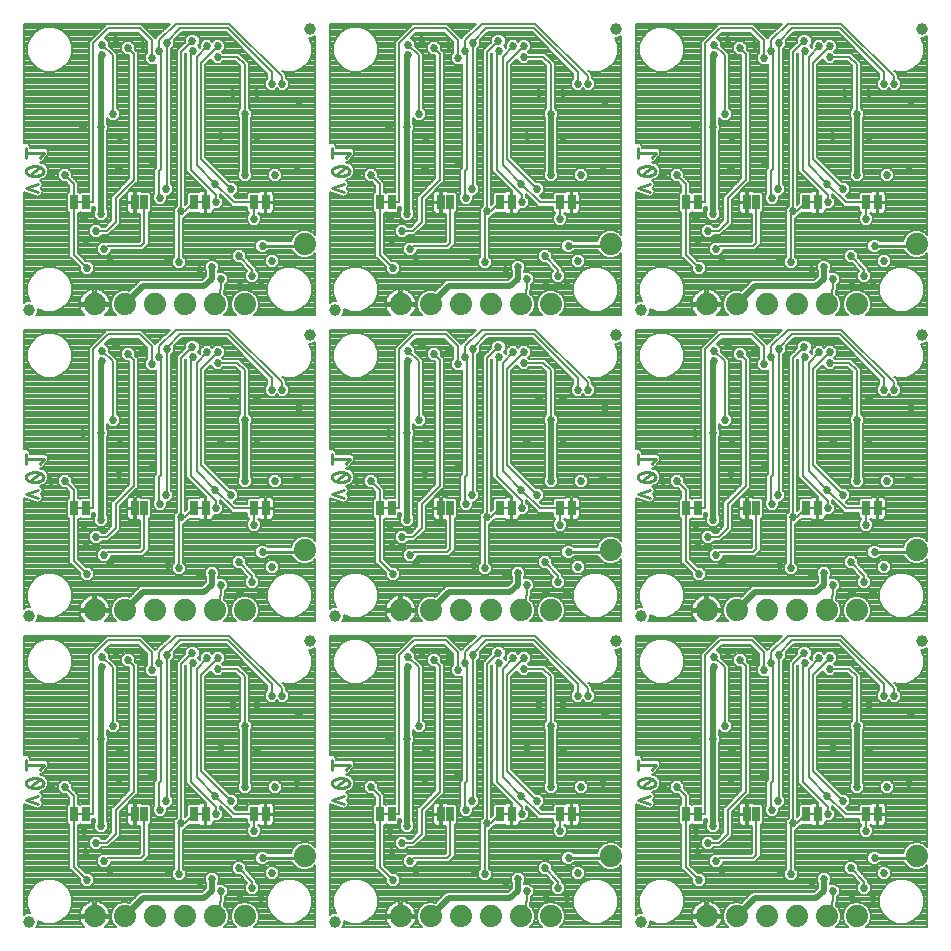
<source format=gbl>
G75*
%MOIN*%
%OFA0B0*%
%FSLAX25Y25*%
%IPPOS*%
%LPD*%
%AMOC8*
5,1,8,0,0,1.08239X$1,22.5*
%
%ADD10C,0.01100*%
%ADD11C,0.03937*%
%ADD12R,0.02500X0.05000*%
%ADD13R,0.01600X0.01000*%
%ADD14C,0.07400*%
%ADD15C,0.00800*%
%ADD16C,0.02700*%
%ADD17C,0.01000*%
%ADD18C,0.02000*%
D10*
X0063194Y0072611D02*
X0067127Y0071300D01*
X0067127Y0073922D02*
X0063194Y0072611D01*
X0064013Y0079296D02*
X0064138Y0079355D01*
X0064265Y0079410D01*
X0064392Y0079462D01*
X0064522Y0079509D01*
X0064652Y0079554D01*
X0064784Y0079594D01*
X0064917Y0079631D01*
X0065051Y0079663D01*
X0065185Y0079693D01*
X0065321Y0079718D01*
X0065457Y0079739D01*
X0065594Y0079757D01*
X0065731Y0079770D01*
X0065868Y0079780D01*
X0066006Y0079786D01*
X0066144Y0079788D01*
X0066144Y0076511D02*
X0066282Y0076513D01*
X0066420Y0076519D01*
X0066557Y0076529D01*
X0066694Y0076542D01*
X0066831Y0076560D01*
X0066967Y0076581D01*
X0067103Y0076606D01*
X0067237Y0076636D01*
X0067371Y0076668D01*
X0067504Y0076705D01*
X0067636Y0076745D01*
X0067766Y0076790D01*
X0067896Y0076837D01*
X0068023Y0076889D01*
X0068150Y0076944D01*
X0068275Y0077003D01*
X0069094Y0078150D02*
X0069092Y0078218D01*
X0069086Y0078287D01*
X0069077Y0078354D01*
X0069063Y0078421D01*
X0069046Y0078487D01*
X0069025Y0078553D01*
X0069001Y0078616D01*
X0068973Y0078679D01*
X0068941Y0078739D01*
X0068906Y0078798D01*
X0068868Y0078855D01*
X0068827Y0078910D01*
X0068782Y0078962D01*
X0068735Y0079011D01*
X0068685Y0079058D01*
X0068633Y0079102D01*
X0068578Y0079143D01*
X0068521Y0079180D01*
X0068462Y0079215D01*
X0068401Y0079246D01*
X0068338Y0079273D01*
X0068274Y0079297D01*
X0067783Y0079461D02*
X0064505Y0076839D01*
X0063194Y0078150D02*
X0063196Y0078218D01*
X0063202Y0078287D01*
X0063211Y0078354D01*
X0063225Y0078421D01*
X0063242Y0078487D01*
X0063263Y0078553D01*
X0063287Y0078616D01*
X0063315Y0078679D01*
X0063347Y0078739D01*
X0063382Y0078798D01*
X0063420Y0078855D01*
X0063461Y0078910D01*
X0063506Y0078962D01*
X0063553Y0079011D01*
X0063603Y0079058D01*
X0063655Y0079102D01*
X0063710Y0079143D01*
X0063767Y0079180D01*
X0063826Y0079215D01*
X0063887Y0079246D01*
X0063950Y0079273D01*
X0064014Y0079297D01*
X0063194Y0078150D02*
X0063196Y0078082D01*
X0063202Y0078013D01*
X0063211Y0077946D01*
X0063225Y0077879D01*
X0063242Y0077813D01*
X0063263Y0077747D01*
X0063287Y0077684D01*
X0063315Y0077621D01*
X0063347Y0077561D01*
X0063382Y0077502D01*
X0063420Y0077445D01*
X0063461Y0077390D01*
X0063506Y0077338D01*
X0063553Y0077289D01*
X0063603Y0077242D01*
X0063655Y0077198D01*
X0063710Y0077157D01*
X0063767Y0077120D01*
X0063826Y0077085D01*
X0063887Y0077054D01*
X0063950Y0077027D01*
X0064014Y0077003D01*
X0066144Y0079789D02*
X0066282Y0079787D01*
X0066420Y0079781D01*
X0066557Y0079771D01*
X0066694Y0079758D01*
X0066831Y0079740D01*
X0066967Y0079719D01*
X0067103Y0079694D01*
X0067237Y0079664D01*
X0067371Y0079632D01*
X0067504Y0079595D01*
X0067636Y0079555D01*
X0067766Y0079510D01*
X0067896Y0079463D01*
X0068023Y0079411D01*
X0068150Y0079356D01*
X0068275Y0079297D01*
X0069094Y0078150D02*
X0069092Y0078082D01*
X0069086Y0078013D01*
X0069077Y0077946D01*
X0069063Y0077879D01*
X0069046Y0077813D01*
X0069025Y0077747D01*
X0069001Y0077684D01*
X0068973Y0077621D01*
X0068941Y0077561D01*
X0068906Y0077502D01*
X0068868Y0077445D01*
X0068827Y0077390D01*
X0068782Y0077338D01*
X0068735Y0077289D01*
X0068685Y0077242D01*
X0068633Y0077198D01*
X0068578Y0077157D01*
X0068521Y0077120D01*
X0068462Y0077085D01*
X0068401Y0077054D01*
X0068338Y0077027D01*
X0068274Y0077003D01*
X0066144Y0076511D02*
X0066006Y0076513D01*
X0065868Y0076519D01*
X0065731Y0076529D01*
X0065594Y0076542D01*
X0065457Y0076560D01*
X0065321Y0076581D01*
X0065185Y0076606D01*
X0065051Y0076636D01*
X0064917Y0076668D01*
X0064784Y0076705D01*
X0064652Y0076745D01*
X0064522Y0076790D01*
X0064392Y0076837D01*
X0064265Y0076889D01*
X0064138Y0076944D01*
X0064013Y0077003D01*
X0063194Y0082665D02*
X0063194Y0085943D01*
X0063194Y0084304D02*
X0069094Y0084304D01*
X0067783Y0082665D01*
X0165194Y0082665D02*
X0165194Y0085943D01*
X0165194Y0084304D02*
X0171094Y0084304D01*
X0169783Y0082665D01*
X0168144Y0076511D02*
X0168006Y0076513D01*
X0167868Y0076519D01*
X0167731Y0076529D01*
X0167594Y0076542D01*
X0167457Y0076560D01*
X0167321Y0076581D01*
X0167185Y0076606D01*
X0167051Y0076636D01*
X0166917Y0076668D01*
X0166784Y0076705D01*
X0166652Y0076745D01*
X0166522Y0076790D01*
X0166392Y0076837D01*
X0166265Y0076889D01*
X0166138Y0076944D01*
X0166013Y0077003D01*
X0166505Y0076839D02*
X0169783Y0079461D01*
X0170274Y0079297D02*
X0170338Y0079273D01*
X0170401Y0079246D01*
X0170462Y0079215D01*
X0170521Y0079180D01*
X0170578Y0079143D01*
X0170633Y0079102D01*
X0170685Y0079058D01*
X0170735Y0079011D01*
X0170782Y0078962D01*
X0170827Y0078910D01*
X0170868Y0078855D01*
X0170906Y0078798D01*
X0170941Y0078739D01*
X0170973Y0078679D01*
X0171001Y0078616D01*
X0171025Y0078553D01*
X0171046Y0078487D01*
X0171063Y0078421D01*
X0171077Y0078354D01*
X0171086Y0078287D01*
X0171092Y0078218D01*
X0171094Y0078150D01*
X0171092Y0078082D01*
X0171086Y0078013D01*
X0171077Y0077946D01*
X0171063Y0077879D01*
X0171046Y0077813D01*
X0171025Y0077747D01*
X0171001Y0077684D01*
X0170973Y0077621D01*
X0170941Y0077561D01*
X0170906Y0077502D01*
X0170868Y0077445D01*
X0170827Y0077390D01*
X0170782Y0077338D01*
X0170735Y0077289D01*
X0170685Y0077242D01*
X0170633Y0077198D01*
X0170578Y0077157D01*
X0170521Y0077120D01*
X0170462Y0077085D01*
X0170401Y0077054D01*
X0170338Y0077027D01*
X0170274Y0077003D01*
X0170275Y0079297D02*
X0170150Y0079356D01*
X0170023Y0079411D01*
X0169896Y0079463D01*
X0169766Y0079510D01*
X0169636Y0079555D01*
X0169504Y0079595D01*
X0169371Y0079632D01*
X0169237Y0079664D01*
X0169103Y0079694D01*
X0168967Y0079719D01*
X0168831Y0079740D01*
X0168694Y0079758D01*
X0168557Y0079771D01*
X0168420Y0079781D01*
X0168282Y0079787D01*
X0168144Y0079789D01*
X0168144Y0076511D02*
X0168282Y0076513D01*
X0168420Y0076519D01*
X0168557Y0076529D01*
X0168694Y0076542D01*
X0168831Y0076560D01*
X0168967Y0076581D01*
X0169103Y0076606D01*
X0169237Y0076636D01*
X0169371Y0076668D01*
X0169504Y0076705D01*
X0169636Y0076745D01*
X0169766Y0076790D01*
X0169896Y0076837D01*
X0170023Y0076889D01*
X0170150Y0076944D01*
X0170275Y0077003D01*
X0168144Y0079788D02*
X0168006Y0079786D01*
X0167868Y0079780D01*
X0167731Y0079770D01*
X0167594Y0079757D01*
X0167457Y0079739D01*
X0167321Y0079718D01*
X0167185Y0079693D01*
X0167051Y0079663D01*
X0166917Y0079631D01*
X0166784Y0079594D01*
X0166652Y0079554D01*
X0166522Y0079509D01*
X0166392Y0079462D01*
X0166265Y0079410D01*
X0166138Y0079355D01*
X0166013Y0079296D01*
X0166014Y0079297D02*
X0165950Y0079273D01*
X0165887Y0079246D01*
X0165826Y0079215D01*
X0165767Y0079180D01*
X0165710Y0079143D01*
X0165655Y0079102D01*
X0165603Y0079058D01*
X0165553Y0079011D01*
X0165506Y0078962D01*
X0165461Y0078910D01*
X0165420Y0078855D01*
X0165382Y0078798D01*
X0165347Y0078739D01*
X0165315Y0078679D01*
X0165287Y0078616D01*
X0165263Y0078553D01*
X0165242Y0078487D01*
X0165225Y0078421D01*
X0165211Y0078354D01*
X0165202Y0078287D01*
X0165196Y0078218D01*
X0165194Y0078150D01*
X0165196Y0078082D01*
X0165202Y0078013D01*
X0165211Y0077946D01*
X0165225Y0077879D01*
X0165242Y0077813D01*
X0165263Y0077747D01*
X0165287Y0077684D01*
X0165315Y0077621D01*
X0165347Y0077561D01*
X0165382Y0077502D01*
X0165420Y0077445D01*
X0165461Y0077390D01*
X0165506Y0077338D01*
X0165553Y0077289D01*
X0165603Y0077242D01*
X0165655Y0077198D01*
X0165710Y0077157D01*
X0165767Y0077120D01*
X0165826Y0077085D01*
X0165887Y0077054D01*
X0165950Y0077027D01*
X0166014Y0077003D01*
X0169127Y0073922D02*
X0165194Y0072611D01*
X0169127Y0071300D01*
X0267194Y0072611D02*
X0271127Y0071300D01*
X0271127Y0073922D02*
X0267194Y0072611D01*
X0268013Y0079296D02*
X0268138Y0079355D01*
X0268265Y0079410D01*
X0268392Y0079462D01*
X0268522Y0079509D01*
X0268652Y0079554D01*
X0268784Y0079594D01*
X0268917Y0079631D01*
X0269051Y0079663D01*
X0269185Y0079693D01*
X0269321Y0079718D01*
X0269457Y0079739D01*
X0269594Y0079757D01*
X0269731Y0079770D01*
X0269868Y0079780D01*
X0270006Y0079786D01*
X0270144Y0079788D01*
X0270144Y0076511D02*
X0270282Y0076513D01*
X0270420Y0076519D01*
X0270557Y0076529D01*
X0270694Y0076542D01*
X0270831Y0076560D01*
X0270967Y0076581D01*
X0271103Y0076606D01*
X0271237Y0076636D01*
X0271371Y0076668D01*
X0271504Y0076705D01*
X0271636Y0076745D01*
X0271766Y0076790D01*
X0271896Y0076837D01*
X0272023Y0076889D01*
X0272150Y0076944D01*
X0272275Y0077003D01*
X0273094Y0078150D02*
X0273092Y0078218D01*
X0273086Y0078287D01*
X0273077Y0078354D01*
X0273063Y0078421D01*
X0273046Y0078487D01*
X0273025Y0078553D01*
X0273001Y0078616D01*
X0272973Y0078679D01*
X0272941Y0078739D01*
X0272906Y0078798D01*
X0272868Y0078855D01*
X0272827Y0078910D01*
X0272782Y0078962D01*
X0272735Y0079011D01*
X0272685Y0079058D01*
X0272633Y0079102D01*
X0272578Y0079143D01*
X0272521Y0079180D01*
X0272462Y0079215D01*
X0272401Y0079246D01*
X0272338Y0079273D01*
X0272274Y0079297D01*
X0271783Y0079461D02*
X0268505Y0076839D01*
X0267194Y0078150D02*
X0267196Y0078218D01*
X0267202Y0078287D01*
X0267211Y0078354D01*
X0267225Y0078421D01*
X0267242Y0078487D01*
X0267263Y0078553D01*
X0267287Y0078616D01*
X0267315Y0078679D01*
X0267347Y0078739D01*
X0267382Y0078798D01*
X0267420Y0078855D01*
X0267461Y0078910D01*
X0267506Y0078962D01*
X0267553Y0079011D01*
X0267603Y0079058D01*
X0267655Y0079102D01*
X0267710Y0079143D01*
X0267767Y0079180D01*
X0267826Y0079215D01*
X0267887Y0079246D01*
X0267950Y0079273D01*
X0268014Y0079297D01*
X0267194Y0078150D02*
X0267196Y0078082D01*
X0267202Y0078013D01*
X0267211Y0077946D01*
X0267225Y0077879D01*
X0267242Y0077813D01*
X0267263Y0077747D01*
X0267287Y0077684D01*
X0267315Y0077621D01*
X0267347Y0077561D01*
X0267382Y0077502D01*
X0267420Y0077445D01*
X0267461Y0077390D01*
X0267506Y0077338D01*
X0267553Y0077289D01*
X0267603Y0077242D01*
X0267655Y0077198D01*
X0267710Y0077157D01*
X0267767Y0077120D01*
X0267826Y0077085D01*
X0267887Y0077054D01*
X0267950Y0077027D01*
X0268014Y0077003D01*
X0270144Y0079789D02*
X0270282Y0079787D01*
X0270420Y0079781D01*
X0270557Y0079771D01*
X0270694Y0079758D01*
X0270831Y0079740D01*
X0270967Y0079719D01*
X0271103Y0079694D01*
X0271237Y0079664D01*
X0271371Y0079632D01*
X0271504Y0079595D01*
X0271636Y0079555D01*
X0271766Y0079510D01*
X0271896Y0079463D01*
X0272023Y0079411D01*
X0272150Y0079356D01*
X0272275Y0079297D01*
X0273094Y0078150D02*
X0273092Y0078082D01*
X0273086Y0078013D01*
X0273077Y0077946D01*
X0273063Y0077879D01*
X0273046Y0077813D01*
X0273025Y0077747D01*
X0273001Y0077684D01*
X0272973Y0077621D01*
X0272941Y0077561D01*
X0272906Y0077502D01*
X0272868Y0077445D01*
X0272827Y0077390D01*
X0272782Y0077338D01*
X0272735Y0077289D01*
X0272685Y0077242D01*
X0272633Y0077198D01*
X0272578Y0077157D01*
X0272521Y0077120D01*
X0272462Y0077085D01*
X0272401Y0077054D01*
X0272338Y0077027D01*
X0272274Y0077003D01*
X0270144Y0076511D02*
X0270006Y0076513D01*
X0269868Y0076519D01*
X0269731Y0076529D01*
X0269594Y0076542D01*
X0269457Y0076560D01*
X0269321Y0076581D01*
X0269185Y0076606D01*
X0269051Y0076636D01*
X0268917Y0076668D01*
X0268784Y0076705D01*
X0268652Y0076745D01*
X0268522Y0076790D01*
X0268392Y0076837D01*
X0268265Y0076889D01*
X0268138Y0076944D01*
X0268013Y0077003D01*
X0267194Y0082665D02*
X0267194Y0085943D01*
X0267194Y0084304D02*
X0273094Y0084304D01*
X0271783Y0082665D01*
X0271127Y0173300D02*
X0267194Y0174611D01*
X0271127Y0175922D01*
X0270144Y0181788D02*
X0270006Y0181786D01*
X0269868Y0181780D01*
X0269731Y0181770D01*
X0269594Y0181757D01*
X0269457Y0181739D01*
X0269321Y0181718D01*
X0269185Y0181693D01*
X0269051Y0181663D01*
X0268917Y0181631D01*
X0268784Y0181594D01*
X0268652Y0181554D01*
X0268522Y0181509D01*
X0268392Y0181462D01*
X0268265Y0181410D01*
X0268138Y0181355D01*
X0268013Y0181296D01*
X0268014Y0181297D02*
X0267950Y0181273D01*
X0267887Y0181246D01*
X0267826Y0181215D01*
X0267767Y0181180D01*
X0267710Y0181143D01*
X0267655Y0181102D01*
X0267603Y0181058D01*
X0267553Y0181011D01*
X0267506Y0180962D01*
X0267461Y0180910D01*
X0267420Y0180855D01*
X0267382Y0180798D01*
X0267347Y0180739D01*
X0267315Y0180679D01*
X0267287Y0180616D01*
X0267263Y0180553D01*
X0267242Y0180487D01*
X0267225Y0180421D01*
X0267211Y0180354D01*
X0267202Y0180287D01*
X0267196Y0180218D01*
X0267194Y0180150D01*
X0267196Y0180082D01*
X0267202Y0180013D01*
X0267211Y0179946D01*
X0267225Y0179879D01*
X0267242Y0179813D01*
X0267263Y0179747D01*
X0267287Y0179684D01*
X0267315Y0179621D01*
X0267347Y0179561D01*
X0267382Y0179502D01*
X0267420Y0179445D01*
X0267461Y0179390D01*
X0267506Y0179338D01*
X0267553Y0179289D01*
X0267603Y0179242D01*
X0267655Y0179198D01*
X0267710Y0179157D01*
X0267767Y0179120D01*
X0267826Y0179085D01*
X0267887Y0179054D01*
X0267950Y0179027D01*
X0268014Y0179003D01*
X0268505Y0178839D02*
X0271783Y0181461D01*
X0272274Y0181297D02*
X0272338Y0181273D01*
X0272401Y0181246D01*
X0272462Y0181215D01*
X0272521Y0181180D01*
X0272578Y0181143D01*
X0272633Y0181102D01*
X0272685Y0181058D01*
X0272735Y0181011D01*
X0272782Y0180962D01*
X0272827Y0180910D01*
X0272868Y0180855D01*
X0272906Y0180798D01*
X0272941Y0180739D01*
X0272973Y0180679D01*
X0273001Y0180616D01*
X0273025Y0180553D01*
X0273046Y0180487D01*
X0273063Y0180421D01*
X0273077Y0180354D01*
X0273086Y0180287D01*
X0273092Y0180218D01*
X0273094Y0180150D01*
X0273092Y0180082D01*
X0273086Y0180013D01*
X0273077Y0179946D01*
X0273063Y0179879D01*
X0273046Y0179813D01*
X0273025Y0179747D01*
X0273001Y0179684D01*
X0272973Y0179621D01*
X0272941Y0179561D01*
X0272906Y0179502D01*
X0272868Y0179445D01*
X0272827Y0179390D01*
X0272782Y0179338D01*
X0272735Y0179289D01*
X0272685Y0179242D01*
X0272633Y0179198D01*
X0272578Y0179157D01*
X0272521Y0179120D01*
X0272462Y0179085D01*
X0272401Y0179054D01*
X0272338Y0179027D01*
X0272274Y0179003D01*
X0272275Y0181297D02*
X0272150Y0181356D01*
X0272023Y0181411D01*
X0271896Y0181463D01*
X0271766Y0181510D01*
X0271636Y0181555D01*
X0271504Y0181595D01*
X0271371Y0181632D01*
X0271237Y0181664D01*
X0271103Y0181694D01*
X0270967Y0181719D01*
X0270831Y0181740D01*
X0270694Y0181758D01*
X0270557Y0181771D01*
X0270420Y0181781D01*
X0270282Y0181787D01*
X0270144Y0181789D01*
X0270144Y0178511D02*
X0270282Y0178513D01*
X0270420Y0178519D01*
X0270557Y0178529D01*
X0270694Y0178542D01*
X0270831Y0178560D01*
X0270967Y0178581D01*
X0271103Y0178606D01*
X0271237Y0178636D01*
X0271371Y0178668D01*
X0271504Y0178705D01*
X0271636Y0178745D01*
X0271766Y0178790D01*
X0271896Y0178837D01*
X0272023Y0178889D01*
X0272150Y0178944D01*
X0272275Y0179003D01*
X0270144Y0178511D02*
X0270006Y0178513D01*
X0269868Y0178519D01*
X0269731Y0178529D01*
X0269594Y0178542D01*
X0269457Y0178560D01*
X0269321Y0178581D01*
X0269185Y0178606D01*
X0269051Y0178636D01*
X0268917Y0178668D01*
X0268784Y0178705D01*
X0268652Y0178745D01*
X0268522Y0178790D01*
X0268392Y0178837D01*
X0268265Y0178889D01*
X0268138Y0178944D01*
X0268013Y0179003D01*
X0267194Y0184665D02*
X0267194Y0187943D01*
X0267194Y0186304D02*
X0273094Y0186304D01*
X0271783Y0184665D01*
X0271127Y0275300D02*
X0267194Y0276611D01*
X0271127Y0277922D01*
X0270144Y0283788D02*
X0270006Y0283786D01*
X0269868Y0283780D01*
X0269731Y0283770D01*
X0269594Y0283757D01*
X0269457Y0283739D01*
X0269321Y0283718D01*
X0269185Y0283693D01*
X0269051Y0283663D01*
X0268917Y0283631D01*
X0268784Y0283594D01*
X0268652Y0283554D01*
X0268522Y0283509D01*
X0268392Y0283462D01*
X0268265Y0283410D01*
X0268138Y0283355D01*
X0268013Y0283296D01*
X0268014Y0283297D02*
X0267950Y0283273D01*
X0267887Y0283246D01*
X0267826Y0283215D01*
X0267767Y0283180D01*
X0267710Y0283143D01*
X0267655Y0283102D01*
X0267603Y0283058D01*
X0267553Y0283011D01*
X0267506Y0282962D01*
X0267461Y0282910D01*
X0267420Y0282855D01*
X0267382Y0282798D01*
X0267347Y0282739D01*
X0267315Y0282679D01*
X0267287Y0282616D01*
X0267263Y0282553D01*
X0267242Y0282487D01*
X0267225Y0282421D01*
X0267211Y0282354D01*
X0267202Y0282287D01*
X0267196Y0282218D01*
X0267194Y0282150D01*
X0267196Y0282082D01*
X0267202Y0282013D01*
X0267211Y0281946D01*
X0267225Y0281879D01*
X0267242Y0281813D01*
X0267263Y0281747D01*
X0267287Y0281684D01*
X0267315Y0281621D01*
X0267347Y0281561D01*
X0267382Y0281502D01*
X0267420Y0281445D01*
X0267461Y0281390D01*
X0267506Y0281338D01*
X0267553Y0281289D01*
X0267603Y0281242D01*
X0267655Y0281198D01*
X0267710Y0281157D01*
X0267767Y0281120D01*
X0267826Y0281085D01*
X0267887Y0281054D01*
X0267950Y0281027D01*
X0268014Y0281003D01*
X0268505Y0280839D02*
X0271783Y0283461D01*
X0272274Y0283297D02*
X0272338Y0283273D01*
X0272401Y0283246D01*
X0272462Y0283215D01*
X0272521Y0283180D01*
X0272578Y0283143D01*
X0272633Y0283102D01*
X0272685Y0283058D01*
X0272735Y0283011D01*
X0272782Y0282962D01*
X0272827Y0282910D01*
X0272868Y0282855D01*
X0272906Y0282798D01*
X0272941Y0282739D01*
X0272973Y0282679D01*
X0273001Y0282616D01*
X0273025Y0282553D01*
X0273046Y0282487D01*
X0273063Y0282421D01*
X0273077Y0282354D01*
X0273086Y0282287D01*
X0273092Y0282218D01*
X0273094Y0282150D01*
X0273092Y0282082D01*
X0273086Y0282013D01*
X0273077Y0281946D01*
X0273063Y0281879D01*
X0273046Y0281813D01*
X0273025Y0281747D01*
X0273001Y0281684D01*
X0272973Y0281621D01*
X0272941Y0281561D01*
X0272906Y0281502D01*
X0272868Y0281445D01*
X0272827Y0281390D01*
X0272782Y0281338D01*
X0272735Y0281289D01*
X0272685Y0281242D01*
X0272633Y0281198D01*
X0272578Y0281157D01*
X0272521Y0281120D01*
X0272462Y0281085D01*
X0272401Y0281054D01*
X0272338Y0281027D01*
X0272274Y0281003D01*
X0272275Y0283297D02*
X0272150Y0283356D01*
X0272023Y0283411D01*
X0271896Y0283463D01*
X0271766Y0283510D01*
X0271636Y0283555D01*
X0271504Y0283595D01*
X0271371Y0283632D01*
X0271237Y0283664D01*
X0271103Y0283694D01*
X0270967Y0283719D01*
X0270831Y0283740D01*
X0270694Y0283758D01*
X0270557Y0283771D01*
X0270420Y0283781D01*
X0270282Y0283787D01*
X0270144Y0283789D01*
X0270144Y0280511D02*
X0270282Y0280513D01*
X0270420Y0280519D01*
X0270557Y0280529D01*
X0270694Y0280542D01*
X0270831Y0280560D01*
X0270967Y0280581D01*
X0271103Y0280606D01*
X0271237Y0280636D01*
X0271371Y0280668D01*
X0271504Y0280705D01*
X0271636Y0280745D01*
X0271766Y0280790D01*
X0271896Y0280837D01*
X0272023Y0280889D01*
X0272150Y0280944D01*
X0272275Y0281003D01*
X0270144Y0280511D02*
X0270006Y0280513D01*
X0269868Y0280519D01*
X0269731Y0280529D01*
X0269594Y0280542D01*
X0269457Y0280560D01*
X0269321Y0280581D01*
X0269185Y0280606D01*
X0269051Y0280636D01*
X0268917Y0280668D01*
X0268784Y0280705D01*
X0268652Y0280745D01*
X0268522Y0280790D01*
X0268392Y0280837D01*
X0268265Y0280889D01*
X0268138Y0280944D01*
X0268013Y0281003D01*
X0267194Y0286665D02*
X0267194Y0289943D01*
X0267194Y0288304D02*
X0273094Y0288304D01*
X0271783Y0286665D01*
X0171094Y0288304D02*
X0165194Y0288304D01*
X0165194Y0286665D02*
X0165194Y0289943D01*
X0166013Y0281003D02*
X0166138Y0280944D01*
X0166265Y0280889D01*
X0166392Y0280837D01*
X0166522Y0280790D01*
X0166652Y0280745D01*
X0166784Y0280705D01*
X0166917Y0280668D01*
X0167051Y0280636D01*
X0167185Y0280606D01*
X0167321Y0280581D01*
X0167457Y0280560D01*
X0167594Y0280542D01*
X0167731Y0280529D01*
X0167868Y0280519D01*
X0168006Y0280513D01*
X0168144Y0280511D01*
X0168144Y0283789D02*
X0168282Y0283787D01*
X0168420Y0283781D01*
X0168557Y0283771D01*
X0168694Y0283758D01*
X0168831Y0283740D01*
X0168967Y0283719D01*
X0169103Y0283694D01*
X0169237Y0283664D01*
X0169371Y0283632D01*
X0169504Y0283595D01*
X0169636Y0283555D01*
X0169766Y0283510D01*
X0169896Y0283463D01*
X0170023Y0283411D01*
X0170150Y0283356D01*
X0170275Y0283297D01*
X0169783Y0283461D02*
X0166505Y0280839D01*
X0165194Y0282150D02*
X0165196Y0282218D01*
X0165202Y0282287D01*
X0165211Y0282354D01*
X0165225Y0282421D01*
X0165242Y0282487D01*
X0165263Y0282553D01*
X0165287Y0282616D01*
X0165315Y0282679D01*
X0165347Y0282739D01*
X0165382Y0282798D01*
X0165420Y0282855D01*
X0165461Y0282910D01*
X0165506Y0282962D01*
X0165553Y0283011D01*
X0165603Y0283058D01*
X0165655Y0283102D01*
X0165710Y0283143D01*
X0165767Y0283180D01*
X0165826Y0283215D01*
X0165887Y0283246D01*
X0165950Y0283273D01*
X0166014Y0283297D01*
X0165194Y0282150D02*
X0165196Y0282082D01*
X0165202Y0282013D01*
X0165211Y0281946D01*
X0165225Y0281879D01*
X0165242Y0281813D01*
X0165263Y0281747D01*
X0165287Y0281684D01*
X0165315Y0281621D01*
X0165347Y0281561D01*
X0165382Y0281502D01*
X0165420Y0281445D01*
X0165461Y0281390D01*
X0165506Y0281338D01*
X0165553Y0281289D01*
X0165603Y0281242D01*
X0165655Y0281198D01*
X0165710Y0281157D01*
X0165767Y0281120D01*
X0165826Y0281085D01*
X0165887Y0281054D01*
X0165950Y0281027D01*
X0166014Y0281003D01*
X0166013Y0283296D02*
X0166138Y0283355D01*
X0166265Y0283410D01*
X0166392Y0283462D01*
X0166522Y0283509D01*
X0166652Y0283554D01*
X0166784Y0283594D01*
X0166917Y0283631D01*
X0167051Y0283663D01*
X0167185Y0283693D01*
X0167321Y0283718D01*
X0167457Y0283739D01*
X0167594Y0283757D01*
X0167731Y0283770D01*
X0167868Y0283780D01*
X0168006Y0283786D01*
X0168144Y0283788D01*
X0168144Y0280511D02*
X0168282Y0280513D01*
X0168420Y0280519D01*
X0168557Y0280529D01*
X0168694Y0280542D01*
X0168831Y0280560D01*
X0168967Y0280581D01*
X0169103Y0280606D01*
X0169237Y0280636D01*
X0169371Y0280668D01*
X0169504Y0280705D01*
X0169636Y0280745D01*
X0169766Y0280790D01*
X0169896Y0280837D01*
X0170023Y0280889D01*
X0170150Y0280944D01*
X0170275Y0281003D01*
X0171094Y0282150D02*
X0171092Y0282218D01*
X0171086Y0282287D01*
X0171077Y0282354D01*
X0171063Y0282421D01*
X0171046Y0282487D01*
X0171025Y0282553D01*
X0171001Y0282616D01*
X0170973Y0282679D01*
X0170941Y0282739D01*
X0170906Y0282798D01*
X0170868Y0282855D01*
X0170827Y0282910D01*
X0170782Y0282962D01*
X0170735Y0283011D01*
X0170685Y0283058D01*
X0170633Y0283102D01*
X0170578Y0283143D01*
X0170521Y0283180D01*
X0170462Y0283215D01*
X0170401Y0283246D01*
X0170338Y0283273D01*
X0170274Y0283297D01*
X0171094Y0282150D02*
X0171092Y0282082D01*
X0171086Y0282013D01*
X0171077Y0281946D01*
X0171063Y0281879D01*
X0171046Y0281813D01*
X0171025Y0281747D01*
X0171001Y0281684D01*
X0170973Y0281621D01*
X0170941Y0281561D01*
X0170906Y0281502D01*
X0170868Y0281445D01*
X0170827Y0281390D01*
X0170782Y0281338D01*
X0170735Y0281289D01*
X0170685Y0281242D01*
X0170633Y0281198D01*
X0170578Y0281157D01*
X0170521Y0281120D01*
X0170462Y0281085D01*
X0170401Y0281054D01*
X0170338Y0281027D01*
X0170274Y0281003D01*
X0169127Y0277922D02*
X0165194Y0276611D01*
X0169127Y0275300D01*
X0169783Y0286665D02*
X0171094Y0288304D01*
X0069094Y0288304D02*
X0063194Y0288304D01*
X0063194Y0286665D02*
X0063194Y0289943D01*
X0064013Y0281003D02*
X0064138Y0280944D01*
X0064265Y0280889D01*
X0064392Y0280837D01*
X0064522Y0280790D01*
X0064652Y0280745D01*
X0064784Y0280705D01*
X0064917Y0280668D01*
X0065051Y0280636D01*
X0065185Y0280606D01*
X0065321Y0280581D01*
X0065457Y0280560D01*
X0065594Y0280542D01*
X0065731Y0280529D01*
X0065868Y0280519D01*
X0066006Y0280513D01*
X0066144Y0280511D01*
X0066144Y0283789D02*
X0066282Y0283787D01*
X0066420Y0283781D01*
X0066557Y0283771D01*
X0066694Y0283758D01*
X0066831Y0283740D01*
X0066967Y0283719D01*
X0067103Y0283694D01*
X0067237Y0283664D01*
X0067371Y0283632D01*
X0067504Y0283595D01*
X0067636Y0283555D01*
X0067766Y0283510D01*
X0067896Y0283463D01*
X0068023Y0283411D01*
X0068150Y0283356D01*
X0068275Y0283297D01*
X0067783Y0283461D02*
X0064505Y0280839D01*
X0063194Y0282150D02*
X0063196Y0282218D01*
X0063202Y0282287D01*
X0063211Y0282354D01*
X0063225Y0282421D01*
X0063242Y0282487D01*
X0063263Y0282553D01*
X0063287Y0282616D01*
X0063315Y0282679D01*
X0063347Y0282739D01*
X0063382Y0282798D01*
X0063420Y0282855D01*
X0063461Y0282910D01*
X0063506Y0282962D01*
X0063553Y0283011D01*
X0063603Y0283058D01*
X0063655Y0283102D01*
X0063710Y0283143D01*
X0063767Y0283180D01*
X0063826Y0283215D01*
X0063887Y0283246D01*
X0063950Y0283273D01*
X0064014Y0283297D01*
X0063194Y0282150D02*
X0063196Y0282082D01*
X0063202Y0282013D01*
X0063211Y0281946D01*
X0063225Y0281879D01*
X0063242Y0281813D01*
X0063263Y0281747D01*
X0063287Y0281684D01*
X0063315Y0281621D01*
X0063347Y0281561D01*
X0063382Y0281502D01*
X0063420Y0281445D01*
X0063461Y0281390D01*
X0063506Y0281338D01*
X0063553Y0281289D01*
X0063603Y0281242D01*
X0063655Y0281198D01*
X0063710Y0281157D01*
X0063767Y0281120D01*
X0063826Y0281085D01*
X0063887Y0281054D01*
X0063950Y0281027D01*
X0064014Y0281003D01*
X0064013Y0283296D02*
X0064138Y0283355D01*
X0064265Y0283410D01*
X0064392Y0283462D01*
X0064522Y0283509D01*
X0064652Y0283554D01*
X0064784Y0283594D01*
X0064917Y0283631D01*
X0065051Y0283663D01*
X0065185Y0283693D01*
X0065321Y0283718D01*
X0065457Y0283739D01*
X0065594Y0283757D01*
X0065731Y0283770D01*
X0065868Y0283780D01*
X0066006Y0283786D01*
X0066144Y0283788D01*
X0066144Y0280511D02*
X0066282Y0280513D01*
X0066420Y0280519D01*
X0066557Y0280529D01*
X0066694Y0280542D01*
X0066831Y0280560D01*
X0066967Y0280581D01*
X0067103Y0280606D01*
X0067237Y0280636D01*
X0067371Y0280668D01*
X0067504Y0280705D01*
X0067636Y0280745D01*
X0067766Y0280790D01*
X0067896Y0280837D01*
X0068023Y0280889D01*
X0068150Y0280944D01*
X0068275Y0281003D01*
X0069094Y0282150D02*
X0069092Y0282218D01*
X0069086Y0282287D01*
X0069077Y0282354D01*
X0069063Y0282421D01*
X0069046Y0282487D01*
X0069025Y0282553D01*
X0069001Y0282616D01*
X0068973Y0282679D01*
X0068941Y0282739D01*
X0068906Y0282798D01*
X0068868Y0282855D01*
X0068827Y0282910D01*
X0068782Y0282962D01*
X0068735Y0283011D01*
X0068685Y0283058D01*
X0068633Y0283102D01*
X0068578Y0283143D01*
X0068521Y0283180D01*
X0068462Y0283215D01*
X0068401Y0283246D01*
X0068338Y0283273D01*
X0068274Y0283297D01*
X0069094Y0282150D02*
X0069092Y0282082D01*
X0069086Y0282013D01*
X0069077Y0281946D01*
X0069063Y0281879D01*
X0069046Y0281813D01*
X0069025Y0281747D01*
X0069001Y0281684D01*
X0068973Y0281621D01*
X0068941Y0281561D01*
X0068906Y0281502D01*
X0068868Y0281445D01*
X0068827Y0281390D01*
X0068782Y0281338D01*
X0068735Y0281289D01*
X0068685Y0281242D01*
X0068633Y0281198D01*
X0068578Y0281157D01*
X0068521Y0281120D01*
X0068462Y0281085D01*
X0068401Y0281054D01*
X0068338Y0281027D01*
X0068274Y0281003D01*
X0067127Y0277922D02*
X0063194Y0276611D01*
X0067127Y0275300D01*
X0067783Y0286665D02*
X0069094Y0288304D01*
X0063194Y0187943D02*
X0063194Y0184665D01*
X0063194Y0186304D02*
X0069094Y0186304D01*
X0067783Y0184665D01*
X0066144Y0178511D02*
X0066006Y0178513D01*
X0065868Y0178519D01*
X0065731Y0178529D01*
X0065594Y0178542D01*
X0065457Y0178560D01*
X0065321Y0178581D01*
X0065185Y0178606D01*
X0065051Y0178636D01*
X0064917Y0178668D01*
X0064784Y0178705D01*
X0064652Y0178745D01*
X0064522Y0178790D01*
X0064392Y0178837D01*
X0064265Y0178889D01*
X0064138Y0178944D01*
X0064013Y0179003D01*
X0064505Y0178839D02*
X0067783Y0181461D01*
X0068274Y0181297D02*
X0068338Y0181273D01*
X0068401Y0181246D01*
X0068462Y0181215D01*
X0068521Y0181180D01*
X0068578Y0181143D01*
X0068633Y0181102D01*
X0068685Y0181058D01*
X0068735Y0181011D01*
X0068782Y0180962D01*
X0068827Y0180910D01*
X0068868Y0180855D01*
X0068906Y0180798D01*
X0068941Y0180739D01*
X0068973Y0180679D01*
X0069001Y0180616D01*
X0069025Y0180553D01*
X0069046Y0180487D01*
X0069063Y0180421D01*
X0069077Y0180354D01*
X0069086Y0180287D01*
X0069092Y0180218D01*
X0069094Y0180150D01*
X0069092Y0180082D01*
X0069086Y0180013D01*
X0069077Y0179946D01*
X0069063Y0179879D01*
X0069046Y0179813D01*
X0069025Y0179747D01*
X0069001Y0179684D01*
X0068973Y0179621D01*
X0068941Y0179561D01*
X0068906Y0179502D01*
X0068868Y0179445D01*
X0068827Y0179390D01*
X0068782Y0179338D01*
X0068735Y0179289D01*
X0068685Y0179242D01*
X0068633Y0179198D01*
X0068578Y0179157D01*
X0068521Y0179120D01*
X0068462Y0179085D01*
X0068401Y0179054D01*
X0068338Y0179027D01*
X0068274Y0179003D01*
X0068275Y0181297D02*
X0068150Y0181356D01*
X0068023Y0181411D01*
X0067896Y0181463D01*
X0067766Y0181510D01*
X0067636Y0181555D01*
X0067504Y0181595D01*
X0067371Y0181632D01*
X0067237Y0181664D01*
X0067103Y0181694D01*
X0066967Y0181719D01*
X0066831Y0181740D01*
X0066694Y0181758D01*
X0066557Y0181771D01*
X0066420Y0181781D01*
X0066282Y0181787D01*
X0066144Y0181789D01*
X0066144Y0178511D02*
X0066282Y0178513D01*
X0066420Y0178519D01*
X0066557Y0178529D01*
X0066694Y0178542D01*
X0066831Y0178560D01*
X0066967Y0178581D01*
X0067103Y0178606D01*
X0067237Y0178636D01*
X0067371Y0178668D01*
X0067504Y0178705D01*
X0067636Y0178745D01*
X0067766Y0178790D01*
X0067896Y0178837D01*
X0068023Y0178889D01*
X0068150Y0178944D01*
X0068275Y0179003D01*
X0066144Y0181788D02*
X0066006Y0181786D01*
X0065868Y0181780D01*
X0065731Y0181770D01*
X0065594Y0181757D01*
X0065457Y0181739D01*
X0065321Y0181718D01*
X0065185Y0181693D01*
X0065051Y0181663D01*
X0064917Y0181631D01*
X0064784Y0181594D01*
X0064652Y0181554D01*
X0064522Y0181509D01*
X0064392Y0181462D01*
X0064265Y0181410D01*
X0064138Y0181355D01*
X0064013Y0181296D01*
X0064014Y0181297D02*
X0063950Y0181273D01*
X0063887Y0181246D01*
X0063826Y0181215D01*
X0063767Y0181180D01*
X0063710Y0181143D01*
X0063655Y0181102D01*
X0063603Y0181058D01*
X0063553Y0181011D01*
X0063506Y0180962D01*
X0063461Y0180910D01*
X0063420Y0180855D01*
X0063382Y0180798D01*
X0063347Y0180739D01*
X0063315Y0180679D01*
X0063287Y0180616D01*
X0063263Y0180553D01*
X0063242Y0180487D01*
X0063225Y0180421D01*
X0063211Y0180354D01*
X0063202Y0180287D01*
X0063196Y0180218D01*
X0063194Y0180150D01*
X0063196Y0180082D01*
X0063202Y0180013D01*
X0063211Y0179946D01*
X0063225Y0179879D01*
X0063242Y0179813D01*
X0063263Y0179747D01*
X0063287Y0179684D01*
X0063315Y0179621D01*
X0063347Y0179561D01*
X0063382Y0179502D01*
X0063420Y0179445D01*
X0063461Y0179390D01*
X0063506Y0179338D01*
X0063553Y0179289D01*
X0063603Y0179242D01*
X0063655Y0179198D01*
X0063710Y0179157D01*
X0063767Y0179120D01*
X0063826Y0179085D01*
X0063887Y0179054D01*
X0063950Y0179027D01*
X0064014Y0179003D01*
X0067127Y0175922D02*
X0063194Y0174611D01*
X0067127Y0173300D01*
X0165194Y0174611D02*
X0169127Y0175922D01*
X0168144Y0181788D02*
X0168006Y0181786D01*
X0167868Y0181780D01*
X0167731Y0181770D01*
X0167594Y0181757D01*
X0167457Y0181739D01*
X0167321Y0181718D01*
X0167185Y0181693D01*
X0167051Y0181663D01*
X0166917Y0181631D01*
X0166784Y0181594D01*
X0166652Y0181554D01*
X0166522Y0181509D01*
X0166392Y0181462D01*
X0166265Y0181410D01*
X0166138Y0181355D01*
X0166013Y0181296D01*
X0166014Y0181297D02*
X0165950Y0181273D01*
X0165887Y0181246D01*
X0165826Y0181215D01*
X0165767Y0181180D01*
X0165710Y0181143D01*
X0165655Y0181102D01*
X0165603Y0181058D01*
X0165553Y0181011D01*
X0165506Y0180962D01*
X0165461Y0180910D01*
X0165420Y0180855D01*
X0165382Y0180798D01*
X0165347Y0180739D01*
X0165315Y0180679D01*
X0165287Y0180616D01*
X0165263Y0180553D01*
X0165242Y0180487D01*
X0165225Y0180421D01*
X0165211Y0180354D01*
X0165202Y0180287D01*
X0165196Y0180218D01*
X0165194Y0180150D01*
X0165196Y0180082D01*
X0165202Y0180013D01*
X0165211Y0179946D01*
X0165225Y0179879D01*
X0165242Y0179813D01*
X0165263Y0179747D01*
X0165287Y0179684D01*
X0165315Y0179621D01*
X0165347Y0179561D01*
X0165382Y0179502D01*
X0165420Y0179445D01*
X0165461Y0179390D01*
X0165506Y0179338D01*
X0165553Y0179289D01*
X0165603Y0179242D01*
X0165655Y0179198D01*
X0165710Y0179157D01*
X0165767Y0179120D01*
X0165826Y0179085D01*
X0165887Y0179054D01*
X0165950Y0179027D01*
X0166014Y0179003D01*
X0166505Y0178839D02*
X0169783Y0181461D01*
X0170274Y0181297D02*
X0170338Y0181273D01*
X0170401Y0181246D01*
X0170462Y0181215D01*
X0170521Y0181180D01*
X0170578Y0181143D01*
X0170633Y0181102D01*
X0170685Y0181058D01*
X0170735Y0181011D01*
X0170782Y0180962D01*
X0170827Y0180910D01*
X0170868Y0180855D01*
X0170906Y0180798D01*
X0170941Y0180739D01*
X0170973Y0180679D01*
X0171001Y0180616D01*
X0171025Y0180553D01*
X0171046Y0180487D01*
X0171063Y0180421D01*
X0171077Y0180354D01*
X0171086Y0180287D01*
X0171092Y0180218D01*
X0171094Y0180150D01*
X0171092Y0180082D01*
X0171086Y0180013D01*
X0171077Y0179946D01*
X0171063Y0179879D01*
X0171046Y0179813D01*
X0171025Y0179747D01*
X0171001Y0179684D01*
X0170973Y0179621D01*
X0170941Y0179561D01*
X0170906Y0179502D01*
X0170868Y0179445D01*
X0170827Y0179390D01*
X0170782Y0179338D01*
X0170735Y0179289D01*
X0170685Y0179242D01*
X0170633Y0179198D01*
X0170578Y0179157D01*
X0170521Y0179120D01*
X0170462Y0179085D01*
X0170401Y0179054D01*
X0170338Y0179027D01*
X0170274Y0179003D01*
X0170275Y0181297D02*
X0170150Y0181356D01*
X0170023Y0181411D01*
X0169896Y0181463D01*
X0169766Y0181510D01*
X0169636Y0181555D01*
X0169504Y0181595D01*
X0169371Y0181632D01*
X0169237Y0181664D01*
X0169103Y0181694D01*
X0168967Y0181719D01*
X0168831Y0181740D01*
X0168694Y0181758D01*
X0168557Y0181771D01*
X0168420Y0181781D01*
X0168282Y0181787D01*
X0168144Y0181789D01*
X0168144Y0178511D02*
X0168282Y0178513D01*
X0168420Y0178519D01*
X0168557Y0178529D01*
X0168694Y0178542D01*
X0168831Y0178560D01*
X0168967Y0178581D01*
X0169103Y0178606D01*
X0169237Y0178636D01*
X0169371Y0178668D01*
X0169504Y0178705D01*
X0169636Y0178745D01*
X0169766Y0178790D01*
X0169896Y0178837D01*
X0170023Y0178889D01*
X0170150Y0178944D01*
X0170275Y0179003D01*
X0168144Y0178511D02*
X0168006Y0178513D01*
X0167868Y0178519D01*
X0167731Y0178529D01*
X0167594Y0178542D01*
X0167457Y0178560D01*
X0167321Y0178581D01*
X0167185Y0178606D01*
X0167051Y0178636D01*
X0166917Y0178668D01*
X0166784Y0178705D01*
X0166652Y0178745D01*
X0166522Y0178790D01*
X0166392Y0178837D01*
X0166265Y0178889D01*
X0166138Y0178944D01*
X0166013Y0179003D01*
X0165194Y0174611D02*
X0169127Y0173300D01*
X0169783Y0184665D02*
X0171094Y0186304D01*
X0165194Y0186304D01*
X0165194Y0184665D02*
X0165194Y0187943D01*
D11*
X0158019Y0227625D03*
X0166269Y0235875D03*
X0260019Y0227625D03*
X0268269Y0235875D03*
X0362019Y0227625D03*
X0268269Y0133875D03*
X0260019Y0125625D03*
X0166269Y0133875D03*
X0158019Y0125625D03*
X0064269Y0133875D03*
X0064269Y0235875D03*
X0158019Y0329625D03*
X0260019Y0329625D03*
X0362019Y0329625D03*
X0362019Y0125625D03*
X0268269Y0031875D03*
X0166269Y0031875D03*
X0064269Y0031875D03*
D12*
X0079144Y0067750D03*
X0083144Y0067750D03*
X0099544Y0067750D03*
X0102744Y0067750D03*
X0119144Y0067750D03*
X0123144Y0067750D03*
X0139144Y0067750D03*
X0143144Y0067750D03*
X0181144Y0067750D03*
X0185144Y0067750D03*
X0201544Y0067750D03*
X0204744Y0067750D03*
X0221144Y0067750D03*
X0225144Y0067750D03*
X0241144Y0067750D03*
X0245144Y0067750D03*
X0283144Y0067750D03*
X0287144Y0067750D03*
X0303544Y0067750D03*
X0306744Y0067750D03*
X0323144Y0067750D03*
X0327144Y0067750D03*
X0343144Y0067750D03*
X0347144Y0067750D03*
X0347144Y0169750D03*
X0343144Y0169750D03*
X0327144Y0169750D03*
X0323144Y0169750D03*
X0306744Y0169750D03*
X0303544Y0169750D03*
X0287144Y0169750D03*
X0283144Y0169750D03*
X0245144Y0169750D03*
X0241144Y0169750D03*
X0225144Y0169750D03*
X0221144Y0169750D03*
X0204744Y0169750D03*
X0201544Y0169750D03*
X0185144Y0169750D03*
X0181144Y0169750D03*
X0143144Y0169750D03*
X0139144Y0169750D03*
X0123144Y0169750D03*
X0119144Y0169750D03*
X0102744Y0169750D03*
X0099544Y0169750D03*
X0083144Y0169750D03*
X0079144Y0169750D03*
X0079144Y0271750D03*
X0083144Y0271750D03*
X0099544Y0271750D03*
X0102744Y0271750D03*
X0119144Y0271750D03*
X0123144Y0271750D03*
X0139144Y0271750D03*
X0143144Y0271750D03*
X0181144Y0271750D03*
X0185144Y0271750D03*
X0201544Y0271750D03*
X0204744Y0271750D03*
X0221144Y0271750D03*
X0225144Y0271750D03*
X0241144Y0271750D03*
X0245144Y0271750D03*
X0283144Y0271750D03*
X0287144Y0271750D03*
X0303544Y0271750D03*
X0306744Y0271750D03*
X0323144Y0271750D03*
X0327144Y0271750D03*
X0343144Y0271750D03*
X0347144Y0271750D03*
D13*
X0345144Y0271750D03*
X0325144Y0271750D03*
X0285144Y0271750D03*
X0243144Y0271750D03*
X0223144Y0271750D03*
X0183144Y0271750D03*
X0141144Y0271750D03*
X0121144Y0271750D03*
X0081144Y0271750D03*
X0081144Y0169750D03*
X0121144Y0169750D03*
X0141144Y0169750D03*
X0183144Y0169750D03*
X0223144Y0169750D03*
X0243144Y0169750D03*
X0285144Y0169750D03*
X0325144Y0169750D03*
X0345144Y0169750D03*
X0345144Y0067750D03*
X0325144Y0067750D03*
X0285144Y0067750D03*
X0243144Y0067750D03*
X0223144Y0067750D03*
X0183144Y0067750D03*
X0141144Y0067750D03*
X0121144Y0067750D03*
X0081144Y0067750D03*
D14*
X0086144Y0033750D03*
X0096144Y0033750D03*
X0106144Y0033750D03*
X0116144Y0033750D03*
X0126144Y0033750D03*
X0136144Y0033750D03*
X0156144Y0053750D03*
X0188144Y0033750D03*
X0198144Y0033750D03*
X0208144Y0033750D03*
X0218144Y0033750D03*
X0228144Y0033750D03*
X0238144Y0033750D03*
X0258144Y0053750D03*
X0290144Y0033750D03*
X0300144Y0033750D03*
X0310144Y0033750D03*
X0320144Y0033750D03*
X0330144Y0033750D03*
X0340144Y0033750D03*
X0360144Y0053750D03*
X0340144Y0135750D03*
X0330144Y0135750D03*
X0320144Y0135750D03*
X0310144Y0135750D03*
X0300144Y0135750D03*
X0290144Y0135750D03*
X0258144Y0155750D03*
X0238144Y0135750D03*
X0228144Y0135750D03*
X0218144Y0135750D03*
X0208144Y0135750D03*
X0198144Y0135750D03*
X0188144Y0135750D03*
X0156144Y0155750D03*
X0136144Y0135750D03*
X0126144Y0135750D03*
X0116144Y0135750D03*
X0106144Y0135750D03*
X0096144Y0135750D03*
X0086144Y0135750D03*
X0086144Y0237750D03*
X0096144Y0237750D03*
X0106144Y0237750D03*
X0116144Y0237750D03*
X0126144Y0237750D03*
X0136144Y0237750D03*
X0156144Y0257750D03*
X0188144Y0237750D03*
X0198144Y0237750D03*
X0208144Y0237750D03*
X0218144Y0237750D03*
X0228144Y0237750D03*
X0238144Y0237750D03*
X0258144Y0257750D03*
X0290144Y0237750D03*
X0300144Y0237750D03*
X0310144Y0237750D03*
X0320144Y0237750D03*
X0330144Y0237750D03*
X0340144Y0237750D03*
X0360144Y0257750D03*
X0360144Y0155750D03*
D15*
X0062544Y0071194D02*
X0062544Y0034348D01*
X0062587Y0034392D01*
X0063678Y0034843D01*
X0064644Y0034843D01*
X0063644Y0037258D01*
X0063644Y0040242D01*
X0064786Y0042998D01*
X0066895Y0045108D01*
X0069652Y0046250D01*
X0072636Y0046250D01*
X0075392Y0045108D01*
X0077502Y0042998D01*
X0078644Y0040242D01*
X0078644Y0037258D01*
X0077502Y0034502D01*
X0075392Y0032392D01*
X0072636Y0031250D01*
X0069652Y0031250D01*
X0067237Y0032250D01*
X0067237Y0031285D01*
X0066785Y0030193D01*
X0066742Y0030150D01*
X0082531Y0030150D01*
X0082254Y0030428D01*
X0081782Y0031077D01*
X0081417Y0031792D01*
X0081169Y0032556D01*
X0081044Y0033349D01*
X0081044Y0033350D01*
X0085744Y0033350D01*
X0085744Y0034150D01*
X0085744Y0038850D01*
X0085742Y0038850D01*
X0084949Y0038724D01*
X0084186Y0038476D01*
X0083471Y0038112D01*
X0082821Y0037640D01*
X0082254Y0037072D01*
X0081782Y0036423D01*
X0081417Y0035708D01*
X0081169Y0034944D01*
X0081044Y0034151D01*
X0081044Y0034150D01*
X0085744Y0034150D01*
X0086544Y0034150D01*
X0091244Y0034150D01*
X0091244Y0034151D01*
X0091118Y0034944D01*
X0090870Y0035708D01*
X0090506Y0036423D01*
X0090034Y0037072D01*
X0089466Y0037640D01*
X0088817Y0038112D01*
X0088101Y0038476D01*
X0087338Y0038724D01*
X0086545Y0038850D01*
X0086544Y0038850D01*
X0086544Y0034150D01*
X0086544Y0033350D01*
X0091244Y0033350D01*
X0091244Y0033349D01*
X0091118Y0032556D01*
X0090870Y0031792D01*
X0090506Y0031077D01*
X0090034Y0030428D01*
X0089756Y0030150D01*
X0093097Y0030150D01*
X0092159Y0031088D01*
X0091444Y0032815D01*
X0091444Y0034685D01*
X0092159Y0036412D01*
X0093481Y0037734D01*
X0095209Y0038450D01*
X0097079Y0038450D01*
X0097741Y0038176D01*
X0101315Y0041750D01*
X0121815Y0041750D01*
X0123144Y0043078D01*
X0123144Y0044927D01*
X0122794Y0045277D01*
X0122794Y0047223D01*
X0124170Y0048600D01*
X0126117Y0048600D01*
X0127494Y0047223D01*
X0127494Y0045277D01*
X0127144Y0044927D01*
X0127144Y0044600D01*
X0129067Y0044600D01*
X0130444Y0043223D01*
X0130444Y0041277D01*
X0129494Y0040327D01*
X0129494Y0038370D01*
X0129294Y0038170D01*
X0129294Y0037247D01*
X0130128Y0036412D01*
X0130844Y0034685D01*
X0130844Y0032815D01*
X0130128Y0031088D01*
X0129191Y0030150D01*
X0133097Y0030150D01*
X0132159Y0031088D01*
X0131444Y0032815D01*
X0131444Y0034685D01*
X0132159Y0036412D01*
X0133481Y0037734D01*
X0135209Y0038450D01*
X0137079Y0038450D01*
X0138806Y0037734D01*
X0140128Y0036412D01*
X0140844Y0034685D01*
X0140844Y0032815D01*
X0140128Y0031088D01*
X0139191Y0030150D01*
X0159744Y0030150D01*
X0159744Y0050703D01*
X0158806Y0049766D01*
X0157079Y0049050D01*
X0155209Y0049050D01*
X0153481Y0049766D01*
X0152159Y0051088D01*
X0151885Y0051750D01*
X0143917Y0051750D01*
X0143067Y0050900D01*
X0141120Y0050900D01*
X0139744Y0052277D01*
X0139744Y0054223D01*
X0141120Y0055600D01*
X0143067Y0055600D01*
X0143917Y0054750D01*
X0151471Y0054750D01*
X0152159Y0056412D01*
X0153481Y0057734D01*
X0155209Y0058450D01*
X0157079Y0058450D01*
X0158806Y0057734D01*
X0159744Y0056797D01*
X0159744Y0123152D01*
X0159700Y0123108D01*
X0158609Y0122656D01*
X0157644Y0122656D01*
X0158644Y0120242D01*
X0158644Y0117258D01*
X0157502Y0114502D01*
X0155392Y0112392D01*
X0152636Y0111250D01*
X0149652Y0111250D01*
X0148750Y0111624D01*
X0149224Y0111150D01*
X0150044Y0110330D01*
X0150044Y0109223D01*
X0150994Y0108273D01*
X0150994Y0106327D01*
X0149617Y0104950D01*
X0147670Y0104950D01*
X0146919Y0105702D01*
X0146117Y0104900D01*
X0144170Y0104900D01*
X0142794Y0106277D01*
X0142794Y0108223D01*
X0143744Y0109173D01*
X0143744Y0110670D01*
X0129864Y0124550D01*
X0115324Y0124550D01*
X0112494Y0121720D01*
X0112494Y0119777D01*
X0111544Y0118827D01*
X0111544Y0073783D01*
X0112184Y0073143D01*
X0112184Y0071197D01*
X0110807Y0069820D01*
X0110414Y0069820D01*
X0110414Y0068374D01*
X0109037Y0066997D01*
X0107090Y0066997D01*
X0105714Y0068374D01*
X0105714Y0070320D01*
X0106084Y0070690D01*
X0106084Y0078670D01*
X0106744Y0079330D01*
X0106744Y0114027D01*
X0106117Y0113400D01*
X0104170Y0113400D01*
X0102794Y0114777D01*
X0102794Y0116723D01*
X0103744Y0117673D01*
X0103744Y0121170D01*
X0100564Y0124350D01*
X0091224Y0124350D01*
X0089474Y0122600D01*
X0089617Y0122600D01*
X0090994Y0121223D01*
X0090994Y0119880D01*
X0093594Y0117280D01*
X0093594Y0099173D01*
X0094544Y0098223D01*
X0094544Y0096277D01*
X0093167Y0094900D01*
X0091220Y0094900D01*
X0090144Y0095977D01*
X0090144Y0094073D01*
X0090494Y0093723D01*
X0090494Y0091777D01*
X0090144Y0091427D01*
X0090144Y0065550D01*
X0090720Y0064973D01*
X0090720Y0063027D01*
X0089344Y0061650D01*
X0087397Y0061650D01*
X0086020Y0063027D01*
X0086020Y0064973D01*
X0086144Y0065097D01*
X0086144Y0066350D01*
X0085394Y0066350D01*
X0085394Y0064836D01*
X0084808Y0064250D01*
X0081480Y0064250D01*
X0081144Y0064586D01*
X0080808Y0064250D01*
X0080544Y0064250D01*
X0080544Y0050830D01*
X0083274Y0048100D01*
X0084617Y0048100D01*
X0085994Y0046723D01*
X0085994Y0044777D01*
X0084617Y0043400D01*
X0082670Y0043400D01*
X0081294Y0044777D01*
X0081294Y0046120D01*
X0078564Y0048850D01*
X0077744Y0049670D01*
X0077744Y0064250D01*
X0077480Y0064250D01*
X0076894Y0064836D01*
X0076894Y0070664D01*
X0077480Y0071250D01*
X0077744Y0071250D01*
X0077744Y0073170D01*
X0076514Y0074400D01*
X0075170Y0074400D01*
X0073794Y0075777D01*
X0073794Y0077723D01*
X0075170Y0079100D01*
X0077117Y0079100D01*
X0078494Y0077723D01*
X0078494Y0076380D01*
X0080544Y0074330D01*
X0080544Y0071250D01*
X0080808Y0071250D01*
X0081144Y0070914D01*
X0081480Y0071250D01*
X0084244Y0071250D01*
X0084244Y0121330D01*
X0089244Y0126330D01*
X0090064Y0127150D01*
X0101724Y0127150D01*
X0106394Y0122480D01*
X0107064Y0123150D01*
X0111264Y0127350D01*
X0062544Y0127350D01*
X0062544Y0087485D01*
X0062552Y0087493D01*
X0063836Y0087493D01*
X0064744Y0086585D01*
X0064744Y0085854D01*
X0069008Y0085854D01*
X0069561Y0085915D01*
X0069637Y0085854D01*
X0069736Y0085854D01*
X0070129Y0085460D01*
X0070563Y0085113D01*
X0070574Y0085015D01*
X0070644Y0084946D01*
X0070644Y0084390D01*
X0070705Y0083837D01*
X0070644Y0083760D01*
X0070644Y0083662D01*
X0070250Y0083268D01*
X0068592Y0081195D01*
X0068043Y0081134D01*
X0068422Y0080949D01*
X0068592Y0080930D01*
X0068676Y0080826D01*
X0068867Y0080732D01*
X0069615Y0080476D01*
X0069615Y0080476D01*
X0069615Y0080476D01*
X0070644Y0079035D01*
X0070644Y0077264D01*
X0069615Y0075823D01*
X0069615Y0075823D01*
X0068867Y0075567D01*
X0068075Y0075181D01*
X0068395Y0075021D01*
X0068801Y0073803D01*
X0068226Y0072655D01*
X0068095Y0072611D01*
X0068226Y0072567D01*
X0068801Y0071419D01*
X0068395Y0070201D01*
X0067246Y0069627D01*
X0063194Y0070977D01*
X0063075Y0070938D01*
X0062599Y0071175D01*
X0062544Y0071194D01*
X0062544Y0071071D02*
X0062808Y0071071D01*
X0062544Y0070273D02*
X0065308Y0070273D01*
X0062544Y0069474D02*
X0076894Y0069474D01*
X0076894Y0068676D02*
X0062544Y0068676D01*
X0062544Y0067877D02*
X0076894Y0067877D01*
X0076894Y0067079D02*
X0062544Y0067079D01*
X0062544Y0066280D02*
X0076894Y0066280D01*
X0076894Y0065482D02*
X0062544Y0065482D01*
X0062544Y0064683D02*
X0077047Y0064683D01*
X0077744Y0063884D02*
X0062544Y0063884D01*
X0062544Y0063086D02*
X0077744Y0063086D01*
X0077744Y0062287D02*
X0062544Y0062287D01*
X0062544Y0061489D02*
X0077744Y0061489D01*
X0077744Y0060690D02*
X0062544Y0060690D01*
X0062544Y0059892D02*
X0077744Y0059892D01*
X0077744Y0059093D02*
X0062544Y0059093D01*
X0062544Y0058295D02*
X0077744Y0058295D01*
X0077744Y0057496D02*
X0062544Y0057496D01*
X0062544Y0056698D02*
X0077744Y0056698D01*
X0077744Y0055899D02*
X0062544Y0055899D01*
X0062544Y0055101D02*
X0077744Y0055101D01*
X0077744Y0054302D02*
X0062544Y0054302D01*
X0062544Y0053504D02*
X0077744Y0053504D01*
X0077744Y0052705D02*
X0062544Y0052705D01*
X0062544Y0051907D02*
X0077744Y0051907D01*
X0077744Y0051108D02*
X0062544Y0051108D01*
X0062544Y0050310D02*
X0077744Y0050310D01*
X0077903Y0049511D02*
X0062544Y0049511D01*
X0062544Y0048713D02*
X0078701Y0048713D01*
X0079500Y0047914D02*
X0062544Y0047914D01*
X0062544Y0047116D02*
X0080298Y0047116D01*
X0081097Y0046317D02*
X0062544Y0046317D01*
X0062544Y0045519D02*
X0067887Y0045519D01*
X0066507Y0044720D02*
X0062544Y0044720D01*
X0062544Y0043922D02*
X0065709Y0043922D01*
X0064910Y0043123D02*
X0062544Y0043123D01*
X0062544Y0042325D02*
X0064507Y0042325D01*
X0064176Y0041526D02*
X0062544Y0041526D01*
X0062544Y0040728D02*
X0063845Y0040728D01*
X0063644Y0039929D02*
X0062544Y0039929D01*
X0062544Y0039131D02*
X0063644Y0039131D01*
X0063644Y0038332D02*
X0062544Y0038332D01*
X0062544Y0037534D02*
X0063644Y0037534D01*
X0063860Y0036735D02*
X0062544Y0036735D01*
X0062544Y0035937D02*
X0064191Y0035937D01*
X0064522Y0035138D02*
X0062544Y0035138D01*
X0067237Y0031944D02*
X0067976Y0031944D01*
X0067180Y0031146D02*
X0081747Y0031146D01*
X0081368Y0031944D02*
X0074311Y0031944D01*
X0075743Y0032743D02*
X0081140Y0032743D01*
X0081074Y0034340D02*
X0077340Y0034340D01*
X0077766Y0035138D02*
X0081232Y0035138D01*
X0081534Y0035937D02*
X0078096Y0035937D01*
X0078427Y0036735D02*
X0082009Y0036735D01*
X0082715Y0037534D02*
X0078644Y0037534D01*
X0078644Y0038332D02*
X0083903Y0038332D01*
X0085744Y0038332D02*
X0086544Y0038332D01*
X0086544Y0037534D02*
X0085744Y0037534D01*
X0085744Y0036735D02*
X0086544Y0036735D01*
X0086544Y0035937D02*
X0085744Y0035937D01*
X0085744Y0035138D02*
X0086544Y0035138D01*
X0086544Y0034340D02*
X0085744Y0034340D01*
X0085744Y0033541D02*
X0076541Y0033541D01*
X0078644Y0039131D02*
X0098696Y0039131D01*
X0099495Y0039929D02*
X0078644Y0039929D01*
X0078443Y0040728D02*
X0100293Y0040728D01*
X0101092Y0041526D02*
X0078112Y0041526D01*
X0077781Y0042325D02*
X0122390Y0042325D01*
X0123144Y0043123D02*
X0077377Y0043123D01*
X0076579Y0043922D02*
X0082149Y0043922D01*
X0081350Y0044720D02*
X0075780Y0044720D01*
X0074401Y0045519D02*
X0081294Y0045519D01*
X0083644Y0045750D02*
X0079144Y0050250D01*
X0079144Y0067750D01*
X0079144Y0073750D01*
X0076144Y0076750D01*
X0074507Y0075064D02*
X0068310Y0075064D01*
X0068647Y0074265D02*
X0076649Y0074265D01*
X0077447Y0073467D02*
X0068632Y0073467D01*
X0068233Y0072668D02*
X0077744Y0072668D01*
X0077744Y0071870D02*
X0068575Y0071870D01*
X0068685Y0071071D02*
X0077301Y0071071D01*
X0076894Y0070273D02*
X0068418Y0070273D01*
X0069642Y0075862D02*
X0073794Y0075862D01*
X0073794Y0076661D02*
X0070213Y0076661D01*
X0070644Y0077459D02*
X0073794Y0077459D01*
X0074328Y0078258D02*
X0070644Y0078258D01*
X0070629Y0079056D02*
X0075127Y0079056D01*
X0077161Y0079056D02*
X0084244Y0079056D01*
X0084244Y0078258D02*
X0077959Y0078258D01*
X0078494Y0077459D02*
X0084244Y0077459D01*
X0084244Y0076661D02*
X0078494Y0076661D01*
X0079011Y0075862D02*
X0084244Y0075862D01*
X0084244Y0075064D02*
X0079810Y0075064D01*
X0080544Y0074265D02*
X0084244Y0074265D01*
X0084244Y0073467D02*
X0080544Y0073467D01*
X0080544Y0072668D02*
X0084244Y0072668D01*
X0084244Y0071870D02*
X0080544Y0071870D01*
X0080987Y0071071D02*
X0081301Y0071071D01*
X0083144Y0067750D02*
X0085644Y0067750D01*
X0085644Y0120750D01*
X0090644Y0125750D01*
X0101144Y0125750D01*
X0105144Y0121750D01*
X0105144Y0115750D01*
X0103455Y0117385D02*
X0100544Y0117385D01*
X0100544Y0117830D02*
X0099724Y0118650D01*
X0099494Y0118880D01*
X0099494Y0120223D01*
X0098117Y0121600D01*
X0096170Y0121600D01*
X0094794Y0120223D01*
X0094794Y0118277D01*
X0096170Y0116900D01*
X0097514Y0116900D01*
X0097744Y0116670D01*
X0097744Y0075830D01*
X0092564Y0070650D01*
X0091744Y0069830D01*
X0091744Y0061830D01*
X0089564Y0059650D01*
X0088567Y0059650D01*
X0087617Y0060600D01*
X0085670Y0060600D01*
X0084294Y0059223D01*
X0084294Y0057277D01*
X0085670Y0055900D01*
X0087617Y0055900D01*
X0088567Y0056850D01*
X0090724Y0056850D01*
X0094544Y0060670D01*
X0094544Y0068670D01*
X0099724Y0073850D01*
X0100544Y0074670D01*
X0100544Y0117830D01*
X0100190Y0118183D02*
X0103744Y0118183D01*
X0103744Y0118982D02*
X0099494Y0118982D01*
X0099494Y0119780D02*
X0103744Y0119780D01*
X0103744Y0120579D02*
X0099138Y0120579D01*
X0098340Y0121377D02*
X0103537Y0121377D01*
X0102738Y0122176D02*
X0090041Y0122176D01*
X0089848Y0122974D02*
X0101940Y0122974D01*
X0101141Y0123773D02*
X0090646Y0123773D01*
X0090840Y0121377D02*
X0095948Y0121377D01*
X0095149Y0120579D02*
X0090994Y0120579D01*
X0091093Y0119780D02*
X0094794Y0119780D01*
X0094794Y0118982D02*
X0091892Y0118982D01*
X0092690Y0118183D02*
X0094887Y0118183D01*
X0095686Y0117385D02*
X0093489Y0117385D01*
X0093594Y0116586D02*
X0097744Y0116586D01*
X0097744Y0115788D02*
X0093594Y0115788D01*
X0093594Y0114989D02*
X0097744Y0114989D01*
X0097744Y0114191D02*
X0093594Y0114191D01*
X0093594Y0113392D02*
X0097744Y0113392D01*
X0097744Y0112594D02*
X0093594Y0112594D01*
X0093594Y0111795D02*
X0097744Y0111795D01*
X0097744Y0110997D02*
X0093594Y0110997D01*
X0093594Y0110198D02*
X0097744Y0110198D01*
X0097744Y0109400D02*
X0093594Y0109400D01*
X0093594Y0108601D02*
X0097744Y0108601D01*
X0097744Y0107803D02*
X0093594Y0107803D01*
X0093594Y0107004D02*
X0097744Y0107004D01*
X0097744Y0106206D02*
X0093594Y0106206D01*
X0093594Y0105407D02*
X0097744Y0105407D01*
X0097744Y0104609D02*
X0093594Y0104609D01*
X0093594Y0103810D02*
X0097744Y0103810D01*
X0097744Y0103012D02*
X0093594Y0103012D01*
X0093594Y0102213D02*
X0097744Y0102213D01*
X0097744Y0101415D02*
X0093594Y0101415D01*
X0093594Y0100616D02*
X0097744Y0100616D01*
X0097744Y0099818D02*
X0093594Y0099818D01*
X0093748Y0099019D02*
X0097744Y0099019D01*
X0097744Y0098220D02*
X0094544Y0098220D01*
X0094544Y0097422D02*
X0097744Y0097422D01*
X0097744Y0096623D02*
X0094544Y0096623D01*
X0094092Y0095825D02*
X0097744Y0095825D01*
X0097744Y0095026D02*
X0093294Y0095026D01*
X0091094Y0095026D02*
X0090144Y0095026D01*
X0090144Y0094228D02*
X0097744Y0094228D01*
X0097744Y0093429D02*
X0090494Y0093429D01*
X0090494Y0092631D02*
X0097744Y0092631D01*
X0097744Y0091832D02*
X0090494Y0091832D01*
X0090144Y0091034D02*
X0097744Y0091034D01*
X0097744Y0090235D02*
X0090144Y0090235D01*
X0090144Y0089437D02*
X0097744Y0089437D01*
X0097744Y0088638D02*
X0090144Y0088638D01*
X0090144Y0087840D02*
X0097744Y0087840D01*
X0097744Y0087041D02*
X0090144Y0087041D01*
X0090144Y0086243D02*
X0097744Y0086243D01*
X0097744Y0085444D02*
X0090144Y0085444D01*
X0090144Y0084646D02*
X0097744Y0084646D01*
X0097744Y0083847D02*
X0090144Y0083847D01*
X0090144Y0083049D02*
X0097744Y0083049D01*
X0097744Y0082250D02*
X0090144Y0082250D01*
X0090144Y0081452D02*
X0097744Y0081452D01*
X0097744Y0080653D02*
X0090144Y0080653D01*
X0090144Y0079855D02*
X0097744Y0079855D01*
X0097744Y0079056D02*
X0090144Y0079056D01*
X0090144Y0078258D02*
X0097744Y0078258D01*
X0097744Y0077459D02*
X0090144Y0077459D01*
X0090144Y0076661D02*
X0097744Y0076661D01*
X0097744Y0075862D02*
X0090144Y0075862D01*
X0090144Y0075064D02*
X0096978Y0075064D01*
X0096179Y0074265D02*
X0090144Y0074265D01*
X0090144Y0073467D02*
X0095380Y0073467D01*
X0094582Y0072668D02*
X0090144Y0072668D01*
X0090144Y0071870D02*
X0093783Y0071870D01*
X0092985Y0071071D02*
X0090144Y0071071D01*
X0090144Y0070273D02*
X0092186Y0070273D01*
X0091744Y0069474D02*
X0090144Y0069474D01*
X0090144Y0068676D02*
X0091744Y0068676D01*
X0091744Y0067877D02*
X0090144Y0067877D01*
X0090144Y0067079D02*
X0091744Y0067079D01*
X0091744Y0066280D02*
X0090144Y0066280D01*
X0090212Y0065482D02*
X0091744Y0065482D01*
X0091744Y0064683D02*
X0090720Y0064683D01*
X0090720Y0063884D02*
X0091744Y0063884D01*
X0091744Y0063086D02*
X0090720Y0063086D01*
X0089981Y0062287D02*
X0091744Y0062287D01*
X0091403Y0061489D02*
X0080544Y0061489D01*
X0080544Y0062287D02*
X0086759Y0062287D01*
X0086020Y0063086D02*
X0080544Y0063086D01*
X0080544Y0063884D02*
X0086020Y0063884D01*
X0086020Y0064683D02*
X0085241Y0064683D01*
X0085394Y0065482D02*
X0086144Y0065482D01*
X0086144Y0066280D02*
X0085394Y0066280D01*
X0080544Y0060690D02*
X0090604Y0060690D01*
X0089806Y0059892D02*
X0088325Y0059892D01*
X0086644Y0058250D02*
X0090144Y0058250D01*
X0093144Y0061250D01*
X0093144Y0069250D01*
X0099144Y0075250D01*
X0099144Y0117250D01*
X0097144Y0119250D01*
X0100544Y0116586D02*
X0102794Y0116586D01*
X0102794Y0115788D02*
X0100544Y0115788D01*
X0100544Y0114989D02*
X0102794Y0114989D01*
X0103380Y0114191D02*
X0100544Y0114191D01*
X0100544Y0113392D02*
X0106744Y0113392D01*
X0106744Y0112594D02*
X0100544Y0112594D01*
X0100544Y0111795D02*
X0106744Y0111795D01*
X0106744Y0110997D02*
X0100544Y0110997D01*
X0100544Y0110198D02*
X0106744Y0110198D01*
X0106744Y0109400D02*
X0100544Y0109400D01*
X0100544Y0108601D02*
X0106744Y0108601D01*
X0106744Y0107803D02*
X0100544Y0107803D01*
X0100544Y0107004D02*
X0106744Y0107004D01*
X0106744Y0106206D02*
X0100544Y0106206D01*
X0100544Y0105407D02*
X0106744Y0105407D01*
X0106744Y0104609D02*
X0100544Y0104609D01*
X0100544Y0103810D02*
X0106744Y0103810D01*
X0106744Y0103012D02*
X0100544Y0103012D01*
X0100544Y0102213D02*
X0106744Y0102213D01*
X0106744Y0101415D02*
X0100544Y0101415D01*
X0100544Y0100616D02*
X0106744Y0100616D01*
X0106744Y0099818D02*
X0100544Y0099818D01*
X0100544Y0099019D02*
X0106744Y0099019D01*
X0106744Y0098220D02*
X0100544Y0098220D01*
X0100544Y0097422D02*
X0106744Y0097422D01*
X0106744Y0096623D02*
X0100544Y0096623D01*
X0100544Y0095825D02*
X0106744Y0095825D01*
X0106744Y0095026D02*
X0100544Y0095026D01*
X0100544Y0094228D02*
X0106744Y0094228D01*
X0106744Y0093429D02*
X0100544Y0093429D01*
X0100544Y0092631D02*
X0106744Y0092631D01*
X0106744Y0091832D02*
X0100544Y0091832D01*
X0100544Y0091034D02*
X0106744Y0091034D01*
X0106744Y0090235D02*
X0100544Y0090235D01*
X0100544Y0089437D02*
X0106744Y0089437D01*
X0106744Y0088638D02*
X0100544Y0088638D01*
X0100544Y0087840D02*
X0106744Y0087840D01*
X0106744Y0087041D02*
X0100544Y0087041D01*
X0100544Y0086243D02*
X0106744Y0086243D01*
X0106744Y0085444D02*
X0100544Y0085444D01*
X0100544Y0084646D02*
X0106744Y0084646D01*
X0106744Y0083847D02*
X0100544Y0083847D01*
X0100544Y0083049D02*
X0106744Y0083049D01*
X0106744Y0082250D02*
X0100544Y0082250D01*
X0100544Y0081452D02*
X0106744Y0081452D01*
X0106744Y0080653D02*
X0100544Y0080653D01*
X0100544Y0079855D02*
X0106744Y0079855D01*
X0106470Y0079056D02*
X0100544Y0079056D01*
X0100544Y0078258D02*
X0106084Y0078258D01*
X0106084Y0077459D02*
X0100544Y0077459D01*
X0100544Y0076661D02*
X0106084Y0076661D01*
X0106084Y0075862D02*
X0100544Y0075862D01*
X0100544Y0075064D02*
X0106084Y0075064D01*
X0106084Y0074265D02*
X0100139Y0074265D01*
X0099340Y0073467D02*
X0106084Y0073467D01*
X0106084Y0072668D02*
X0098542Y0072668D01*
X0098109Y0071650D02*
X0097753Y0071555D01*
X0097434Y0071370D01*
X0097173Y0071110D01*
X0096989Y0070790D01*
X0096894Y0070434D01*
X0096894Y0067975D01*
X0099319Y0067975D01*
X0099319Y0071650D01*
X0098109Y0071650D01*
X0097743Y0071870D02*
X0106084Y0071870D01*
X0106084Y0071071D02*
X0104587Y0071071D01*
X0104408Y0071250D02*
X0101774Y0071250D01*
X0101653Y0071370D01*
X0101334Y0071555D01*
X0100978Y0071650D01*
X0099769Y0071650D01*
X0099769Y0067975D01*
X0099319Y0067975D01*
X0099319Y0067525D01*
X0099769Y0067525D01*
X0099769Y0063850D01*
X0100978Y0063850D01*
X0101334Y0063945D01*
X0101344Y0063951D01*
X0101344Y0054930D01*
X0101064Y0054650D01*
X0089564Y0054650D01*
X0089514Y0054600D01*
X0088170Y0054600D01*
X0086794Y0053223D01*
X0086794Y0051277D01*
X0088170Y0049900D01*
X0090117Y0049900D01*
X0091494Y0051277D01*
X0091494Y0051850D01*
X0102224Y0051850D01*
X0103044Y0052670D01*
X0104144Y0053770D01*
X0104144Y0064250D01*
X0104408Y0064250D01*
X0104994Y0064836D01*
X0104994Y0070664D01*
X0104408Y0071250D01*
X0104994Y0070273D02*
X0105714Y0070273D01*
X0105714Y0069474D02*
X0104994Y0069474D01*
X0104994Y0068676D02*
X0105714Y0068676D01*
X0106210Y0067877D02*
X0104994Y0067877D01*
X0104994Y0067079D02*
X0107009Y0067079D01*
X0109119Y0067079D02*
X0113594Y0067079D01*
X0113594Y0066673D02*
X0112644Y0065723D01*
X0112644Y0063777D01*
X0112744Y0063677D01*
X0112744Y0049673D01*
X0111794Y0048723D01*
X0111794Y0046777D01*
X0113170Y0045400D01*
X0115117Y0045400D01*
X0116494Y0046777D01*
X0116494Y0048723D01*
X0115544Y0049673D01*
X0115544Y0062400D01*
X0115967Y0062400D01*
X0117344Y0063777D01*
X0117344Y0063970D01*
X0117624Y0064250D01*
X0120808Y0064250D01*
X0120861Y0064303D01*
X0121034Y0064130D01*
X0121353Y0063945D01*
X0121709Y0063850D01*
X0122919Y0063850D01*
X0122919Y0066811D01*
X0122944Y0066836D01*
X0122944Y0067525D01*
X0123369Y0067525D01*
X0123369Y0063850D01*
X0124578Y0063850D01*
X0124934Y0063945D01*
X0125253Y0064130D01*
X0125514Y0064390D01*
X0125698Y0064710D01*
X0125794Y0065066D01*
X0125794Y0065417D01*
X0127601Y0065417D01*
X0128977Y0066793D01*
X0128977Y0068740D01*
X0128027Y0069690D01*
X0128027Y0070387D01*
X0131244Y0067170D01*
X0132064Y0066350D01*
X0136894Y0066350D01*
X0136894Y0064836D01*
X0137480Y0064250D01*
X0137744Y0064250D01*
X0137744Y0064173D01*
X0136894Y0063323D01*
X0136894Y0061377D01*
X0138270Y0060000D01*
X0140217Y0060000D01*
X0141594Y0061377D01*
X0141594Y0063323D01*
X0140667Y0064250D01*
X0140808Y0064250D01*
X0140861Y0064303D01*
X0141034Y0064130D01*
X0141353Y0063945D01*
X0141709Y0063850D01*
X0142919Y0063850D01*
X0142919Y0066811D01*
X0142944Y0066836D01*
X0142944Y0067525D01*
X0143369Y0067525D01*
X0143369Y0067975D01*
X0145794Y0067975D01*
X0145794Y0070434D01*
X0145698Y0070790D01*
X0145514Y0071110D01*
X0145253Y0071370D01*
X0144934Y0071555D01*
X0144578Y0071650D01*
X0143369Y0071650D01*
X0143369Y0067975D01*
X0142944Y0067975D01*
X0142944Y0068664D01*
X0142919Y0068689D01*
X0142919Y0071650D01*
X0141709Y0071650D01*
X0141353Y0071555D01*
X0141034Y0071370D01*
X0140861Y0071197D01*
X0140808Y0071250D01*
X0137480Y0071250D01*
X0136894Y0070664D01*
X0136894Y0069150D01*
X0133224Y0069150D01*
X0132474Y0069900D01*
X0132617Y0069900D01*
X0133994Y0071277D01*
X0133994Y0073223D01*
X0132617Y0074600D01*
X0131274Y0074600D01*
X0123044Y0082830D01*
X0123044Y0113670D01*
X0124794Y0115420D01*
X0124794Y0115277D01*
X0126170Y0113900D01*
X0128117Y0113900D01*
X0129067Y0114850D01*
X0133064Y0114850D01*
X0134744Y0113170D01*
X0134744Y0099173D01*
X0133794Y0098223D01*
X0133794Y0096277D01*
X0134144Y0095927D01*
X0134144Y0078073D01*
X0133794Y0077723D01*
X0133794Y0075777D01*
X0135170Y0074400D01*
X0137117Y0074400D01*
X0138494Y0075777D01*
X0138494Y0077723D01*
X0138144Y0078073D01*
X0138144Y0095927D01*
X0138494Y0096277D01*
X0138494Y0098223D01*
X0137544Y0099173D01*
X0137544Y0114330D01*
X0135044Y0116830D01*
X0134224Y0117650D01*
X0129067Y0117650D01*
X0128717Y0118000D01*
X0129494Y0118777D01*
X0129494Y0120723D01*
X0128117Y0122100D01*
X0126170Y0122100D01*
X0125394Y0121323D01*
X0124617Y0122100D01*
X0122670Y0122100D01*
X0121294Y0120723D01*
X0121294Y0119380D01*
X0121194Y0119280D01*
X0121194Y0119323D01*
X0120467Y0120050D01*
X0121094Y0120677D01*
X0121094Y0122623D01*
X0119717Y0124000D01*
X0117770Y0124000D01*
X0116394Y0122623D01*
X0116394Y0121280D01*
X0114414Y0119300D01*
X0113594Y0118480D01*
X0113594Y0066673D01*
X0113200Y0066280D02*
X0104994Y0066280D01*
X0104994Y0065482D02*
X0112644Y0065482D01*
X0112644Y0064683D02*
X0104841Y0064683D01*
X0104144Y0063884D02*
X0112644Y0063884D01*
X0112744Y0063086D02*
X0104144Y0063086D01*
X0104144Y0062287D02*
X0112744Y0062287D01*
X0112744Y0061489D02*
X0104144Y0061489D01*
X0104144Y0060690D02*
X0112744Y0060690D01*
X0112744Y0059892D02*
X0104144Y0059892D01*
X0104144Y0059093D02*
X0112744Y0059093D01*
X0112744Y0058295D02*
X0104144Y0058295D01*
X0104144Y0057496D02*
X0112744Y0057496D01*
X0112744Y0056698D02*
X0104144Y0056698D01*
X0104144Y0055899D02*
X0112744Y0055899D01*
X0112744Y0055101D02*
X0104144Y0055101D01*
X0104144Y0054302D02*
X0112744Y0054302D01*
X0112744Y0053504D02*
X0103878Y0053504D01*
X0103079Y0052705D02*
X0112744Y0052705D01*
X0112744Y0051907D02*
X0102280Y0051907D01*
X0101644Y0053250D02*
X0090144Y0053250D01*
X0089144Y0052250D01*
X0086794Y0051907D02*
X0080544Y0051907D01*
X0080544Y0052705D02*
X0086794Y0052705D01*
X0087074Y0053504D02*
X0080544Y0053504D01*
X0080544Y0054302D02*
X0087873Y0054302D01*
X0088415Y0056698D02*
X0101344Y0056698D01*
X0101344Y0057496D02*
X0091370Y0057496D01*
X0092169Y0058295D02*
X0101344Y0058295D01*
X0101344Y0059093D02*
X0092967Y0059093D01*
X0093766Y0059892D02*
X0101344Y0059892D01*
X0101344Y0060690D02*
X0094544Y0060690D01*
X0094544Y0061489D02*
X0101344Y0061489D01*
X0101344Y0062287D02*
X0094544Y0062287D01*
X0094544Y0063086D02*
X0101344Y0063086D01*
X0101344Y0063884D02*
X0101107Y0063884D01*
X0099769Y0063884D02*
X0099319Y0063884D01*
X0099319Y0063850D02*
X0098109Y0063850D01*
X0097753Y0063945D01*
X0097434Y0064130D01*
X0097173Y0064390D01*
X0096989Y0064710D01*
X0096894Y0065066D01*
X0096894Y0067525D01*
X0099319Y0067525D01*
X0099319Y0063850D01*
X0099319Y0064683D02*
X0099769Y0064683D01*
X0099769Y0065482D02*
X0099319Y0065482D01*
X0099319Y0066280D02*
X0099769Y0066280D01*
X0099769Y0067079D02*
X0099319Y0067079D01*
X0099319Y0067877D02*
X0094544Y0067877D01*
X0094544Y0067079D02*
X0096894Y0067079D01*
X0096894Y0066280D02*
X0094544Y0066280D01*
X0094544Y0065482D02*
X0096894Y0065482D01*
X0097005Y0064683D02*
X0094544Y0064683D01*
X0094544Y0063884D02*
X0097981Y0063884D01*
X0102744Y0067750D02*
X0102744Y0054350D01*
X0101644Y0053250D01*
X0101344Y0055101D02*
X0080544Y0055101D01*
X0080544Y0055899D02*
X0101344Y0055899D01*
X0091325Y0051108D02*
X0112744Y0051108D01*
X0112744Y0050310D02*
X0090527Y0050310D01*
X0087761Y0050310D02*
X0081064Y0050310D01*
X0080544Y0051108D02*
X0086962Y0051108D01*
X0084803Y0047914D02*
X0111794Y0047914D01*
X0111794Y0047116D02*
X0085601Y0047116D01*
X0085994Y0046317D02*
X0112253Y0046317D01*
X0113052Y0045519D02*
X0085994Y0045519D01*
X0085937Y0044720D02*
X0123144Y0044720D01*
X0123144Y0043922D02*
X0085139Y0043922D01*
X0088384Y0038332D02*
X0094924Y0038332D01*
X0093281Y0037534D02*
X0089573Y0037534D01*
X0090279Y0036735D02*
X0092482Y0036735D01*
X0091962Y0035937D02*
X0090753Y0035937D01*
X0091055Y0035138D02*
X0091631Y0035138D01*
X0091444Y0034340D02*
X0091214Y0034340D01*
X0091444Y0033541D02*
X0086544Y0033541D01*
X0090919Y0031944D02*
X0091805Y0031944D01*
X0092135Y0031146D02*
X0090541Y0031146D01*
X0089953Y0030347D02*
X0092900Y0030347D01*
X0091474Y0032743D02*
X0091148Y0032743D01*
X0097363Y0038332D02*
X0097897Y0038332D01*
X0111794Y0048713D02*
X0082661Y0048713D01*
X0081862Y0049511D02*
X0112582Y0049511D01*
X0114144Y0047750D02*
X0114144Y0063900D01*
X0114994Y0064750D01*
X0116144Y0064750D01*
X0119144Y0067750D01*
X0116894Y0067877D02*
X0116394Y0067877D01*
X0116894Y0067480D02*
X0116394Y0066980D01*
X0116394Y0117320D01*
X0116494Y0117420D01*
X0116494Y0117377D01*
X0116744Y0117127D01*
X0116744Y0078070D01*
X0117564Y0077250D01*
X0123369Y0071445D01*
X0123369Y0067975D01*
X0122944Y0067975D01*
X0122944Y0068664D01*
X0122919Y0068689D01*
X0122919Y0071650D01*
X0121709Y0071650D01*
X0121353Y0071555D01*
X0121034Y0071370D01*
X0120861Y0071197D01*
X0120808Y0071250D01*
X0117480Y0071250D01*
X0116894Y0070664D01*
X0116894Y0067480D01*
X0116492Y0067079D02*
X0116394Y0067079D01*
X0116394Y0068676D02*
X0116894Y0068676D01*
X0116894Y0069474D02*
X0116394Y0069474D01*
X0116394Y0070273D02*
X0116894Y0070273D01*
X0117301Y0071071D02*
X0116394Y0071071D01*
X0116394Y0071870D02*
X0122944Y0071870D01*
X0122919Y0071071D02*
X0123369Y0071071D01*
X0123369Y0070273D02*
X0122919Y0070273D01*
X0122919Y0069474D02*
X0123369Y0069474D01*
X0123369Y0068676D02*
X0122932Y0068676D01*
X0122944Y0067079D02*
X0123369Y0067079D01*
X0123369Y0066280D02*
X0122919Y0066280D01*
X0122919Y0065482D02*
X0123369Y0065482D01*
X0123369Y0064683D02*
X0122919Y0064683D01*
X0122919Y0063884D02*
X0123369Y0063884D01*
X0124707Y0063884D02*
X0137455Y0063884D01*
X0137047Y0064683D02*
X0125683Y0064683D01*
X0127666Y0065482D02*
X0136894Y0065482D01*
X0136894Y0066280D02*
X0128464Y0066280D01*
X0128977Y0067079D02*
X0131335Y0067079D01*
X0130537Y0067877D02*
X0128977Y0067877D01*
X0128977Y0068676D02*
X0129738Y0068676D01*
X0128940Y0069474D02*
X0128243Y0069474D01*
X0128141Y0070273D02*
X0128027Y0070273D01*
X0126627Y0070167D02*
X0126627Y0067767D01*
X0126627Y0070167D02*
X0118144Y0078650D01*
X0118144Y0117650D01*
X0118844Y0118350D01*
X0120737Y0119780D02*
X0121294Y0119780D01*
X0121294Y0120579D02*
X0120996Y0120579D01*
X0121094Y0121377D02*
X0121948Y0121377D01*
X0121094Y0122176D02*
X0132238Y0122176D01*
X0131440Y0122974D02*
X0120743Y0122974D01*
X0119944Y0123773D02*
X0130641Y0123773D01*
X0130444Y0125950D02*
X0114744Y0125950D01*
X0110144Y0121350D01*
X0110144Y0120750D01*
X0110144Y0072480D01*
X0109834Y0072170D01*
X0112184Y0071870D02*
X0113594Y0071870D01*
X0113594Y0072668D02*
X0112184Y0072668D01*
X0111861Y0073467D02*
X0113594Y0073467D01*
X0113594Y0074265D02*
X0111544Y0074265D01*
X0111544Y0075064D02*
X0113594Y0075064D01*
X0113594Y0075862D02*
X0111544Y0075862D01*
X0111544Y0076661D02*
X0113594Y0076661D01*
X0113594Y0077459D02*
X0111544Y0077459D01*
X0111544Y0078258D02*
X0113594Y0078258D01*
X0113594Y0079056D02*
X0111544Y0079056D01*
X0111544Y0079855D02*
X0113594Y0079855D01*
X0113594Y0080653D02*
X0111544Y0080653D01*
X0111544Y0081452D02*
X0113594Y0081452D01*
X0113594Y0082250D02*
X0111544Y0082250D01*
X0111544Y0083049D02*
X0113594Y0083049D01*
X0113594Y0083847D02*
X0111544Y0083847D01*
X0111544Y0084646D02*
X0113594Y0084646D01*
X0113594Y0085444D02*
X0111544Y0085444D01*
X0111544Y0086243D02*
X0113594Y0086243D01*
X0113594Y0087041D02*
X0111544Y0087041D01*
X0111544Y0087840D02*
X0113594Y0087840D01*
X0113594Y0088638D02*
X0111544Y0088638D01*
X0111544Y0089437D02*
X0113594Y0089437D01*
X0113594Y0090235D02*
X0111544Y0090235D01*
X0111544Y0091034D02*
X0113594Y0091034D01*
X0113594Y0091832D02*
X0111544Y0091832D01*
X0111544Y0092631D02*
X0113594Y0092631D01*
X0113594Y0093429D02*
X0111544Y0093429D01*
X0111544Y0094228D02*
X0113594Y0094228D01*
X0113594Y0095026D02*
X0111544Y0095026D01*
X0111544Y0095825D02*
X0113594Y0095825D01*
X0113594Y0096623D02*
X0111544Y0096623D01*
X0111544Y0097422D02*
X0113594Y0097422D01*
X0113594Y0098220D02*
X0111544Y0098220D01*
X0111544Y0099019D02*
X0113594Y0099019D01*
X0113594Y0099818D02*
X0111544Y0099818D01*
X0111544Y0100616D02*
X0113594Y0100616D01*
X0113594Y0101415D02*
X0111544Y0101415D01*
X0111544Y0102213D02*
X0113594Y0102213D01*
X0113594Y0103012D02*
X0111544Y0103012D01*
X0111544Y0103810D02*
X0113594Y0103810D01*
X0113594Y0104609D02*
X0111544Y0104609D01*
X0111544Y0105407D02*
X0113594Y0105407D01*
X0113594Y0106206D02*
X0111544Y0106206D01*
X0111544Y0107004D02*
X0113594Y0107004D01*
X0113594Y0107803D02*
X0111544Y0107803D01*
X0111544Y0108601D02*
X0113594Y0108601D01*
X0113594Y0109400D02*
X0111544Y0109400D01*
X0111544Y0110198D02*
X0113594Y0110198D01*
X0113594Y0110997D02*
X0111544Y0110997D01*
X0111544Y0111795D02*
X0113594Y0111795D01*
X0113594Y0112594D02*
X0111544Y0112594D01*
X0111544Y0113392D02*
X0113594Y0113392D01*
X0113594Y0114191D02*
X0111544Y0114191D01*
X0111544Y0114989D02*
X0113594Y0114989D01*
X0113594Y0115788D02*
X0111544Y0115788D01*
X0111544Y0116586D02*
X0113594Y0116586D01*
X0113594Y0117385D02*
X0111544Y0117385D01*
X0111544Y0118183D02*
X0113594Y0118183D01*
X0114096Y0118982D02*
X0111699Y0118982D01*
X0112494Y0119780D02*
X0114894Y0119780D01*
X0115693Y0120579D02*
X0112494Y0120579D01*
X0112494Y0121377D02*
X0116394Y0121377D01*
X0116394Y0122176D02*
X0112949Y0122176D01*
X0113748Y0122974D02*
X0116745Y0122974D01*
X0117543Y0123773D02*
X0114547Y0123773D01*
X0113244Y0127350D02*
X0131044Y0127350D01*
X0148644Y0109750D01*
X0148644Y0107300D01*
X0150994Y0107004D02*
X0159744Y0107004D01*
X0159744Y0106206D02*
X0150873Y0106206D01*
X0150074Y0105407D02*
X0159744Y0105407D01*
X0159744Y0104609D02*
X0137544Y0104609D01*
X0137544Y0105407D02*
X0143663Y0105407D01*
X0142865Y0106206D02*
X0137544Y0106206D01*
X0137544Y0107004D02*
X0142794Y0107004D01*
X0142794Y0107803D02*
X0137544Y0107803D01*
X0137544Y0108601D02*
X0143172Y0108601D01*
X0143744Y0109400D02*
X0137544Y0109400D01*
X0137544Y0110198D02*
X0143744Y0110198D01*
X0143417Y0110997D02*
X0137544Y0110997D01*
X0137544Y0111795D02*
X0142619Y0111795D01*
X0141820Y0112594D02*
X0137544Y0112594D01*
X0137544Y0113392D02*
X0141022Y0113392D01*
X0140223Y0114191D02*
X0137544Y0114191D01*
X0136884Y0114989D02*
X0139425Y0114989D01*
X0138626Y0115788D02*
X0136086Y0115788D01*
X0135287Y0116586D02*
X0137828Y0116586D01*
X0137029Y0117385D02*
X0134489Y0117385D01*
X0133644Y0116250D02*
X0127144Y0116250D01*
X0128408Y0114191D02*
X0133723Y0114191D01*
X0134522Y0113392D02*
X0123044Y0113392D01*
X0123044Y0112594D02*
X0134744Y0112594D01*
X0134744Y0111795D02*
X0123044Y0111795D01*
X0123044Y0110997D02*
X0134744Y0110997D01*
X0134744Y0110198D02*
X0123044Y0110198D01*
X0123044Y0109400D02*
X0134744Y0109400D01*
X0134744Y0108601D02*
X0123044Y0108601D01*
X0123044Y0107803D02*
X0134744Y0107803D01*
X0134744Y0107004D02*
X0123044Y0107004D01*
X0123044Y0106206D02*
X0134744Y0106206D01*
X0134744Y0105407D02*
X0123044Y0105407D01*
X0123044Y0104609D02*
X0134744Y0104609D01*
X0134744Y0103810D02*
X0123044Y0103810D01*
X0123044Y0103012D02*
X0134744Y0103012D01*
X0134744Y0102213D02*
X0123044Y0102213D01*
X0123044Y0101415D02*
X0134744Y0101415D01*
X0134744Y0100616D02*
X0123044Y0100616D01*
X0123044Y0099818D02*
X0134744Y0099818D01*
X0134589Y0099019D02*
X0123044Y0099019D01*
X0123044Y0098220D02*
X0133794Y0098220D01*
X0133794Y0097422D02*
X0123044Y0097422D01*
X0123044Y0096623D02*
X0133794Y0096623D01*
X0134144Y0095825D02*
X0123044Y0095825D01*
X0123044Y0095026D02*
X0134144Y0095026D01*
X0134144Y0094228D02*
X0123044Y0094228D01*
X0123044Y0093429D02*
X0134144Y0093429D01*
X0134144Y0092631D02*
X0123044Y0092631D01*
X0123044Y0091832D02*
X0134144Y0091832D01*
X0134144Y0091034D02*
X0123044Y0091034D01*
X0123044Y0090235D02*
X0134144Y0090235D01*
X0134144Y0089437D02*
X0123044Y0089437D01*
X0123044Y0088638D02*
X0134144Y0088638D01*
X0134144Y0087840D02*
X0123044Y0087840D01*
X0123044Y0087041D02*
X0134144Y0087041D01*
X0134144Y0086243D02*
X0123044Y0086243D01*
X0123044Y0085444D02*
X0134144Y0085444D01*
X0134144Y0084646D02*
X0123044Y0084646D01*
X0123044Y0083847D02*
X0134144Y0083847D01*
X0134144Y0083049D02*
X0123044Y0083049D01*
X0123623Y0082250D02*
X0134144Y0082250D01*
X0134144Y0081452D02*
X0124422Y0081452D01*
X0125220Y0080653D02*
X0134144Y0080653D01*
X0134144Y0079855D02*
X0126019Y0079855D01*
X0126817Y0079056D02*
X0134144Y0079056D01*
X0134144Y0078258D02*
X0127616Y0078258D01*
X0128414Y0077459D02*
X0133794Y0077459D01*
X0133794Y0076661D02*
X0129213Y0076661D01*
X0130011Y0075862D02*
X0133794Y0075862D01*
X0134507Y0075064D02*
X0130810Y0075064D01*
X0132952Y0074265D02*
X0159744Y0074265D01*
X0159744Y0073467D02*
X0133751Y0073467D01*
X0133994Y0072668D02*
X0159744Y0072668D01*
X0159744Y0071870D02*
X0133994Y0071870D01*
X0133788Y0071071D02*
X0137301Y0071071D01*
X0136894Y0070273D02*
X0132990Y0070273D01*
X0132900Y0069474D02*
X0136894Y0069474D01*
X0139144Y0067750D02*
X0132644Y0067750D01*
X0126394Y0074000D01*
X0120144Y0080250D01*
X0120144Y0116250D01*
X0123644Y0119750D01*
X0125340Y0121377D02*
X0125448Y0121377D01*
X0127144Y0119750D02*
X0121644Y0114250D01*
X0121644Y0082250D01*
X0131644Y0072250D01*
X0137781Y0075064D02*
X0144507Y0075064D01*
X0145170Y0074400D02*
X0143794Y0075777D01*
X0143794Y0077723D01*
X0145170Y0079100D01*
X0147117Y0079100D01*
X0148494Y0077723D01*
X0148494Y0075777D01*
X0147117Y0074400D01*
X0145170Y0074400D01*
X0143794Y0075862D02*
X0138494Y0075862D01*
X0138494Y0076661D02*
X0143794Y0076661D01*
X0143794Y0077459D02*
X0138494Y0077459D01*
X0138144Y0078258D02*
X0144328Y0078258D01*
X0145127Y0079056D02*
X0138144Y0079056D01*
X0138144Y0079855D02*
X0159744Y0079855D01*
X0159744Y0080653D02*
X0138144Y0080653D01*
X0138144Y0081452D02*
X0159744Y0081452D01*
X0159744Y0082250D02*
X0138144Y0082250D01*
X0138144Y0083049D02*
X0159744Y0083049D01*
X0159744Y0083847D02*
X0138144Y0083847D01*
X0138144Y0084646D02*
X0159744Y0084646D01*
X0159744Y0085444D02*
X0138144Y0085444D01*
X0138144Y0086243D02*
X0159744Y0086243D01*
X0159744Y0087041D02*
X0138144Y0087041D01*
X0138144Y0087840D02*
X0159744Y0087840D01*
X0159744Y0088638D02*
X0138144Y0088638D01*
X0138144Y0089437D02*
X0159744Y0089437D01*
X0159744Y0090235D02*
X0138144Y0090235D01*
X0138144Y0091034D02*
X0159744Y0091034D01*
X0159744Y0091832D02*
X0138144Y0091832D01*
X0138144Y0092631D02*
X0159744Y0092631D01*
X0159744Y0093429D02*
X0138144Y0093429D01*
X0138144Y0094228D02*
X0159744Y0094228D01*
X0159744Y0095026D02*
X0138144Y0095026D01*
X0138144Y0095825D02*
X0159744Y0095825D01*
X0159744Y0096623D02*
X0138494Y0096623D01*
X0138494Y0097422D02*
X0159744Y0097422D01*
X0159744Y0098220D02*
X0138494Y0098220D01*
X0137698Y0099019D02*
X0159744Y0099019D01*
X0159744Y0099818D02*
X0137544Y0099818D01*
X0137544Y0100616D02*
X0159744Y0100616D01*
X0159744Y0101415D02*
X0137544Y0101415D01*
X0137544Y0102213D02*
X0159744Y0102213D01*
X0159744Y0103012D02*
X0137544Y0103012D01*
X0137544Y0103810D02*
X0159744Y0103810D01*
X0159744Y0107803D02*
X0150994Y0107803D01*
X0150666Y0108601D02*
X0159744Y0108601D01*
X0159744Y0109400D02*
X0150044Y0109400D01*
X0150044Y0110198D02*
X0159744Y0110198D01*
X0159744Y0110997D02*
X0149377Y0110997D01*
X0145144Y0111250D02*
X0145144Y0107250D01*
X0146624Y0105407D02*
X0147213Y0105407D01*
X0145144Y0111250D02*
X0130444Y0125950D01*
X0128840Y0121377D02*
X0133037Y0121377D01*
X0133835Y0120579D02*
X0129494Y0120579D01*
X0129494Y0119780D02*
X0134634Y0119780D01*
X0135432Y0118982D02*
X0129494Y0118982D01*
X0128900Y0118183D02*
X0136231Y0118183D01*
X0133644Y0116250D02*
X0136144Y0113750D01*
X0136144Y0097250D01*
X0153952Y0111795D02*
X0159744Y0111795D01*
X0159744Y0112594D02*
X0155594Y0112594D01*
X0156393Y0113392D02*
X0159744Y0113392D01*
X0159744Y0114191D02*
X0157191Y0114191D01*
X0157704Y0114989D02*
X0159744Y0114989D01*
X0159744Y0115788D02*
X0158035Y0115788D01*
X0158365Y0116586D02*
X0159744Y0116586D01*
X0159744Y0117385D02*
X0158644Y0117385D01*
X0158644Y0118183D02*
X0159744Y0118183D01*
X0159744Y0118982D02*
X0158644Y0118982D01*
X0158644Y0119780D02*
X0159744Y0119780D01*
X0159744Y0120579D02*
X0158504Y0120579D01*
X0158173Y0121377D02*
X0159744Y0121377D01*
X0159744Y0122176D02*
X0157843Y0122176D01*
X0159377Y0122974D02*
X0159744Y0122974D01*
X0164544Y0122974D02*
X0166776Y0122974D01*
X0166786Y0122998D02*
X0165644Y0120242D01*
X0165644Y0117258D01*
X0166786Y0114502D01*
X0168895Y0112392D01*
X0171652Y0111250D01*
X0174636Y0111250D01*
X0177392Y0112392D01*
X0179502Y0114502D01*
X0180644Y0117258D01*
X0180644Y0120242D01*
X0179502Y0122998D01*
X0177392Y0125108D01*
X0174636Y0126250D01*
X0171652Y0126250D01*
X0168895Y0125108D01*
X0166786Y0122998D01*
X0166445Y0122176D02*
X0164544Y0122176D01*
X0164544Y0121377D02*
X0166114Y0121377D01*
X0165783Y0120579D02*
X0164544Y0120579D01*
X0164544Y0119780D02*
X0165644Y0119780D01*
X0165644Y0118982D02*
X0164544Y0118982D01*
X0164544Y0118183D02*
X0165644Y0118183D01*
X0165644Y0117385D02*
X0164544Y0117385D01*
X0164544Y0116586D02*
X0165922Y0116586D01*
X0166253Y0115788D02*
X0164544Y0115788D01*
X0164544Y0114989D02*
X0166584Y0114989D01*
X0167096Y0114191D02*
X0164544Y0114191D01*
X0164544Y0113392D02*
X0167895Y0113392D01*
X0168693Y0112594D02*
X0164544Y0112594D01*
X0164544Y0111795D02*
X0170336Y0111795D01*
X0175952Y0111795D02*
X0186244Y0111795D01*
X0186244Y0110997D02*
X0164544Y0110997D01*
X0164544Y0110198D02*
X0186244Y0110198D01*
X0186244Y0109400D02*
X0164544Y0109400D01*
X0164544Y0108601D02*
X0186244Y0108601D01*
X0186244Y0107803D02*
X0164544Y0107803D01*
X0164544Y0107004D02*
X0186244Y0107004D01*
X0186244Y0106206D02*
X0164544Y0106206D01*
X0164544Y0105407D02*
X0186244Y0105407D01*
X0186244Y0104609D02*
X0164544Y0104609D01*
X0164544Y0103810D02*
X0186244Y0103810D01*
X0186244Y0103012D02*
X0164544Y0103012D01*
X0164544Y0102213D02*
X0186244Y0102213D01*
X0186244Y0101415D02*
X0164544Y0101415D01*
X0164544Y0100616D02*
X0186244Y0100616D01*
X0186244Y0099818D02*
X0164544Y0099818D01*
X0164544Y0099019D02*
X0186244Y0099019D01*
X0186244Y0098220D02*
X0164544Y0098220D01*
X0164544Y0097422D02*
X0186244Y0097422D01*
X0186244Y0096623D02*
X0164544Y0096623D01*
X0164544Y0095825D02*
X0186244Y0095825D01*
X0186244Y0095026D02*
X0164544Y0095026D01*
X0164544Y0094228D02*
X0186244Y0094228D01*
X0186244Y0093429D02*
X0164544Y0093429D01*
X0164544Y0092631D02*
X0186244Y0092631D01*
X0186244Y0091832D02*
X0164544Y0091832D01*
X0164544Y0091034D02*
X0186244Y0091034D01*
X0186244Y0090235D02*
X0164544Y0090235D01*
X0164544Y0089437D02*
X0186244Y0089437D01*
X0186244Y0088638D02*
X0164544Y0088638D01*
X0164544Y0087840D02*
X0186244Y0087840D01*
X0186244Y0087041D02*
X0166287Y0087041D01*
X0165836Y0087493D02*
X0164552Y0087493D01*
X0164544Y0087485D01*
X0164544Y0127350D01*
X0213264Y0127350D01*
X0209064Y0123150D01*
X0208394Y0122480D01*
X0203724Y0127150D01*
X0192064Y0127150D01*
X0191244Y0126330D01*
X0186244Y0121330D01*
X0186244Y0071250D01*
X0183480Y0071250D01*
X0183144Y0070914D01*
X0182808Y0071250D01*
X0182544Y0071250D01*
X0182544Y0074330D01*
X0180494Y0076380D01*
X0180494Y0077723D01*
X0179117Y0079100D01*
X0177170Y0079100D01*
X0175794Y0077723D01*
X0175794Y0075777D01*
X0177170Y0074400D01*
X0178514Y0074400D01*
X0179744Y0073170D01*
X0179744Y0071250D01*
X0179480Y0071250D01*
X0178894Y0070664D01*
X0178894Y0064836D01*
X0179480Y0064250D01*
X0179744Y0064250D01*
X0179744Y0049670D01*
X0180564Y0048850D01*
X0183294Y0046120D01*
X0183294Y0044777D01*
X0184670Y0043400D01*
X0186617Y0043400D01*
X0187994Y0044777D01*
X0187994Y0046723D01*
X0186617Y0048100D01*
X0185274Y0048100D01*
X0182544Y0050830D01*
X0182544Y0064250D01*
X0182808Y0064250D01*
X0183144Y0064586D01*
X0183480Y0064250D01*
X0186808Y0064250D01*
X0187394Y0064836D01*
X0187394Y0066350D01*
X0188144Y0066350D01*
X0188144Y0065097D01*
X0188020Y0064973D01*
X0188020Y0063027D01*
X0189397Y0061650D01*
X0191344Y0061650D01*
X0192720Y0063027D01*
X0192720Y0064973D01*
X0192144Y0065550D01*
X0192144Y0091427D01*
X0192494Y0091777D01*
X0192494Y0093723D01*
X0192144Y0094073D01*
X0192144Y0095977D01*
X0193220Y0094900D01*
X0195167Y0094900D01*
X0196544Y0096277D01*
X0196544Y0098223D01*
X0195594Y0099173D01*
X0195594Y0117280D01*
X0192994Y0119880D01*
X0192994Y0121223D01*
X0191617Y0122600D01*
X0191474Y0122600D01*
X0193224Y0124350D01*
X0202564Y0124350D01*
X0205744Y0121170D01*
X0205744Y0117673D01*
X0204794Y0116723D01*
X0204794Y0114777D01*
X0206170Y0113400D01*
X0208117Y0113400D01*
X0208744Y0114027D01*
X0208744Y0079330D01*
X0208084Y0078670D01*
X0208084Y0070690D01*
X0207714Y0070320D01*
X0207714Y0068374D01*
X0209090Y0066997D01*
X0211037Y0066997D01*
X0212414Y0068374D01*
X0212414Y0069820D01*
X0212807Y0069820D01*
X0214184Y0071197D01*
X0214184Y0073143D01*
X0213544Y0073783D01*
X0213544Y0118827D01*
X0214494Y0119777D01*
X0214494Y0121720D01*
X0217324Y0124550D01*
X0231864Y0124550D01*
X0245744Y0110670D01*
X0245744Y0109173D01*
X0244794Y0108223D01*
X0244794Y0106277D01*
X0246170Y0104900D01*
X0248117Y0104900D01*
X0248919Y0105702D01*
X0249670Y0104950D01*
X0251617Y0104950D01*
X0252994Y0106327D01*
X0252994Y0108273D01*
X0252044Y0109223D01*
X0252044Y0110330D01*
X0251224Y0111150D01*
X0250750Y0111624D01*
X0251652Y0111250D01*
X0254636Y0111250D01*
X0257392Y0112392D01*
X0259502Y0114502D01*
X0260644Y0117258D01*
X0260644Y0120242D01*
X0259644Y0122656D01*
X0260609Y0122656D01*
X0261700Y0123108D01*
X0261744Y0123152D01*
X0261744Y0056797D01*
X0260806Y0057734D01*
X0259079Y0058450D01*
X0257209Y0058450D01*
X0255481Y0057734D01*
X0254159Y0056412D01*
X0253471Y0054750D01*
X0245917Y0054750D01*
X0245067Y0055600D01*
X0243120Y0055600D01*
X0241744Y0054223D01*
X0241744Y0052277D01*
X0243120Y0050900D01*
X0245067Y0050900D01*
X0245917Y0051750D01*
X0253885Y0051750D01*
X0254159Y0051088D01*
X0255481Y0049766D01*
X0257209Y0049050D01*
X0259079Y0049050D01*
X0260806Y0049766D01*
X0261744Y0050703D01*
X0261744Y0030150D01*
X0241191Y0030150D01*
X0242128Y0031088D01*
X0242844Y0032815D01*
X0242844Y0034685D01*
X0242128Y0036412D01*
X0240806Y0037734D01*
X0239079Y0038450D01*
X0237209Y0038450D01*
X0235481Y0037734D01*
X0234159Y0036412D01*
X0233444Y0034685D01*
X0233444Y0032815D01*
X0234159Y0031088D01*
X0235097Y0030150D01*
X0231191Y0030150D01*
X0232128Y0031088D01*
X0232844Y0032815D01*
X0232844Y0034685D01*
X0232128Y0036412D01*
X0231294Y0037247D01*
X0231294Y0038170D01*
X0231494Y0038370D01*
X0231494Y0040327D01*
X0232444Y0041277D01*
X0232444Y0043223D01*
X0231067Y0044600D01*
X0229144Y0044600D01*
X0229144Y0044927D01*
X0229494Y0045277D01*
X0229494Y0047223D01*
X0228117Y0048600D01*
X0226170Y0048600D01*
X0224794Y0047223D01*
X0224794Y0045277D01*
X0225144Y0044927D01*
X0225144Y0043078D01*
X0223815Y0041750D01*
X0203315Y0041750D01*
X0199741Y0038176D01*
X0199079Y0038450D01*
X0197209Y0038450D01*
X0195481Y0037734D01*
X0194159Y0036412D01*
X0193444Y0034685D01*
X0193444Y0032815D01*
X0194159Y0031088D01*
X0195097Y0030150D01*
X0191756Y0030150D01*
X0192034Y0030428D01*
X0192506Y0031077D01*
X0192870Y0031792D01*
X0193118Y0032556D01*
X0193244Y0033349D01*
X0193244Y0033350D01*
X0188544Y0033350D01*
X0188544Y0034150D01*
X0193244Y0034150D01*
X0193244Y0034151D01*
X0193118Y0034944D01*
X0192870Y0035708D01*
X0192506Y0036423D01*
X0192034Y0037072D01*
X0191466Y0037640D01*
X0190817Y0038112D01*
X0190101Y0038476D01*
X0189338Y0038724D01*
X0188545Y0038850D01*
X0188544Y0038850D01*
X0188544Y0034150D01*
X0187744Y0034150D01*
X0187744Y0038850D01*
X0187742Y0038850D01*
X0186949Y0038724D01*
X0186186Y0038476D01*
X0185471Y0038112D01*
X0184821Y0037640D01*
X0184254Y0037072D01*
X0183782Y0036423D01*
X0183417Y0035708D01*
X0183169Y0034944D01*
X0183044Y0034151D01*
X0183044Y0034150D01*
X0187744Y0034150D01*
X0187744Y0033350D01*
X0183044Y0033350D01*
X0183044Y0033349D01*
X0183169Y0032556D01*
X0183417Y0031792D01*
X0183782Y0031077D01*
X0184254Y0030428D01*
X0184531Y0030150D01*
X0168742Y0030150D01*
X0168785Y0030193D01*
X0169237Y0031285D01*
X0169237Y0032250D01*
X0171652Y0031250D01*
X0174636Y0031250D01*
X0177392Y0032392D01*
X0179502Y0034502D01*
X0180644Y0037258D01*
X0180644Y0040242D01*
X0179502Y0042998D01*
X0177392Y0045108D01*
X0174636Y0046250D01*
X0171652Y0046250D01*
X0168895Y0045108D01*
X0166786Y0042998D01*
X0165644Y0040242D01*
X0165644Y0037258D01*
X0166644Y0034843D01*
X0165678Y0034843D01*
X0164587Y0034392D01*
X0164544Y0034348D01*
X0164544Y0071194D01*
X0164599Y0071175D01*
X0165075Y0070938D01*
X0165194Y0070977D01*
X0169246Y0069627D01*
X0170395Y0070201D01*
X0170801Y0071419D01*
X0170226Y0072567D01*
X0170095Y0072611D01*
X0170226Y0072655D01*
X0170801Y0073803D01*
X0170395Y0075021D01*
X0170075Y0075181D01*
X0170867Y0075567D01*
X0171615Y0075823D01*
X0172644Y0077264D01*
X0172644Y0079035D01*
X0171615Y0080476D01*
X0171615Y0080476D01*
X0171615Y0080476D01*
X0170867Y0080732D01*
X0170676Y0080826D01*
X0170592Y0080930D01*
X0170422Y0080949D01*
X0170043Y0081134D01*
X0170592Y0081195D01*
X0172250Y0083268D01*
X0172644Y0083662D01*
X0172644Y0083760D01*
X0172705Y0083837D01*
X0172644Y0084390D01*
X0172644Y0084946D01*
X0172574Y0085015D01*
X0172563Y0085113D01*
X0172129Y0085460D01*
X0171736Y0085854D01*
X0171637Y0085854D01*
X0171561Y0085915D01*
X0171008Y0085854D01*
X0166744Y0085854D01*
X0166744Y0086585D01*
X0165836Y0087493D01*
X0166744Y0086243D02*
X0186244Y0086243D01*
X0186244Y0085444D02*
X0172149Y0085444D01*
X0172644Y0084646D02*
X0186244Y0084646D01*
X0186244Y0083847D02*
X0172704Y0083847D01*
X0172075Y0083049D02*
X0186244Y0083049D01*
X0186244Y0082250D02*
X0171436Y0082250D01*
X0170797Y0081452D02*
X0186244Y0081452D01*
X0186244Y0080653D02*
X0171098Y0080653D01*
X0172058Y0079855D02*
X0186244Y0079855D01*
X0186244Y0079056D02*
X0179161Y0079056D01*
X0179959Y0078258D02*
X0186244Y0078258D01*
X0186244Y0077459D02*
X0180494Y0077459D01*
X0180494Y0076661D02*
X0186244Y0076661D01*
X0186244Y0075862D02*
X0181011Y0075862D01*
X0181810Y0075064D02*
X0186244Y0075064D01*
X0186244Y0074265D02*
X0182544Y0074265D01*
X0182544Y0073467D02*
X0186244Y0073467D01*
X0186244Y0072668D02*
X0182544Y0072668D01*
X0182544Y0071870D02*
X0186244Y0071870D01*
X0183301Y0071071D02*
X0182987Y0071071D01*
X0181144Y0073750D02*
X0181144Y0067750D01*
X0181144Y0050250D01*
X0185644Y0045750D01*
X0187994Y0045519D02*
X0215052Y0045519D01*
X0215170Y0045400D02*
X0217117Y0045400D01*
X0218494Y0046777D01*
X0218494Y0048723D01*
X0217544Y0049673D01*
X0217544Y0062400D01*
X0217967Y0062400D01*
X0219344Y0063777D01*
X0219344Y0063970D01*
X0219624Y0064250D01*
X0222808Y0064250D01*
X0222861Y0064303D01*
X0223034Y0064130D01*
X0223353Y0063945D01*
X0223709Y0063850D01*
X0224919Y0063850D01*
X0224919Y0066811D01*
X0224944Y0066836D01*
X0224944Y0067525D01*
X0225369Y0067525D01*
X0225369Y0063850D01*
X0226578Y0063850D01*
X0226934Y0063945D01*
X0227253Y0064130D01*
X0227514Y0064390D01*
X0227698Y0064710D01*
X0227794Y0065066D01*
X0227794Y0065417D01*
X0229601Y0065417D01*
X0230977Y0066793D01*
X0230977Y0068740D01*
X0230027Y0069690D01*
X0230027Y0070387D01*
X0233244Y0067170D01*
X0234064Y0066350D01*
X0238894Y0066350D01*
X0238894Y0064836D01*
X0239480Y0064250D01*
X0239744Y0064250D01*
X0239744Y0064173D01*
X0238894Y0063323D01*
X0238894Y0061377D01*
X0240270Y0060000D01*
X0242217Y0060000D01*
X0243594Y0061377D01*
X0243594Y0063323D01*
X0242667Y0064250D01*
X0242808Y0064250D01*
X0242861Y0064303D01*
X0243034Y0064130D01*
X0243353Y0063945D01*
X0243709Y0063850D01*
X0244919Y0063850D01*
X0244919Y0066811D01*
X0244944Y0066836D01*
X0244944Y0067525D01*
X0245369Y0067525D01*
X0245369Y0067975D01*
X0247794Y0067975D01*
X0247794Y0070434D01*
X0247698Y0070790D01*
X0247514Y0071110D01*
X0247253Y0071370D01*
X0246934Y0071555D01*
X0246578Y0071650D01*
X0245369Y0071650D01*
X0245369Y0067975D01*
X0244944Y0067975D01*
X0244944Y0068664D01*
X0244919Y0068689D01*
X0244919Y0071650D01*
X0243709Y0071650D01*
X0243353Y0071555D01*
X0243034Y0071370D01*
X0242861Y0071197D01*
X0242808Y0071250D01*
X0239480Y0071250D01*
X0238894Y0070664D01*
X0238894Y0069150D01*
X0235224Y0069150D01*
X0234474Y0069900D01*
X0234617Y0069900D01*
X0235994Y0071277D01*
X0235994Y0073223D01*
X0234617Y0074600D01*
X0233274Y0074600D01*
X0225044Y0082830D01*
X0225044Y0113670D01*
X0226794Y0115420D01*
X0226794Y0115277D01*
X0228170Y0113900D01*
X0230117Y0113900D01*
X0231067Y0114850D01*
X0235064Y0114850D01*
X0236744Y0113170D01*
X0236744Y0099173D01*
X0235794Y0098223D01*
X0235794Y0096277D01*
X0236144Y0095927D01*
X0236144Y0078073D01*
X0235794Y0077723D01*
X0235794Y0075777D01*
X0237170Y0074400D01*
X0239117Y0074400D01*
X0240494Y0075777D01*
X0240494Y0077723D01*
X0240144Y0078073D01*
X0240144Y0095927D01*
X0240494Y0096277D01*
X0240494Y0098223D01*
X0239544Y0099173D01*
X0239544Y0114330D01*
X0237044Y0116830D01*
X0236224Y0117650D01*
X0231067Y0117650D01*
X0230717Y0118000D01*
X0231494Y0118777D01*
X0231494Y0120723D01*
X0230117Y0122100D01*
X0228170Y0122100D01*
X0227394Y0121323D01*
X0226617Y0122100D01*
X0224670Y0122100D01*
X0223294Y0120723D01*
X0223294Y0119380D01*
X0223194Y0119280D01*
X0223194Y0119323D01*
X0222467Y0120050D01*
X0223094Y0120677D01*
X0223094Y0122623D01*
X0221717Y0124000D01*
X0219770Y0124000D01*
X0218394Y0122623D01*
X0218394Y0121280D01*
X0216414Y0119300D01*
X0215594Y0118480D01*
X0215594Y0066673D01*
X0214644Y0065723D01*
X0214644Y0063777D01*
X0214744Y0063677D01*
X0214744Y0049673D01*
X0213794Y0048723D01*
X0213794Y0046777D01*
X0215170Y0045400D01*
X0214253Y0046317D02*
X0187994Y0046317D01*
X0187601Y0047116D02*
X0213794Y0047116D01*
X0213794Y0047914D02*
X0186803Y0047914D01*
X0184661Y0048713D02*
X0213794Y0048713D01*
X0214582Y0049511D02*
X0183862Y0049511D01*
X0183064Y0050310D02*
X0189761Y0050310D01*
X0190170Y0049900D02*
X0192117Y0049900D01*
X0193494Y0051277D01*
X0193494Y0051850D01*
X0204224Y0051850D01*
X0205044Y0052670D01*
X0206144Y0053770D01*
X0206144Y0064250D01*
X0206408Y0064250D01*
X0206994Y0064836D01*
X0206994Y0070664D01*
X0206408Y0071250D01*
X0203774Y0071250D01*
X0203653Y0071370D01*
X0203334Y0071555D01*
X0202978Y0071650D01*
X0201769Y0071650D01*
X0201769Y0067975D01*
X0201319Y0067975D01*
X0201319Y0071650D01*
X0200109Y0071650D01*
X0199753Y0071555D01*
X0199434Y0071370D01*
X0199173Y0071110D01*
X0198989Y0070790D01*
X0198894Y0070434D01*
X0198894Y0067975D01*
X0201319Y0067975D01*
X0201319Y0067525D01*
X0201769Y0067525D01*
X0201769Y0063850D01*
X0202978Y0063850D01*
X0203334Y0063945D01*
X0203344Y0063951D01*
X0203344Y0054930D01*
X0203064Y0054650D01*
X0191564Y0054650D01*
X0191514Y0054600D01*
X0190170Y0054600D01*
X0188794Y0053223D01*
X0188794Y0051277D01*
X0190170Y0049900D01*
X0188962Y0051108D02*
X0182544Y0051108D01*
X0182544Y0051907D02*
X0188794Y0051907D01*
X0188794Y0052705D02*
X0182544Y0052705D01*
X0182544Y0053504D02*
X0189074Y0053504D01*
X0189873Y0054302D02*
X0182544Y0054302D01*
X0182544Y0055101D02*
X0203344Y0055101D01*
X0203344Y0055899D02*
X0182544Y0055899D01*
X0182544Y0056698D02*
X0186872Y0056698D01*
X0186294Y0057277D02*
X0187670Y0055900D01*
X0189617Y0055900D01*
X0190567Y0056850D01*
X0192724Y0056850D01*
X0196544Y0060670D01*
X0196544Y0068670D01*
X0201724Y0073850D01*
X0202544Y0074670D01*
X0202544Y0117830D01*
X0201724Y0118650D01*
X0201494Y0118880D01*
X0201494Y0120223D01*
X0200117Y0121600D01*
X0198170Y0121600D01*
X0196794Y0120223D01*
X0196794Y0118277D01*
X0198170Y0116900D01*
X0199514Y0116900D01*
X0199744Y0116670D01*
X0199744Y0075830D01*
X0194564Y0070650D01*
X0193744Y0069830D01*
X0193744Y0061830D01*
X0191564Y0059650D01*
X0190567Y0059650D01*
X0189617Y0060600D01*
X0187670Y0060600D01*
X0186294Y0059223D01*
X0186294Y0057277D01*
X0186294Y0057496D02*
X0182544Y0057496D01*
X0182544Y0058295D02*
X0186294Y0058295D01*
X0186294Y0059093D02*
X0182544Y0059093D01*
X0182544Y0059892D02*
X0186962Y0059892D01*
X0188644Y0058250D02*
X0192144Y0058250D01*
X0195144Y0061250D01*
X0195144Y0069250D01*
X0201144Y0075250D01*
X0201144Y0117250D01*
X0199144Y0119250D01*
X0201494Y0118982D02*
X0205744Y0118982D01*
X0205744Y0119780D02*
X0201494Y0119780D01*
X0201138Y0120579D02*
X0205744Y0120579D01*
X0205537Y0121377D02*
X0200340Y0121377D01*
X0197948Y0121377D02*
X0192840Y0121377D01*
X0192994Y0120579D02*
X0197149Y0120579D01*
X0196794Y0119780D02*
X0193093Y0119780D01*
X0193892Y0118982D02*
X0196794Y0118982D01*
X0196887Y0118183D02*
X0194690Y0118183D01*
X0195489Y0117385D02*
X0197686Y0117385D01*
X0199744Y0116586D02*
X0195594Y0116586D01*
X0195594Y0115788D02*
X0199744Y0115788D01*
X0199744Y0114989D02*
X0195594Y0114989D01*
X0195594Y0114191D02*
X0199744Y0114191D01*
X0199744Y0113392D02*
X0195594Y0113392D01*
X0195594Y0112594D02*
X0199744Y0112594D01*
X0199744Y0111795D02*
X0195594Y0111795D01*
X0195594Y0110997D02*
X0199744Y0110997D01*
X0199744Y0110198D02*
X0195594Y0110198D01*
X0195594Y0109400D02*
X0199744Y0109400D01*
X0199744Y0108601D02*
X0195594Y0108601D01*
X0195594Y0107803D02*
X0199744Y0107803D01*
X0199744Y0107004D02*
X0195594Y0107004D01*
X0195594Y0106206D02*
X0199744Y0106206D01*
X0199744Y0105407D02*
X0195594Y0105407D01*
X0195594Y0104609D02*
X0199744Y0104609D01*
X0199744Y0103810D02*
X0195594Y0103810D01*
X0195594Y0103012D02*
X0199744Y0103012D01*
X0199744Y0102213D02*
X0195594Y0102213D01*
X0195594Y0101415D02*
X0199744Y0101415D01*
X0199744Y0100616D02*
X0195594Y0100616D01*
X0195594Y0099818D02*
X0199744Y0099818D01*
X0199744Y0099019D02*
X0195748Y0099019D01*
X0196544Y0098220D02*
X0199744Y0098220D01*
X0199744Y0097422D02*
X0196544Y0097422D01*
X0196544Y0096623D02*
X0199744Y0096623D01*
X0199744Y0095825D02*
X0196092Y0095825D01*
X0195294Y0095026D02*
X0199744Y0095026D01*
X0199744Y0094228D02*
X0192144Y0094228D01*
X0192144Y0095026D02*
X0193094Y0095026D01*
X0192295Y0095825D02*
X0192144Y0095825D01*
X0192494Y0093429D02*
X0199744Y0093429D01*
X0199744Y0092631D02*
X0192494Y0092631D01*
X0192494Y0091832D02*
X0199744Y0091832D01*
X0199744Y0091034D02*
X0192144Y0091034D01*
X0192144Y0090235D02*
X0199744Y0090235D01*
X0199744Y0089437D02*
X0192144Y0089437D01*
X0192144Y0088638D02*
X0199744Y0088638D01*
X0199744Y0087840D02*
X0192144Y0087840D01*
X0192144Y0087041D02*
X0199744Y0087041D01*
X0199744Y0086243D02*
X0192144Y0086243D01*
X0192144Y0085444D02*
X0199744Y0085444D01*
X0199744Y0084646D02*
X0192144Y0084646D01*
X0192144Y0083847D02*
X0199744Y0083847D01*
X0199744Y0083049D02*
X0192144Y0083049D01*
X0192144Y0082250D02*
X0199744Y0082250D01*
X0199744Y0081452D02*
X0192144Y0081452D01*
X0192144Y0080653D02*
X0199744Y0080653D01*
X0199744Y0079855D02*
X0192144Y0079855D01*
X0192144Y0079056D02*
X0199744Y0079056D01*
X0199744Y0078258D02*
X0192144Y0078258D01*
X0192144Y0077459D02*
X0199744Y0077459D01*
X0199744Y0076661D02*
X0192144Y0076661D01*
X0192144Y0075862D02*
X0199744Y0075862D01*
X0198978Y0075064D02*
X0192144Y0075064D01*
X0192144Y0074265D02*
X0198179Y0074265D01*
X0197380Y0073467D02*
X0192144Y0073467D01*
X0192144Y0072668D02*
X0196582Y0072668D01*
X0195783Y0071870D02*
X0192144Y0071870D01*
X0192144Y0071071D02*
X0194985Y0071071D01*
X0194186Y0070273D02*
X0192144Y0070273D01*
X0192144Y0069474D02*
X0193744Y0069474D01*
X0193744Y0068676D02*
X0192144Y0068676D01*
X0192144Y0067877D02*
X0193744Y0067877D01*
X0193744Y0067079D02*
X0192144Y0067079D01*
X0192144Y0066280D02*
X0193744Y0066280D01*
X0193744Y0065482D02*
X0192212Y0065482D01*
X0192720Y0064683D02*
X0193744Y0064683D01*
X0193744Y0063884D02*
X0192720Y0063884D01*
X0192720Y0063086D02*
X0193744Y0063086D01*
X0193744Y0062287D02*
X0191981Y0062287D01*
X0193403Y0061489D02*
X0182544Y0061489D01*
X0182544Y0062287D02*
X0188759Y0062287D01*
X0188020Y0063086D02*
X0182544Y0063086D01*
X0182544Y0063884D02*
X0188020Y0063884D01*
X0188020Y0064683D02*
X0187241Y0064683D01*
X0187394Y0065482D02*
X0188144Y0065482D01*
X0188144Y0066280D02*
X0187394Y0066280D01*
X0187644Y0067750D02*
X0187644Y0120750D01*
X0192644Y0125750D01*
X0203144Y0125750D01*
X0207144Y0121750D01*
X0207144Y0115750D01*
X0205455Y0117385D02*
X0202544Y0117385D01*
X0202544Y0116586D02*
X0204794Y0116586D01*
X0204794Y0115788D02*
X0202544Y0115788D01*
X0202544Y0114989D02*
X0204794Y0114989D01*
X0205380Y0114191D02*
X0202544Y0114191D01*
X0202544Y0113392D02*
X0208744Y0113392D01*
X0208744Y0112594D02*
X0202544Y0112594D01*
X0202544Y0111795D02*
X0208744Y0111795D01*
X0208744Y0110997D02*
X0202544Y0110997D01*
X0202544Y0110198D02*
X0208744Y0110198D01*
X0208744Y0109400D02*
X0202544Y0109400D01*
X0202544Y0108601D02*
X0208744Y0108601D01*
X0208744Y0107803D02*
X0202544Y0107803D01*
X0202544Y0107004D02*
X0208744Y0107004D01*
X0208744Y0106206D02*
X0202544Y0106206D01*
X0202544Y0105407D02*
X0208744Y0105407D01*
X0208744Y0104609D02*
X0202544Y0104609D01*
X0202544Y0103810D02*
X0208744Y0103810D01*
X0208744Y0103012D02*
X0202544Y0103012D01*
X0202544Y0102213D02*
X0208744Y0102213D01*
X0208744Y0101415D02*
X0202544Y0101415D01*
X0202544Y0100616D02*
X0208744Y0100616D01*
X0208744Y0099818D02*
X0202544Y0099818D01*
X0202544Y0099019D02*
X0208744Y0099019D01*
X0208744Y0098220D02*
X0202544Y0098220D01*
X0202544Y0097422D02*
X0208744Y0097422D01*
X0208744Y0096623D02*
X0202544Y0096623D01*
X0202544Y0095825D02*
X0208744Y0095825D01*
X0208744Y0095026D02*
X0202544Y0095026D01*
X0202544Y0094228D02*
X0208744Y0094228D01*
X0208744Y0093429D02*
X0202544Y0093429D01*
X0202544Y0092631D02*
X0208744Y0092631D01*
X0208744Y0091832D02*
X0202544Y0091832D01*
X0202544Y0091034D02*
X0208744Y0091034D01*
X0208744Y0090235D02*
X0202544Y0090235D01*
X0202544Y0089437D02*
X0208744Y0089437D01*
X0208744Y0088638D02*
X0202544Y0088638D01*
X0202544Y0087840D02*
X0208744Y0087840D01*
X0208744Y0087041D02*
X0202544Y0087041D01*
X0202544Y0086243D02*
X0208744Y0086243D01*
X0208744Y0085444D02*
X0202544Y0085444D01*
X0202544Y0084646D02*
X0208744Y0084646D01*
X0208744Y0083847D02*
X0202544Y0083847D01*
X0202544Y0083049D02*
X0208744Y0083049D01*
X0208744Y0082250D02*
X0202544Y0082250D01*
X0202544Y0081452D02*
X0208744Y0081452D01*
X0208744Y0080653D02*
X0202544Y0080653D01*
X0202544Y0079855D02*
X0208744Y0079855D01*
X0208470Y0079056D02*
X0202544Y0079056D01*
X0202544Y0078258D02*
X0208084Y0078258D01*
X0208084Y0077459D02*
X0202544Y0077459D01*
X0202544Y0076661D02*
X0208084Y0076661D01*
X0208084Y0075862D02*
X0202544Y0075862D01*
X0202544Y0075064D02*
X0208084Y0075064D01*
X0208084Y0074265D02*
X0202139Y0074265D01*
X0201340Y0073467D02*
X0208084Y0073467D01*
X0208084Y0072668D02*
X0200542Y0072668D01*
X0199743Y0071870D02*
X0208084Y0071870D01*
X0208084Y0071071D02*
X0206587Y0071071D01*
X0206994Y0070273D02*
X0207714Y0070273D01*
X0207714Y0069474D02*
X0206994Y0069474D01*
X0206994Y0068676D02*
X0207714Y0068676D01*
X0208210Y0067877D02*
X0206994Y0067877D01*
X0206994Y0067079D02*
X0209009Y0067079D01*
X0211119Y0067079D02*
X0215594Y0067079D01*
X0215594Y0067877D02*
X0211917Y0067877D01*
X0212414Y0068676D02*
X0215594Y0068676D01*
X0215594Y0069474D02*
X0212414Y0069474D01*
X0213260Y0070273D02*
X0215594Y0070273D01*
X0215594Y0071071D02*
X0214058Y0071071D01*
X0214184Y0071870D02*
X0215594Y0071870D01*
X0215594Y0072668D02*
X0214184Y0072668D01*
X0213861Y0073467D02*
X0215594Y0073467D01*
X0215594Y0074265D02*
X0213544Y0074265D01*
X0213544Y0075064D02*
X0215594Y0075064D01*
X0215594Y0075862D02*
X0213544Y0075862D01*
X0213544Y0076661D02*
X0215594Y0076661D01*
X0215594Y0077459D02*
X0213544Y0077459D01*
X0213544Y0078258D02*
X0215594Y0078258D01*
X0215594Y0079056D02*
X0213544Y0079056D01*
X0213544Y0079855D02*
X0215594Y0079855D01*
X0215594Y0080653D02*
X0213544Y0080653D01*
X0213544Y0081452D02*
X0215594Y0081452D01*
X0215594Y0082250D02*
X0213544Y0082250D01*
X0213544Y0083049D02*
X0215594Y0083049D01*
X0215594Y0083847D02*
X0213544Y0083847D01*
X0213544Y0084646D02*
X0215594Y0084646D01*
X0215594Y0085444D02*
X0213544Y0085444D01*
X0213544Y0086243D02*
X0215594Y0086243D01*
X0215594Y0087041D02*
X0213544Y0087041D01*
X0213544Y0087840D02*
X0215594Y0087840D01*
X0215594Y0088638D02*
X0213544Y0088638D01*
X0213544Y0089437D02*
X0215594Y0089437D01*
X0215594Y0090235D02*
X0213544Y0090235D01*
X0213544Y0091034D02*
X0215594Y0091034D01*
X0215594Y0091832D02*
X0213544Y0091832D01*
X0213544Y0092631D02*
X0215594Y0092631D01*
X0215594Y0093429D02*
X0213544Y0093429D01*
X0213544Y0094228D02*
X0215594Y0094228D01*
X0215594Y0095026D02*
X0213544Y0095026D01*
X0213544Y0095825D02*
X0215594Y0095825D01*
X0215594Y0096623D02*
X0213544Y0096623D01*
X0213544Y0097422D02*
X0215594Y0097422D01*
X0215594Y0098220D02*
X0213544Y0098220D01*
X0213544Y0099019D02*
X0215594Y0099019D01*
X0215594Y0099818D02*
X0213544Y0099818D01*
X0213544Y0100616D02*
X0215594Y0100616D01*
X0215594Y0101415D02*
X0213544Y0101415D01*
X0213544Y0102213D02*
X0215594Y0102213D01*
X0215594Y0103012D02*
X0213544Y0103012D01*
X0213544Y0103810D02*
X0215594Y0103810D01*
X0215594Y0104609D02*
X0213544Y0104609D01*
X0213544Y0105407D02*
X0215594Y0105407D01*
X0215594Y0106206D02*
X0213544Y0106206D01*
X0213544Y0107004D02*
X0215594Y0107004D01*
X0215594Y0107803D02*
X0213544Y0107803D01*
X0213544Y0108601D02*
X0215594Y0108601D01*
X0215594Y0109400D02*
X0213544Y0109400D01*
X0213544Y0110198D02*
X0215594Y0110198D01*
X0215594Y0110997D02*
X0213544Y0110997D01*
X0213544Y0111795D02*
X0215594Y0111795D01*
X0215594Y0112594D02*
X0213544Y0112594D01*
X0213544Y0113392D02*
X0215594Y0113392D01*
X0215594Y0114191D02*
X0213544Y0114191D01*
X0213544Y0114989D02*
X0215594Y0114989D01*
X0215594Y0115788D02*
X0213544Y0115788D01*
X0213544Y0116586D02*
X0215594Y0116586D01*
X0215594Y0117385D02*
X0213544Y0117385D01*
X0213544Y0118183D02*
X0215594Y0118183D01*
X0216096Y0118982D02*
X0213699Y0118982D01*
X0214494Y0119780D02*
X0216894Y0119780D01*
X0217693Y0120579D02*
X0214494Y0120579D01*
X0214494Y0121377D02*
X0218394Y0121377D01*
X0218394Y0122176D02*
X0214949Y0122176D01*
X0215748Y0122974D02*
X0218745Y0122974D01*
X0219543Y0123773D02*
X0216546Y0123773D01*
X0216744Y0125950D02*
X0212144Y0121350D01*
X0212144Y0120750D01*
X0212144Y0072480D01*
X0211834Y0072170D01*
X0209484Y0069927D02*
X0209484Y0078090D01*
X0210144Y0078750D01*
X0210144Y0117750D01*
X0209644Y0118250D01*
X0209644Y0121750D01*
X0215244Y0127350D01*
X0233044Y0127350D01*
X0250644Y0109750D01*
X0250644Y0107300D01*
X0252994Y0107004D02*
X0261744Y0107004D01*
X0261744Y0106206D02*
X0252873Y0106206D01*
X0252074Y0105407D02*
X0261744Y0105407D01*
X0261744Y0104609D02*
X0239544Y0104609D01*
X0239544Y0105407D02*
X0245663Y0105407D01*
X0244865Y0106206D02*
X0239544Y0106206D01*
X0239544Y0107004D02*
X0244794Y0107004D01*
X0244794Y0107803D02*
X0239544Y0107803D01*
X0239544Y0108601D02*
X0245171Y0108601D01*
X0245744Y0109400D02*
X0239544Y0109400D01*
X0239544Y0110198D02*
X0245744Y0110198D01*
X0245417Y0110997D02*
X0239544Y0110997D01*
X0239544Y0111795D02*
X0244619Y0111795D01*
X0243820Y0112594D02*
X0239544Y0112594D01*
X0239544Y0113392D02*
X0243022Y0113392D01*
X0242223Y0114191D02*
X0239544Y0114191D01*
X0238884Y0114989D02*
X0241425Y0114989D01*
X0240626Y0115788D02*
X0238086Y0115788D01*
X0237287Y0116586D02*
X0239828Y0116586D01*
X0239029Y0117385D02*
X0236489Y0117385D01*
X0235644Y0116250D02*
X0229144Y0116250D01*
X0230408Y0114191D02*
X0235723Y0114191D01*
X0236522Y0113392D02*
X0225044Y0113392D01*
X0225044Y0112594D02*
X0236744Y0112594D01*
X0236744Y0111795D02*
X0225044Y0111795D01*
X0225044Y0110997D02*
X0236744Y0110997D01*
X0236744Y0110198D02*
X0225044Y0110198D01*
X0225044Y0109400D02*
X0236744Y0109400D01*
X0236744Y0108601D02*
X0225044Y0108601D01*
X0225044Y0107803D02*
X0236744Y0107803D01*
X0236744Y0107004D02*
X0225044Y0107004D01*
X0225044Y0106206D02*
X0236744Y0106206D01*
X0236744Y0105407D02*
X0225044Y0105407D01*
X0225044Y0104609D02*
X0236744Y0104609D01*
X0236744Y0103810D02*
X0225044Y0103810D01*
X0225044Y0103012D02*
X0236744Y0103012D01*
X0236744Y0102213D02*
X0225044Y0102213D01*
X0225044Y0101415D02*
X0236744Y0101415D01*
X0236744Y0100616D02*
X0225044Y0100616D01*
X0225044Y0099818D02*
X0236744Y0099818D01*
X0236589Y0099019D02*
X0225044Y0099019D01*
X0225044Y0098220D02*
X0235794Y0098220D01*
X0235794Y0097422D02*
X0225044Y0097422D01*
X0225044Y0096623D02*
X0235794Y0096623D01*
X0236144Y0095825D02*
X0225044Y0095825D01*
X0225044Y0095026D02*
X0236144Y0095026D01*
X0236144Y0094228D02*
X0225044Y0094228D01*
X0225044Y0093429D02*
X0236144Y0093429D01*
X0236144Y0092631D02*
X0225044Y0092631D01*
X0225044Y0091832D02*
X0236144Y0091832D01*
X0236144Y0091034D02*
X0225044Y0091034D01*
X0225044Y0090235D02*
X0236144Y0090235D01*
X0236144Y0089437D02*
X0225044Y0089437D01*
X0225044Y0088638D02*
X0236144Y0088638D01*
X0236144Y0087840D02*
X0225044Y0087840D01*
X0225044Y0087041D02*
X0236144Y0087041D01*
X0236144Y0086243D02*
X0225044Y0086243D01*
X0225044Y0085444D02*
X0236144Y0085444D01*
X0236144Y0084646D02*
X0225044Y0084646D01*
X0225044Y0083847D02*
X0236144Y0083847D01*
X0236144Y0083049D02*
X0225044Y0083049D01*
X0225623Y0082250D02*
X0236144Y0082250D01*
X0236144Y0081452D02*
X0226422Y0081452D01*
X0227220Y0080653D02*
X0236144Y0080653D01*
X0236144Y0079855D02*
X0228019Y0079855D01*
X0228817Y0079056D02*
X0236144Y0079056D01*
X0236144Y0078258D02*
X0229616Y0078258D01*
X0230414Y0077459D02*
X0235794Y0077459D01*
X0235794Y0076661D02*
X0231213Y0076661D01*
X0232011Y0075862D02*
X0235794Y0075862D01*
X0236507Y0075064D02*
X0232810Y0075064D01*
X0234952Y0074265D02*
X0261744Y0074265D01*
X0261744Y0073467D02*
X0235751Y0073467D01*
X0235994Y0072668D02*
X0261744Y0072668D01*
X0261744Y0071870D02*
X0235994Y0071870D01*
X0235788Y0071071D02*
X0239301Y0071071D01*
X0238894Y0070273D02*
X0234990Y0070273D01*
X0234900Y0069474D02*
X0238894Y0069474D01*
X0241144Y0067750D02*
X0234644Y0067750D01*
X0228394Y0074000D01*
X0222144Y0080250D01*
X0222144Y0116250D01*
X0225644Y0119750D01*
X0227340Y0121377D02*
X0227448Y0121377D01*
X0229144Y0119750D02*
X0223644Y0114250D01*
X0223644Y0082250D01*
X0233644Y0072250D01*
X0230940Y0069474D02*
X0230243Y0069474D01*
X0230141Y0070273D02*
X0230027Y0070273D01*
X0228627Y0070167D02*
X0228627Y0067767D01*
X0230977Y0067877D02*
X0232537Y0067877D01*
X0233335Y0067079D02*
X0230977Y0067079D01*
X0230464Y0066280D02*
X0238894Y0066280D01*
X0238894Y0065482D02*
X0229666Y0065482D01*
X0227683Y0064683D02*
X0239047Y0064683D01*
X0239455Y0063884D02*
X0226707Y0063884D01*
X0225369Y0063884D02*
X0224919Y0063884D01*
X0224919Y0064683D02*
X0225369Y0064683D01*
X0225369Y0065482D02*
X0224919Y0065482D01*
X0224919Y0066280D02*
X0225369Y0066280D01*
X0225369Y0067079D02*
X0224944Y0067079D01*
X0224944Y0067975D02*
X0224944Y0068664D01*
X0224919Y0068689D01*
X0224919Y0071650D01*
X0223709Y0071650D01*
X0223353Y0071555D01*
X0223034Y0071370D01*
X0222861Y0071197D01*
X0222808Y0071250D01*
X0219480Y0071250D01*
X0218894Y0070664D01*
X0218894Y0067480D01*
X0218394Y0066980D01*
X0218394Y0117320D01*
X0218494Y0117420D01*
X0218494Y0117377D01*
X0218744Y0117127D01*
X0218744Y0078070D01*
X0219564Y0077250D01*
X0225369Y0071445D01*
X0225369Y0067975D01*
X0224944Y0067975D01*
X0224932Y0068676D02*
X0225369Y0068676D01*
X0225369Y0069474D02*
X0224919Y0069474D01*
X0224919Y0070273D02*
X0225369Y0070273D01*
X0225369Y0071071D02*
X0224919Y0071071D01*
X0224944Y0071870D02*
X0218394Y0071870D01*
X0218394Y0072668D02*
X0224146Y0072668D01*
X0223347Y0073467D02*
X0218394Y0073467D01*
X0218394Y0074265D02*
X0222549Y0074265D01*
X0221750Y0075064D02*
X0218394Y0075064D01*
X0218394Y0075862D02*
X0220952Y0075862D01*
X0220153Y0076661D02*
X0218394Y0076661D01*
X0218394Y0077459D02*
X0219355Y0077459D01*
X0218744Y0078258D02*
X0218394Y0078258D01*
X0218394Y0079056D02*
X0218744Y0079056D01*
X0218744Y0079855D02*
X0218394Y0079855D01*
X0218394Y0080653D02*
X0218744Y0080653D01*
X0218744Y0081452D02*
X0218394Y0081452D01*
X0218394Y0082250D02*
X0218744Y0082250D01*
X0218744Y0083049D02*
X0218394Y0083049D01*
X0218394Y0083847D02*
X0218744Y0083847D01*
X0218744Y0084646D02*
X0218394Y0084646D01*
X0218394Y0085444D02*
X0218744Y0085444D01*
X0218744Y0086243D02*
X0218394Y0086243D01*
X0218394Y0087041D02*
X0218744Y0087041D01*
X0218744Y0087840D02*
X0218394Y0087840D01*
X0218394Y0088638D02*
X0218744Y0088638D01*
X0218744Y0089437D02*
X0218394Y0089437D01*
X0218394Y0090235D02*
X0218744Y0090235D01*
X0218744Y0091034D02*
X0218394Y0091034D01*
X0218394Y0091832D02*
X0218744Y0091832D01*
X0218744Y0092631D02*
X0218394Y0092631D01*
X0218394Y0093429D02*
X0218744Y0093429D01*
X0218744Y0094228D02*
X0218394Y0094228D01*
X0218394Y0095026D02*
X0218744Y0095026D01*
X0218744Y0095825D02*
X0218394Y0095825D01*
X0218394Y0096623D02*
X0218744Y0096623D01*
X0218744Y0097422D02*
X0218394Y0097422D01*
X0218394Y0098220D02*
X0218744Y0098220D01*
X0218744Y0099019D02*
X0218394Y0099019D01*
X0218394Y0099818D02*
X0218744Y0099818D01*
X0218744Y0100616D02*
X0218394Y0100616D01*
X0218394Y0101415D02*
X0218744Y0101415D01*
X0218744Y0102213D02*
X0218394Y0102213D01*
X0218394Y0103012D02*
X0218744Y0103012D01*
X0218744Y0103810D02*
X0218394Y0103810D01*
X0218394Y0104609D02*
X0218744Y0104609D01*
X0218744Y0105407D02*
X0218394Y0105407D01*
X0218394Y0106206D02*
X0218744Y0106206D01*
X0218744Y0107004D02*
X0218394Y0107004D01*
X0218394Y0107803D02*
X0218744Y0107803D01*
X0218744Y0108601D02*
X0218394Y0108601D01*
X0218394Y0109400D02*
X0218744Y0109400D01*
X0218744Y0110198D02*
X0218394Y0110198D01*
X0218394Y0110997D02*
X0218744Y0110997D01*
X0218744Y0111795D02*
X0218394Y0111795D01*
X0218394Y0112594D02*
X0218744Y0112594D01*
X0218744Y0113392D02*
X0218394Y0113392D01*
X0218394Y0114191D02*
X0218744Y0114191D01*
X0218744Y0114989D02*
X0218394Y0114989D01*
X0218394Y0115788D02*
X0218744Y0115788D01*
X0218744Y0116586D02*
X0218394Y0116586D01*
X0218458Y0117385D02*
X0218494Y0117385D01*
X0216994Y0117900D02*
X0216994Y0064750D01*
X0216144Y0063900D01*
X0216144Y0047750D01*
X0217706Y0049511D02*
X0233794Y0049511D01*
X0233794Y0048777D02*
X0235170Y0047400D01*
X0236514Y0047400D01*
X0238992Y0044922D01*
X0238294Y0044223D01*
X0238294Y0042277D01*
X0239670Y0040900D01*
X0241617Y0040900D01*
X0242994Y0042277D01*
X0242994Y0044223D01*
X0242044Y0045173D01*
X0242044Y0045830D01*
X0238494Y0049380D01*
X0238494Y0050723D01*
X0237117Y0052100D01*
X0235170Y0052100D01*
X0233794Y0050723D01*
X0233794Y0048777D01*
X0233858Y0048713D02*
X0218494Y0048713D01*
X0218494Y0047914D02*
X0225485Y0047914D01*
X0224794Y0047116D02*
X0218494Y0047116D01*
X0218034Y0046317D02*
X0224794Y0046317D01*
X0224794Y0045519D02*
X0217236Y0045519D01*
X0217544Y0050310D02*
X0233794Y0050310D01*
X0234179Y0051108D02*
X0217544Y0051108D01*
X0217544Y0051907D02*
X0234977Y0051907D01*
X0237310Y0051907D02*
X0242114Y0051907D01*
X0241744Y0052705D02*
X0217544Y0052705D01*
X0217544Y0053504D02*
X0241744Y0053504D01*
X0241823Y0054302D02*
X0217544Y0054302D01*
X0217544Y0055101D02*
X0242621Y0055101D01*
X0245566Y0055101D02*
X0253616Y0055101D01*
X0253947Y0055899D02*
X0217544Y0055899D01*
X0217544Y0056698D02*
X0254445Y0056698D01*
X0255243Y0057496D02*
X0217544Y0057496D01*
X0217544Y0058295D02*
X0256834Y0058295D01*
X0259453Y0058295D02*
X0261744Y0058295D01*
X0261744Y0059093D02*
X0217544Y0059093D01*
X0217544Y0059892D02*
X0261744Y0059892D01*
X0261744Y0060690D02*
X0242908Y0060690D01*
X0243594Y0061489D02*
X0261744Y0061489D01*
X0261744Y0062287D02*
X0243594Y0062287D01*
X0243594Y0063086D02*
X0261744Y0063086D01*
X0261744Y0063884D02*
X0246707Y0063884D01*
X0246578Y0063850D02*
X0246934Y0063945D01*
X0247253Y0064130D01*
X0247514Y0064390D01*
X0247698Y0064710D01*
X0247794Y0065066D01*
X0247794Y0067525D01*
X0245369Y0067525D01*
X0245369Y0063850D01*
X0246578Y0063850D01*
X0245369Y0063884D02*
X0244919Y0063884D01*
X0244919Y0064683D02*
X0245369Y0064683D01*
X0245369Y0065482D02*
X0244919Y0065482D01*
X0244919Y0066280D02*
X0245369Y0066280D01*
X0245369Y0067079D02*
X0244944Y0067079D01*
X0245369Y0067877D02*
X0261744Y0067877D01*
X0261744Y0067079D02*
X0247794Y0067079D01*
X0247794Y0066280D02*
X0261744Y0066280D01*
X0261744Y0065482D02*
X0247794Y0065482D01*
X0247683Y0064683D02*
X0261744Y0064683D01*
X0261744Y0068676D02*
X0247794Y0068676D01*
X0247794Y0069474D02*
X0261744Y0069474D01*
X0261744Y0070273D02*
X0247794Y0070273D01*
X0247536Y0071071D02*
X0261744Y0071071D01*
X0261744Y0075064D02*
X0249781Y0075064D01*
X0249117Y0074400D02*
X0250494Y0075777D01*
X0250494Y0077723D01*
X0249117Y0079100D01*
X0247170Y0079100D01*
X0245794Y0077723D01*
X0245794Y0075777D01*
X0247170Y0074400D01*
X0249117Y0074400D01*
X0250494Y0075862D02*
X0261744Y0075862D01*
X0261744Y0076661D02*
X0250494Y0076661D01*
X0250494Y0077459D02*
X0261744Y0077459D01*
X0261744Y0078258D02*
X0249959Y0078258D01*
X0249161Y0079056D02*
X0261744Y0079056D01*
X0261744Y0079855D02*
X0240144Y0079855D01*
X0240144Y0080653D02*
X0261744Y0080653D01*
X0261744Y0081452D02*
X0240144Y0081452D01*
X0240144Y0082250D02*
X0261744Y0082250D01*
X0261744Y0083049D02*
X0240144Y0083049D01*
X0240144Y0083847D02*
X0261744Y0083847D01*
X0261744Y0084646D02*
X0240144Y0084646D01*
X0240144Y0085444D02*
X0261744Y0085444D01*
X0261744Y0086243D02*
X0240144Y0086243D01*
X0240144Y0087041D02*
X0261744Y0087041D01*
X0261744Y0087840D02*
X0240144Y0087840D01*
X0240144Y0088638D02*
X0261744Y0088638D01*
X0261744Y0089437D02*
X0240144Y0089437D01*
X0240144Y0090235D02*
X0261744Y0090235D01*
X0261744Y0091034D02*
X0240144Y0091034D01*
X0240144Y0091832D02*
X0261744Y0091832D01*
X0261744Y0092631D02*
X0240144Y0092631D01*
X0240144Y0093429D02*
X0261744Y0093429D01*
X0261744Y0094228D02*
X0240144Y0094228D01*
X0240144Y0095026D02*
X0261744Y0095026D01*
X0261744Y0095825D02*
X0240144Y0095825D01*
X0240494Y0096623D02*
X0261744Y0096623D01*
X0261744Y0097422D02*
X0240494Y0097422D01*
X0240494Y0098220D02*
X0261744Y0098220D01*
X0261744Y0099019D02*
X0239698Y0099019D01*
X0239544Y0099818D02*
X0261744Y0099818D01*
X0261744Y0100616D02*
X0239544Y0100616D01*
X0239544Y0101415D02*
X0261744Y0101415D01*
X0261744Y0102213D02*
X0239544Y0102213D01*
X0239544Y0103012D02*
X0261744Y0103012D01*
X0261744Y0103810D02*
X0239544Y0103810D01*
X0238144Y0097250D02*
X0238144Y0113750D01*
X0235644Y0116250D01*
X0238231Y0118183D02*
X0230900Y0118183D01*
X0231494Y0118982D02*
X0237432Y0118982D01*
X0236634Y0119780D02*
X0231494Y0119780D01*
X0231494Y0120579D02*
X0235835Y0120579D01*
X0235037Y0121377D02*
X0230840Y0121377D01*
X0232641Y0123773D02*
X0221944Y0123773D01*
X0222743Y0122974D02*
X0233440Y0122974D01*
X0234238Y0122176D02*
X0223094Y0122176D01*
X0223094Y0121377D02*
X0223948Y0121377D01*
X0223294Y0120579D02*
X0222996Y0120579D01*
X0222737Y0119780D02*
X0223294Y0119780D01*
X0220844Y0118350D02*
X0220144Y0117650D01*
X0220144Y0078650D01*
X0228627Y0070167D01*
X0230977Y0068676D02*
X0231738Y0068676D01*
X0238894Y0063086D02*
X0218653Y0063086D01*
X0219344Y0063884D02*
X0223581Y0063884D01*
X0221144Y0067750D02*
X0218144Y0064750D01*
X0216994Y0064750D01*
X0214644Y0064683D02*
X0206841Y0064683D01*
X0206994Y0065482D02*
X0214644Y0065482D01*
X0215200Y0066280D02*
X0206994Y0066280D01*
X0206144Y0063884D02*
X0214644Y0063884D01*
X0214744Y0063086D02*
X0206144Y0063086D01*
X0206144Y0062287D02*
X0214744Y0062287D01*
X0214744Y0061489D02*
X0206144Y0061489D01*
X0206144Y0060690D02*
X0214744Y0060690D01*
X0214744Y0059892D02*
X0206144Y0059892D01*
X0206144Y0059093D02*
X0214744Y0059093D01*
X0214744Y0058295D02*
X0206144Y0058295D01*
X0206144Y0057496D02*
X0214744Y0057496D01*
X0214744Y0056698D02*
X0206144Y0056698D01*
X0206144Y0055899D02*
X0214744Y0055899D01*
X0214744Y0055101D02*
X0206144Y0055101D01*
X0206144Y0054302D02*
X0214744Y0054302D01*
X0214744Y0053504D02*
X0205878Y0053504D01*
X0205079Y0052705D02*
X0214744Y0052705D01*
X0214744Y0051907D02*
X0204280Y0051907D01*
X0203644Y0053250D02*
X0192144Y0053250D01*
X0191144Y0052250D01*
X0192527Y0050310D02*
X0214744Y0050310D01*
X0214744Y0051108D02*
X0193325Y0051108D01*
X0187937Y0044720D02*
X0225144Y0044720D01*
X0225144Y0043922D02*
X0187139Y0043922D01*
X0184149Y0043922D02*
X0178579Y0043922D01*
X0179377Y0043123D02*
X0225144Y0043123D01*
X0224390Y0042325D02*
X0179781Y0042325D01*
X0180112Y0041526D02*
X0203092Y0041526D01*
X0202293Y0040728D02*
X0180443Y0040728D01*
X0180644Y0039929D02*
X0201495Y0039929D01*
X0200696Y0039131D02*
X0180644Y0039131D01*
X0180644Y0038332D02*
X0185903Y0038332D01*
X0184715Y0037534D02*
X0180644Y0037534D01*
X0180427Y0036735D02*
X0184009Y0036735D01*
X0183534Y0035937D02*
X0180096Y0035937D01*
X0179766Y0035138D02*
X0183232Y0035138D01*
X0183074Y0034340D02*
X0179340Y0034340D01*
X0178541Y0033541D02*
X0187744Y0033541D01*
X0187744Y0034340D02*
X0188544Y0034340D01*
X0188544Y0035138D02*
X0187744Y0035138D01*
X0187744Y0035937D02*
X0188544Y0035937D01*
X0188544Y0036735D02*
X0187744Y0036735D01*
X0187744Y0037534D02*
X0188544Y0037534D01*
X0188544Y0038332D02*
X0187744Y0038332D01*
X0190384Y0038332D02*
X0196924Y0038332D01*
X0195281Y0037534D02*
X0191573Y0037534D01*
X0192279Y0036735D02*
X0194482Y0036735D01*
X0193962Y0035937D02*
X0192753Y0035937D01*
X0193055Y0035138D02*
X0193631Y0035138D01*
X0193444Y0034340D02*
X0193214Y0034340D01*
X0193444Y0033541D02*
X0188544Y0033541D01*
X0192919Y0031944D02*
X0193805Y0031944D01*
X0194135Y0031146D02*
X0192541Y0031146D01*
X0191953Y0030347D02*
X0194900Y0030347D01*
X0193474Y0032743D02*
X0193148Y0032743D01*
X0199363Y0038332D02*
X0199897Y0038332D01*
X0184334Y0030347D02*
X0168849Y0030347D01*
X0169180Y0031146D02*
X0183747Y0031146D01*
X0183368Y0031944D02*
X0176311Y0031944D01*
X0177743Y0032743D02*
X0183140Y0032743D01*
X0183350Y0044720D02*
X0177780Y0044720D01*
X0176401Y0045519D02*
X0183294Y0045519D01*
X0183097Y0046317D02*
X0164544Y0046317D01*
X0164544Y0045519D02*
X0169887Y0045519D01*
X0168507Y0044720D02*
X0164544Y0044720D01*
X0164544Y0043922D02*
X0167709Y0043922D01*
X0166910Y0043123D02*
X0164544Y0043123D01*
X0164544Y0042325D02*
X0166507Y0042325D01*
X0166176Y0041526D02*
X0164544Y0041526D01*
X0164544Y0040728D02*
X0165845Y0040728D01*
X0165644Y0039929D02*
X0164544Y0039929D01*
X0164544Y0039131D02*
X0165644Y0039131D01*
X0165644Y0038332D02*
X0164544Y0038332D01*
X0164544Y0037534D02*
X0165644Y0037534D01*
X0165860Y0036735D02*
X0164544Y0036735D01*
X0164544Y0035937D02*
X0166191Y0035937D01*
X0166522Y0035138D02*
X0164544Y0035138D01*
X0159744Y0035138D02*
X0157766Y0035138D01*
X0157502Y0034502D02*
X0158644Y0037258D01*
X0158644Y0040242D01*
X0157502Y0042998D01*
X0155392Y0045108D01*
X0152636Y0046250D01*
X0149652Y0046250D01*
X0146895Y0045108D01*
X0144786Y0042998D01*
X0143644Y0040242D01*
X0143644Y0037258D01*
X0144786Y0034502D01*
X0146895Y0032392D01*
X0149652Y0031250D01*
X0152636Y0031250D01*
X0155392Y0032392D01*
X0157502Y0034502D01*
X0157340Y0034340D02*
X0159744Y0034340D01*
X0159744Y0033541D02*
X0156541Y0033541D01*
X0155743Y0032743D02*
X0159744Y0032743D01*
X0159744Y0031944D02*
X0154311Y0031944D01*
X0158096Y0035937D02*
X0159744Y0035937D01*
X0159744Y0036735D02*
X0158427Y0036735D01*
X0158644Y0037534D02*
X0159744Y0037534D01*
X0159744Y0038332D02*
X0158644Y0038332D01*
X0158644Y0039131D02*
X0159744Y0039131D01*
X0159744Y0039929D02*
X0158644Y0039929D01*
X0158443Y0040728D02*
X0159744Y0040728D01*
X0159744Y0041526D02*
X0158112Y0041526D01*
X0157781Y0042325D02*
X0159744Y0042325D01*
X0159744Y0043123D02*
X0157377Y0043123D01*
X0156579Y0043922D02*
X0159744Y0043922D01*
X0159744Y0044720D02*
X0155780Y0044720D01*
X0154401Y0045519D02*
X0159744Y0045519D01*
X0159744Y0046317D02*
X0146534Y0046317D01*
X0146117Y0045900D02*
X0147494Y0047277D01*
X0147494Y0049223D01*
X0146117Y0050600D01*
X0144170Y0050600D01*
X0142794Y0049223D01*
X0142794Y0047277D01*
X0144170Y0045900D01*
X0146117Y0045900D01*
X0146507Y0044720D02*
X0140497Y0044720D01*
X0140044Y0045173D02*
X0140994Y0044223D01*
X0140994Y0042277D01*
X0139617Y0040900D01*
X0137670Y0040900D01*
X0136294Y0042277D01*
X0136294Y0044223D01*
X0136992Y0044922D01*
X0134514Y0047400D01*
X0133170Y0047400D01*
X0131794Y0048777D01*
X0131794Y0050723D01*
X0133170Y0052100D01*
X0135117Y0052100D01*
X0136494Y0050723D01*
X0136494Y0049380D01*
X0140044Y0045830D01*
X0140044Y0045173D01*
X0140044Y0045519D02*
X0147887Y0045519D01*
X0147333Y0047116D02*
X0159744Y0047116D01*
X0159744Y0047914D02*
X0147494Y0047914D01*
X0147494Y0048713D02*
X0159744Y0048713D01*
X0159744Y0049511D02*
X0158192Y0049511D01*
X0159350Y0050310D02*
X0159744Y0050310D01*
X0164544Y0050310D02*
X0179744Y0050310D01*
X0179744Y0051108D02*
X0164544Y0051108D01*
X0164544Y0051907D02*
X0179744Y0051907D01*
X0179744Y0052705D02*
X0164544Y0052705D01*
X0164544Y0053504D02*
X0179744Y0053504D01*
X0179744Y0054302D02*
X0164544Y0054302D01*
X0164544Y0055101D02*
X0179744Y0055101D01*
X0179744Y0055899D02*
X0164544Y0055899D01*
X0164544Y0056698D02*
X0179744Y0056698D01*
X0179744Y0057496D02*
X0164544Y0057496D01*
X0164544Y0058295D02*
X0179744Y0058295D01*
X0179744Y0059093D02*
X0164544Y0059093D01*
X0164544Y0059892D02*
X0179744Y0059892D01*
X0179744Y0060690D02*
X0164544Y0060690D01*
X0164544Y0061489D02*
X0179744Y0061489D01*
X0179744Y0062287D02*
X0164544Y0062287D01*
X0164544Y0063086D02*
X0179744Y0063086D01*
X0179744Y0063884D02*
X0164544Y0063884D01*
X0164544Y0064683D02*
X0179047Y0064683D01*
X0178894Y0065482D02*
X0164544Y0065482D01*
X0164544Y0066280D02*
X0178894Y0066280D01*
X0178894Y0067079D02*
X0164544Y0067079D01*
X0164544Y0067877D02*
X0178894Y0067877D01*
X0178894Y0068676D02*
X0164544Y0068676D01*
X0164544Y0069474D02*
X0178894Y0069474D01*
X0178894Y0070273D02*
X0170418Y0070273D01*
X0170685Y0071071D02*
X0179301Y0071071D01*
X0179744Y0071870D02*
X0170575Y0071870D01*
X0170233Y0072668D02*
X0179744Y0072668D01*
X0179447Y0073467D02*
X0170632Y0073467D01*
X0170647Y0074265D02*
X0178649Y0074265D01*
X0176507Y0075064D02*
X0170310Y0075064D01*
X0171615Y0075823D02*
X0171615Y0075823D01*
X0171642Y0075862D02*
X0175794Y0075862D01*
X0175794Y0076661D02*
X0172213Y0076661D01*
X0172644Y0077459D02*
X0175794Y0077459D01*
X0176328Y0078258D02*
X0172644Y0078258D01*
X0172629Y0079056D02*
X0177127Y0079056D01*
X0178144Y0076750D02*
X0181144Y0073750D01*
X0185144Y0067750D02*
X0187644Y0067750D01*
X0192604Y0060690D02*
X0182544Y0060690D01*
X0190325Y0059892D02*
X0191806Y0059892D01*
X0194169Y0058295D02*
X0203344Y0058295D01*
X0203344Y0059093D02*
X0194967Y0059093D01*
X0195766Y0059892D02*
X0203344Y0059892D01*
X0203344Y0060690D02*
X0196544Y0060690D01*
X0196544Y0061489D02*
X0203344Y0061489D01*
X0203344Y0062287D02*
X0196544Y0062287D01*
X0196544Y0063086D02*
X0203344Y0063086D01*
X0203344Y0063884D02*
X0203107Y0063884D01*
X0201769Y0063884D02*
X0201319Y0063884D01*
X0201319Y0063850D02*
X0200109Y0063850D01*
X0199753Y0063945D01*
X0199434Y0064130D01*
X0199173Y0064390D01*
X0198989Y0064710D01*
X0198894Y0065066D01*
X0198894Y0067525D01*
X0201319Y0067525D01*
X0201319Y0063850D01*
X0201319Y0064683D02*
X0201769Y0064683D01*
X0201769Y0065482D02*
X0201319Y0065482D01*
X0201319Y0066280D02*
X0201769Y0066280D01*
X0201769Y0067079D02*
X0201319Y0067079D01*
X0201319Y0067877D02*
X0196544Y0067877D01*
X0196544Y0067079D02*
X0198894Y0067079D01*
X0198894Y0066280D02*
X0196544Y0066280D01*
X0196544Y0065482D02*
X0198894Y0065482D01*
X0199005Y0064683D02*
X0196544Y0064683D01*
X0196544Y0063884D02*
X0199981Y0063884D01*
X0204744Y0067750D02*
X0204744Y0054350D01*
X0203644Y0053250D01*
X0203344Y0056698D02*
X0190415Y0056698D01*
X0193370Y0057496D02*
X0203344Y0057496D01*
X0201769Y0068676D02*
X0201319Y0068676D01*
X0201319Y0069474D02*
X0201769Y0069474D01*
X0201769Y0070273D02*
X0201319Y0070273D01*
X0201319Y0071071D02*
X0201769Y0071071D01*
X0199151Y0071071D02*
X0198945Y0071071D01*
X0198894Y0070273D02*
X0198146Y0070273D01*
X0198894Y0069474D02*
X0197348Y0069474D01*
X0196549Y0068676D02*
X0198894Y0068676D01*
X0209484Y0069927D02*
X0210064Y0069347D01*
X0218394Y0069474D02*
X0218894Y0069474D01*
X0218894Y0068676D02*
X0218394Y0068676D01*
X0218394Y0067877D02*
X0218894Y0067877D01*
X0218492Y0067079D02*
X0218394Y0067079D01*
X0218394Y0070273D02*
X0218894Y0070273D01*
X0219301Y0071071D02*
X0218394Y0071071D01*
X0217544Y0062287D02*
X0238894Y0062287D01*
X0238894Y0061489D02*
X0217544Y0061489D01*
X0217544Y0060690D02*
X0239580Y0060690D01*
X0241244Y0062350D02*
X0241144Y0062450D01*
X0241144Y0067750D01*
X0244932Y0068676D02*
X0245369Y0068676D01*
X0245369Y0069474D02*
X0244919Y0069474D01*
X0244919Y0070273D02*
X0245369Y0070273D01*
X0245369Y0071071D02*
X0244919Y0071071D01*
X0246507Y0075064D02*
X0239781Y0075064D01*
X0240494Y0075862D02*
X0245794Y0075862D01*
X0245794Y0076661D02*
X0240494Y0076661D01*
X0240494Y0077459D02*
X0245794Y0077459D01*
X0246328Y0078258D02*
X0240144Y0078258D01*
X0240144Y0079056D02*
X0247127Y0079056D01*
X0243581Y0063884D02*
X0243033Y0063884D01*
X0242912Y0051108D02*
X0238109Y0051108D01*
X0238494Y0050310D02*
X0245880Y0050310D01*
X0246170Y0050600D02*
X0244794Y0049223D01*
X0244794Y0047277D01*
X0246170Y0045900D01*
X0248117Y0045900D01*
X0249494Y0047277D01*
X0249494Y0049223D01*
X0248117Y0050600D01*
X0246170Y0050600D01*
X0245275Y0051108D02*
X0254151Y0051108D01*
X0254937Y0050310D02*
X0248407Y0050310D01*
X0249206Y0049511D02*
X0256095Y0049511D01*
X0254636Y0046250D02*
X0251652Y0046250D01*
X0248895Y0045108D01*
X0246786Y0042998D01*
X0245644Y0040242D01*
X0245644Y0037258D01*
X0246786Y0034502D01*
X0248895Y0032392D01*
X0251652Y0031250D01*
X0254636Y0031250D01*
X0257392Y0032392D01*
X0259502Y0034502D01*
X0260644Y0037258D01*
X0260644Y0040242D01*
X0259502Y0042998D01*
X0257392Y0045108D01*
X0254636Y0046250D01*
X0256401Y0045519D02*
X0261744Y0045519D01*
X0261744Y0046317D02*
X0248534Y0046317D01*
X0249333Y0047116D02*
X0261744Y0047116D01*
X0261744Y0047914D02*
X0249494Y0047914D01*
X0249494Y0048713D02*
X0261744Y0048713D01*
X0261744Y0049511D02*
X0260192Y0049511D01*
X0261350Y0050310D02*
X0261744Y0050310D01*
X0266544Y0050310D02*
X0281744Y0050310D01*
X0281744Y0049670D02*
X0282564Y0048850D01*
X0285294Y0046120D01*
X0285294Y0044777D01*
X0286670Y0043400D01*
X0288617Y0043400D01*
X0289994Y0044777D01*
X0289994Y0046723D01*
X0288617Y0048100D01*
X0287274Y0048100D01*
X0284544Y0050830D01*
X0284544Y0064250D01*
X0284808Y0064250D01*
X0285144Y0064586D01*
X0285480Y0064250D01*
X0288808Y0064250D01*
X0289394Y0064836D01*
X0289394Y0066350D01*
X0290144Y0066350D01*
X0290144Y0065097D01*
X0290020Y0064973D01*
X0290020Y0063027D01*
X0291397Y0061650D01*
X0293344Y0061650D01*
X0294720Y0063027D01*
X0294720Y0064973D01*
X0294144Y0065550D01*
X0294144Y0091427D01*
X0294494Y0091777D01*
X0294494Y0093723D01*
X0294144Y0094073D01*
X0294144Y0095977D01*
X0295220Y0094900D01*
X0297167Y0094900D01*
X0298544Y0096277D01*
X0298544Y0098223D01*
X0297594Y0099173D01*
X0297594Y0117280D01*
X0294994Y0119880D01*
X0294994Y0121223D01*
X0293617Y0122600D01*
X0293474Y0122600D01*
X0295224Y0124350D01*
X0304564Y0124350D01*
X0307744Y0121170D01*
X0307744Y0117673D01*
X0306794Y0116723D01*
X0306794Y0114777D01*
X0308170Y0113400D01*
X0310117Y0113400D01*
X0310744Y0114027D01*
X0310744Y0079330D01*
X0310084Y0078670D01*
X0310084Y0070690D01*
X0309714Y0070320D01*
X0309714Y0068374D01*
X0311090Y0066997D01*
X0313037Y0066997D01*
X0314414Y0068374D01*
X0314414Y0069820D01*
X0314807Y0069820D01*
X0316184Y0071197D01*
X0316184Y0073143D01*
X0315544Y0073783D01*
X0315544Y0118827D01*
X0316494Y0119777D01*
X0316494Y0121720D01*
X0319324Y0124550D01*
X0333864Y0124550D01*
X0347744Y0110670D01*
X0347744Y0109173D01*
X0346794Y0108223D01*
X0346794Y0106277D01*
X0348170Y0104900D01*
X0350117Y0104900D01*
X0350919Y0105702D01*
X0351670Y0104950D01*
X0353617Y0104950D01*
X0354994Y0106327D01*
X0354994Y0108273D01*
X0354044Y0109223D01*
X0354044Y0110330D01*
X0353224Y0111150D01*
X0352750Y0111624D01*
X0353652Y0111250D01*
X0356636Y0111250D01*
X0359392Y0112392D01*
X0361502Y0114502D01*
X0362644Y0117258D01*
X0362644Y0120242D01*
X0361644Y0122656D01*
X0362609Y0122656D01*
X0363700Y0123108D01*
X0363744Y0123152D01*
X0363744Y0056797D01*
X0362806Y0057734D01*
X0361079Y0058450D01*
X0359209Y0058450D01*
X0357481Y0057734D01*
X0356159Y0056412D01*
X0355471Y0054750D01*
X0347917Y0054750D01*
X0347067Y0055600D01*
X0345120Y0055600D01*
X0343744Y0054223D01*
X0343744Y0052277D01*
X0345120Y0050900D01*
X0347067Y0050900D01*
X0347917Y0051750D01*
X0355885Y0051750D01*
X0356159Y0051088D01*
X0357481Y0049766D01*
X0359209Y0049050D01*
X0361079Y0049050D01*
X0362806Y0049766D01*
X0363744Y0050703D01*
X0363744Y0030150D01*
X0343191Y0030150D01*
X0344128Y0031088D01*
X0344844Y0032815D01*
X0344844Y0034685D01*
X0344128Y0036412D01*
X0342806Y0037734D01*
X0341079Y0038450D01*
X0339209Y0038450D01*
X0337481Y0037734D01*
X0336159Y0036412D01*
X0335444Y0034685D01*
X0335444Y0032815D01*
X0336159Y0031088D01*
X0337097Y0030150D01*
X0333191Y0030150D01*
X0334128Y0031088D01*
X0334844Y0032815D01*
X0334844Y0034685D01*
X0334128Y0036412D01*
X0333294Y0037247D01*
X0333294Y0038170D01*
X0333494Y0038370D01*
X0333494Y0040327D01*
X0334444Y0041277D01*
X0334444Y0043223D01*
X0333067Y0044600D01*
X0331144Y0044600D01*
X0331144Y0044927D01*
X0331494Y0045277D01*
X0331494Y0047223D01*
X0330117Y0048600D01*
X0328170Y0048600D01*
X0326794Y0047223D01*
X0326794Y0045277D01*
X0327144Y0044927D01*
X0327144Y0043078D01*
X0325815Y0041750D01*
X0305315Y0041750D01*
X0301741Y0038176D01*
X0301079Y0038450D01*
X0299209Y0038450D01*
X0297481Y0037734D01*
X0296159Y0036412D01*
X0295444Y0034685D01*
X0295444Y0032815D01*
X0296159Y0031088D01*
X0297097Y0030150D01*
X0293756Y0030150D01*
X0294034Y0030428D01*
X0294506Y0031077D01*
X0294870Y0031792D01*
X0295118Y0032556D01*
X0295244Y0033349D01*
X0295244Y0033350D01*
X0290544Y0033350D01*
X0290544Y0034150D01*
X0295244Y0034150D01*
X0295244Y0034151D01*
X0295118Y0034944D01*
X0294870Y0035708D01*
X0294506Y0036423D01*
X0294034Y0037072D01*
X0293466Y0037640D01*
X0292817Y0038112D01*
X0292101Y0038476D01*
X0291338Y0038724D01*
X0290545Y0038850D01*
X0290544Y0038850D01*
X0290544Y0034150D01*
X0289744Y0034150D01*
X0289744Y0038850D01*
X0289742Y0038850D01*
X0288949Y0038724D01*
X0288186Y0038476D01*
X0287471Y0038112D01*
X0286821Y0037640D01*
X0286254Y0037072D01*
X0285782Y0036423D01*
X0285417Y0035708D01*
X0285169Y0034944D01*
X0285044Y0034151D01*
X0285044Y0034150D01*
X0289744Y0034150D01*
X0289744Y0033350D01*
X0285044Y0033350D01*
X0285044Y0033349D01*
X0285169Y0032556D01*
X0285417Y0031792D01*
X0285782Y0031077D01*
X0286254Y0030428D01*
X0286531Y0030150D01*
X0270742Y0030150D01*
X0270785Y0030193D01*
X0271237Y0031285D01*
X0271237Y0032250D01*
X0273652Y0031250D01*
X0276636Y0031250D01*
X0279392Y0032392D01*
X0281502Y0034502D01*
X0282644Y0037258D01*
X0282644Y0040242D01*
X0281502Y0042998D01*
X0279392Y0045108D01*
X0276636Y0046250D01*
X0273652Y0046250D01*
X0270895Y0045108D01*
X0268786Y0042998D01*
X0267644Y0040242D01*
X0267644Y0037258D01*
X0268644Y0034843D01*
X0267678Y0034843D01*
X0266587Y0034392D01*
X0266544Y0034348D01*
X0266544Y0071194D01*
X0266599Y0071175D01*
X0267075Y0070938D01*
X0267194Y0070977D01*
X0271246Y0069627D01*
X0272395Y0070201D01*
X0272801Y0071419D01*
X0272226Y0072567D01*
X0272095Y0072611D01*
X0272226Y0072655D01*
X0272801Y0073803D01*
X0272395Y0075021D01*
X0272075Y0075181D01*
X0272867Y0075567D01*
X0273615Y0075823D01*
X0274644Y0077264D01*
X0274644Y0079035D01*
X0274644Y0079035D01*
X0273615Y0080476D01*
X0272867Y0080732D01*
X0272676Y0080826D01*
X0272592Y0080930D01*
X0272422Y0080949D01*
X0272043Y0081134D01*
X0272592Y0081195D01*
X0274250Y0083268D01*
X0274644Y0083662D01*
X0274644Y0083760D01*
X0274705Y0083837D01*
X0274644Y0084390D01*
X0274644Y0084946D01*
X0274574Y0085015D01*
X0274563Y0085113D01*
X0274129Y0085460D01*
X0273736Y0085854D01*
X0273637Y0085854D01*
X0273561Y0085915D01*
X0273008Y0085854D01*
X0268744Y0085854D01*
X0268744Y0086585D01*
X0267836Y0087493D01*
X0266552Y0087493D01*
X0266544Y0087485D01*
X0266544Y0127350D01*
X0315264Y0127350D01*
X0311064Y0123150D01*
X0310394Y0122480D01*
X0305724Y0127150D01*
X0294064Y0127150D01*
X0293244Y0126330D01*
X0288244Y0121330D01*
X0288244Y0071250D01*
X0285480Y0071250D01*
X0285144Y0070914D01*
X0284808Y0071250D01*
X0284544Y0071250D01*
X0284544Y0074330D01*
X0282494Y0076380D01*
X0282494Y0077723D01*
X0281117Y0079100D01*
X0279170Y0079100D01*
X0277794Y0077723D01*
X0277794Y0075777D01*
X0279170Y0074400D01*
X0280514Y0074400D01*
X0281744Y0073170D01*
X0281744Y0071250D01*
X0281480Y0071250D01*
X0280894Y0070664D01*
X0280894Y0064836D01*
X0281480Y0064250D01*
X0281744Y0064250D01*
X0281744Y0049670D01*
X0281903Y0049511D02*
X0266544Y0049511D01*
X0266544Y0048713D02*
X0282701Y0048713D01*
X0283500Y0047914D02*
X0266544Y0047914D01*
X0266544Y0047116D02*
X0284298Y0047116D01*
X0285097Y0046317D02*
X0266544Y0046317D01*
X0266544Y0045519D02*
X0271887Y0045519D01*
X0270507Y0044720D02*
X0266544Y0044720D01*
X0266544Y0043922D02*
X0269709Y0043922D01*
X0268910Y0043123D02*
X0266544Y0043123D01*
X0266544Y0042325D02*
X0268507Y0042325D01*
X0268176Y0041526D02*
X0266544Y0041526D01*
X0266544Y0040728D02*
X0267845Y0040728D01*
X0267644Y0039929D02*
X0266544Y0039929D01*
X0266544Y0039131D02*
X0267644Y0039131D01*
X0267644Y0038332D02*
X0266544Y0038332D01*
X0266544Y0037534D02*
X0267644Y0037534D01*
X0267860Y0036735D02*
X0266544Y0036735D01*
X0266544Y0035937D02*
X0268191Y0035937D01*
X0268522Y0035138D02*
X0266544Y0035138D01*
X0261744Y0035138D02*
X0259766Y0035138D01*
X0260096Y0035937D02*
X0261744Y0035937D01*
X0261744Y0036735D02*
X0260427Y0036735D01*
X0260644Y0037534D02*
X0261744Y0037534D01*
X0261744Y0038332D02*
X0260644Y0038332D01*
X0260644Y0039131D02*
X0261744Y0039131D01*
X0261744Y0039929D02*
X0260644Y0039929D01*
X0260443Y0040728D02*
X0261744Y0040728D01*
X0261744Y0041526D02*
X0260112Y0041526D01*
X0259781Y0042325D02*
X0261744Y0042325D01*
X0261744Y0043123D02*
X0259377Y0043123D01*
X0258579Y0043922D02*
X0261744Y0043922D01*
X0261744Y0044720D02*
X0257780Y0044720D01*
X0266544Y0051108D02*
X0281744Y0051108D01*
X0281744Y0051907D02*
X0266544Y0051907D01*
X0266544Y0052705D02*
X0281744Y0052705D01*
X0281744Y0053504D02*
X0266544Y0053504D01*
X0266544Y0054302D02*
X0281744Y0054302D01*
X0281744Y0055101D02*
X0266544Y0055101D01*
X0266544Y0055899D02*
X0281744Y0055899D01*
X0281744Y0056698D02*
X0266544Y0056698D01*
X0266544Y0057496D02*
X0281744Y0057496D01*
X0281744Y0058295D02*
X0266544Y0058295D01*
X0266544Y0059093D02*
X0281744Y0059093D01*
X0281744Y0059892D02*
X0266544Y0059892D01*
X0266544Y0060690D02*
X0281744Y0060690D01*
X0281744Y0061489D02*
X0266544Y0061489D01*
X0266544Y0062287D02*
X0281744Y0062287D01*
X0281744Y0063086D02*
X0266544Y0063086D01*
X0266544Y0063884D02*
X0281744Y0063884D01*
X0281047Y0064683D02*
X0266544Y0064683D01*
X0266544Y0065482D02*
X0280894Y0065482D01*
X0280894Y0066280D02*
X0266544Y0066280D01*
X0266544Y0067079D02*
X0280894Y0067079D01*
X0280894Y0067877D02*
X0266544Y0067877D01*
X0266544Y0068676D02*
X0280894Y0068676D01*
X0280894Y0069474D02*
X0266544Y0069474D01*
X0266544Y0070273D02*
X0269308Y0070273D01*
X0266808Y0071071D02*
X0266544Y0071071D01*
X0272233Y0072668D02*
X0281744Y0072668D01*
X0281744Y0071870D02*
X0272575Y0071870D01*
X0272685Y0071071D02*
X0281301Y0071071D01*
X0280894Y0070273D02*
X0272418Y0070273D01*
X0272632Y0073467D02*
X0281447Y0073467D01*
X0280649Y0074265D02*
X0272647Y0074265D01*
X0272310Y0075064D02*
X0278507Y0075064D01*
X0277794Y0075862D02*
X0273642Y0075862D01*
X0273615Y0075823D02*
X0273615Y0075823D01*
X0274213Y0076661D02*
X0277794Y0076661D01*
X0277794Y0077459D02*
X0274644Y0077459D01*
X0274644Y0078258D02*
X0278328Y0078258D01*
X0279127Y0079056D02*
X0274629Y0079056D01*
X0274058Y0079855D02*
X0288244Y0079855D01*
X0288244Y0080653D02*
X0273098Y0080653D01*
X0273615Y0080476D02*
X0273615Y0080476D01*
X0272797Y0081452D02*
X0288244Y0081452D01*
X0288244Y0082250D02*
X0273436Y0082250D01*
X0274075Y0083049D02*
X0288244Y0083049D01*
X0288244Y0083847D02*
X0274704Y0083847D01*
X0274644Y0084646D02*
X0288244Y0084646D01*
X0288244Y0085444D02*
X0274149Y0085444D01*
X0268744Y0086243D02*
X0288244Y0086243D01*
X0288244Y0087041D02*
X0268287Y0087041D01*
X0266544Y0087840D02*
X0288244Y0087840D01*
X0288244Y0088638D02*
X0266544Y0088638D01*
X0266544Y0089437D02*
X0288244Y0089437D01*
X0288244Y0090235D02*
X0266544Y0090235D01*
X0266544Y0091034D02*
X0288244Y0091034D01*
X0288244Y0091832D02*
X0266544Y0091832D01*
X0266544Y0092631D02*
X0288244Y0092631D01*
X0288244Y0093429D02*
X0266544Y0093429D01*
X0266544Y0094228D02*
X0288244Y0094228D01*
X0288244Y0095026D02*
X0266544Y0095026D01*
X0266544Y0095825D02*
X0288244Y0095825D01*
X0288244Y0096623D02*
X0266544Y0096623D01*
X0266544Y0097422D02*
X0288244Y0097422D01*
X0288244Y0098220D02*
X0266544Y0098220D01*
X0266544Y0099019D02*
X0288244Y0099019D01*
X0288244Y0099818D02*
X0266544Y0099818D01*
X0266544Y0100616D02*
X0288244Y0100616D01*
X0288244Y0101415D02*
X0266544Y0101415D01*
X0266544Y0102213D02*
X0288244Y0102213D01*
X0288244Y0103012D02*
X0266544Y0103012D01*
X0266544Y0103810D02*
X0288244Y0103810D01*
X0288244Y0104609D02*
X0266544Y0104609D01*
X0266544Y0105407D02*
X0288244Y0105407D01*
X0288244Y0106206D02*
X0266544Y0106206D01*
X0266544Y0107004D02*
X0288244Y0107004D01*
X0288244Y0107803D02*
X0266544Y0107803D01*
X0266544Y0108601D02*
X0288244Y0108601D01*
X0288244Y0109400D02*
X0266544Y0109400D01*
X0266544Y0110198D02*
X0288244Y0110198D01*
X0288244Y0110997D02*
X0266544Y0110997D01*
X0266544Y0111795D02*
X0272336Y0111795D01*
X0273652Y0111250D02*
X0276636Y0111250D01*
X0279392Y0112392D01*
X0281502Y0114502D01*
X0282644Y0117258D01*
X0282644Y0120242D01*
X0281502Y0122998D01*
X0279392Y0125108D01*
X0276636Y0126250D01*
X0273652Y0126250D01*
X0270895Y0125108D01*
X0268786Y0122998D01*
X0267644Y0120242D01*
X0267644Y0117258D01*
X0268786Y0114502D01*
X0270895Y0112392D01*
X0273652Y0111250D01*
X0270693Y0112594D02*
X0266544Y0112594D01*
X0266544Y0113392D02*
X0269895Y0113392D01*
X0269096Y0114191D02*
X0266544Y0114191D01*
X0266544Y0114989D02*
X0268584Y0114989D01*
X0268253Y0115788D02*
X0266544Y0115788D01*
X0266544Y0116586D02*
X0267922Y0116586D01*
X0267644Y0117385D02*
X0266544Y0117385D01*
X0266544Y0118183D02*
X0267644Y0118183D01*
X0267644Y0118982D02*
X0266544Y0118982D01*
X0266544Y0119780D02*
X0267644Y0119780D01*
X0267783Y0120579D02*
X0266544Y0120579D01*
X0266544Y0121377D02*
X0268114Y0121377D01*
X0268445Y0122176D02*
X0266544Y0122176D01*
X0266544Y0122974D02*
X0268776Y0122974D01*
X0269560Y0123773D02*
X0266544Y0123773D01*
X0266544Y0124571D02*
X0270359Y0124571D01*
X0271527Y0125370D02*
X0266544Y0125370D01*
X0266544Y0126168D02*
X0273455Y0126168D01*
X0276833Y0126168D02*
X0293082Y0126168D01*
X0292284Y0125370D02*
X0278760Y0125370D01*
X0279929Y0124571D02*
X0291485Y0124571D01*
X0290687Y0123773D02*
X0280727Y0123773D01*
X0281512Y0122974D02*
X0289888Y0122974D01*
X0289090Y0122176D02*
X0281843Y0122176D01*
X0282173Y0121377D02*
X0288291Y0121377D01*
X0288244Y0120579D02*
X0282504Y0120579D01*
X0282644Y0119780D02*
X0288244Y0119780D01*
X0288244Y0118982D02*
X0282644Y0118982D01*
X0282644Y0118183D02*
X0288244Y0118183D01*
X0288244Y0117385D02*
X0282644Y0117385D01*
X0282365Y0116586D02*
X0288244Y0116586D01*
X0288244Y0115788D02*
X0282035Y0115788D01*
X0281704Y0114989D02*
X0288244Y0114989D01*
X0288244Y0114191D02*
X0281191Y0114191D01*
X0280393Y0113392D02*
X0288244Y0113392D01*
X0288244Y0112594D02*
X0279594Y0112594D01*
X0277952Y0111795D02*
X0288244Y0111795D01*
X0296194Y0116700D02*
X0292644Y0120250D01*
X0294994Y0120579D02*
X0299149Y0120579D01*
X0298794Y0120223D02*
X0298794Y0118277D01*
X0300170Y0116900D01*
X0301514Y0116900D01*
X0301744Y0116670D01*
X0301744Y0075830D01*
X0296564Y0070650D01*
X0295744Y0069830D01*
X0295744Y0061830D01*
X0293564Y0059650D01*
X0292567Y0059650D01*
X0291617Y0060600D01*
X0289670Y0060600D01*
X0288294Y0059223D01*
X0288294Y0057277D01*
X0289670Y0055900D01*
X0291617Y0055900D01*
X0292567Y0056850D01*
X0294724Y0056850D01*
X0298544Y0060670D01*
X0298544Y0068670D01*
X0303724Y0073850D01*
X0304544Y0074670D01*
X0304544Y0117830D01*
X0303724Y0118650D01*
X0303494Y0118880D01*
X0303494Y0120223D01*
X0302117Y0121600D01*
X0300170Y0121600D01*
X0298794Y0120223D01*
X0298794Y0119780D02*
X0295093Y0119780D01*
X0295892Y0118982D02*
X0298794Y0118982D01*
X0298887Y0118183D02*
X0296690Y0118183D01*
X0297489Y0117385D02*
X0299686Y0117385D01*
X0301744Y0116586D02*
X0297594Y0116586D01*
X0297594Y0115788D02*
X0301744Y0115788D01*
X0301744Y0114989D02*
X0297594Y0114989D01*
X0297594Y0114191D02*
X0301744Y0114191D01*
X0301744Y0113392D02*
X0297594Y0113392D01*
X0297594Y0112594D02*
X0301744Y0112594D01*
X0301744Y0111795D02*
X0297594Y0111795D01*
X0297594Y0110997D02*
X0301744Y0110997D01*
X0301744Y0110198D02*
X0297594Y0110198D01*
X0297594Y0109400D02*
X0301744Y0109400D01*
X0301744Y0108601D02*
X0297594Y0108601D01*
X0297594Y0107803D02*
X0301744Y0107803D01*
X0301744Y0107004D02*
X0297594Y0107004D01*
X0297594Y0106206D02*
X0301744Y0106206D01*
X0301744Y0105407D02*
X0297594Y0105407D01*
X0297594Y0104609D02*
X0301744Y0104609D01*
X0301744Y0103810D02*
X0297594Y0103810D01*
X0297594Y0103012D02*
X0301744Y0103012D01*
X0301744Y0102213D02*
X0297594Y0102213D01*
X0297594Y0101415D02*
X0301744Y0101415D01*
X0301744Y0100616D02*
X0297594Y0100616D01*
X0297594Y0099818D02*
X0301744Y0099818D01*
X0301744Y0099019D02*
X0297748Y0099019D01*
X0298544Y0098220D02*
X0301744Y0098220D01*
X0301744Y0097422D02*
X0298544Y0097422D01*
X0298544Y0096623D02*
X0301744Y0096623D01*
X0301744Y0095825D02*
X0298092Y0095825D01*
X0297294Y0095026D02*
X0301744Y0095026D01*
X0301744Y0094228D02*
X0294144Y0094228D01*
X0294144Y0095026D02*
X0295094Y0095026D01*
X0294295Y0095825D02*
X0294144Y0095825D01*
X0294494Y0093429D02*
X0301744Y0093429D01*
X0301744Y0092631D02*
X0294494Y0092631D01*
X0294494Y0091832D02*
X0301744Y0091832D01*
X0301744Y0091034D02*
X0294144Y0091034D01*
X0294144Y0090235D02*
X0301744Y0090235D01*
X0301744Y0089437D02*
X0294144Y0089437D01*
X0294144Y0088638D02*
X0301744Y0088638D01*
X0301744Y0087840D02*
X0294144Y0087840D01*
X0294144Y0087041D02*
X0301744Y0087041D01*
X0301744Y0086243D02*
X0294144Y0086243D01*
X0294144Y0085444D02*
X0301744Y0085444D01*
X0301744Y0084646D02*
X0294144Y0084646D01*
X0294144Y0083847D02*
X0301744Y0083847D01*
X0301744Y0083049D02*
X0294144Y0083049D01*
X0294144Y0082250D02*
X0301744Y0082250D01*
X0301744Y0081452D02*
X0294144Y0081452D01*
X0294144Y0080653D02*
X0301744Y0080653D01*
X0301744Y0079855D02*
X0294144Y0079855D01*
X0294144Y0079056D02*
X0301744Y0079056D01*
X0301744Y0078258D02*
X0294144Y0078258D01*
X0294144Y0077459D02*
X0301744Y0077459D01*
X0301744Y0076661D02*
X0294144Y0076661D01*
X0294144Y0075862D02*
X0301744Y0075862D01*
X0300978Y0075064D02*
X0294144Y0075064D01*
X0294144Y0074265D02*
X0300179Y0074265D01*
X0299380Y0073467D02*
X0294144Y0073467D01*
X0294144Y0072668D02*
X0298582Y0072668D01*
X0297783Y0071870D02*
X0294144Y0071870D01*
X0294144Y0071071D02*
X0296985Y0071071D01*
X0296186Y0070273D02*
X0294144Y0070273D01*
X0294144Y0069474D02*
X0295744Y0069474D01*
X0295744Y0068676D02*
X0294144Y0068676D01*
X0294144Y0067877D02*
X0295744Y0067877D01*
X0295744Y0067079D02*
X0294144Y0067079D01*
X0294144Y0066280D02*
X0295744Y0066280D01*
X0295744Y0065482D02*
X0294212Y0065482D01*
X0294720Y0064683D02*
X0295744Y0064683D01*
X0295744Y0063884D02*
X0294720Y0063884D01*
X0294720Y0063086D02*
X0295744Y0063086D01*
X0295744Y0062287D02*
X0293981Y0062287D01*
X0295403Y0061489D02*
X0284544Y0061489D01*
X0284544Y0062287D02*
X0290759Y0062287D01*
X0290020Y0063086D02*
X0284544Y0063086D01*
X0284544Y0063884D02*
X0290020Y0063884D01*
X0290020Y0064683D02*
X0289241Y0064683D01*
X0289394Y0065482D02*
X0290144Y0065482D01*
X0290144Y0066280D02*
X0289394Y0066280D01*
X0289644Y0067750D02*
X0289644Y0120750D01*
X0294644Y0125750D01*
X0305144Y0125750D01*
X0309144Y0121750D01*
X0309144Y0115750D01*
X0307455Y0117385D02*
X0304544Y0117385D01*
X0304544Y0116586D02*
X0306794Y0116586D01*
X0306794Y0115788D02*
X0304544Y0115788D01*
X0304544Y0114989D02*
X0306794Y0114989D01*
X0307380Y0114191D02*
X0304544Y0114191D01*
X0304544Y0113392D02*
X0310744Y0113392D01*
X0310744Y0112594D02*
X0304544Y0112594D01*
X0304544Y0111795D02*
X0310744Y0111795D01*
X0310744Y0110997D02*
X0304544Y0110997D01*
X0304544Y0110198D02*
X0310744Y0110198D01*
X0310744Y0109400D02*
X0304544Y0109400D01*
X0304544Y0108601D02*
X0310744Y0108601D01*
X0310744Y0107803D02*
X0304544Y0107803D01*
X0304544Y0107004D02*
X0310744Y0107004D01*
X0310744Y0106206D02*
X0304544Y0106206D01*
X0304544Y0105407D02*
X0310744Y0105407D01*
X0310744Y0104609D02*
X0304544Y0104609D01*
X0304544Y0103810D02*
X0310744Y0103810D01*
X0310744Y0103012D02*
X0304544Y0103012D01*
X0304544Y0102213D02*
X0310744Y0102213D01*
X0310744Y0101415D02*
X0304544Y0101415D01*
X0304544Y0100616D02*
X0310744Y0100616D01*
X0310744Y0099818D02*
X0304544Y0099818D01*
X0304544Y0099019D02*
X0310744Y0099019D01*
X0310744Y0098220D02*
X0304544Y0098220D01*
X0304544Y0097422D02*
X0310744Y0097422D01*
X0310744Y0096623D02*
X0304544Y0096623D01*
X0304544Y0095825D02*
X0310744Y0095825D01*
X0310744Y0095026D02*
X0304544Y0095026D01*
X0304544Y0094228D02*
X0310744Y0094228D01*
X0310744Y0093429D02*
X0304544Y0093429D01*
X0304544Y0092631D02*
X0310744Y0092631D01*
X0310744Y0091832D02*
X0304544Y0091832D01*
X0304544Y0091034D02*
X0310744Y0091034D01*
X0310744Y0090235D02*
X0304544Y0090235D01*
X0304544Y0089437D02*
X0310744Y0089437D01*
X0310744Y0088638D02*
X0304544Y0088638D01*
X0304544Y0087840D02*
X0310744Y0087840D01*
X0310744Y0087041D02*
X0304544Y0087041D01*
X0304544Y0086243D02*
X0310744Y0086243D01*
X0310744Y0085444D02*
X0304544Y0085444D01*
X0304544Y0084646D02*
X0310744Y0084646D01*
X0310744Y0083847D02*
X0304544Y0083847D01*
X0304544Y0083049D02*
X0310744Y0083049D01*
X0310744Y0082250D02*
X0304544Y0082250D01*
X0304544Y0081452D02*
X0310744Y0081452D01*
X0310744Y0080653D02*
X0304544Y0080653D01*
X0304544Y0079855D02*
X0310744Y0079855D01*
X0310470Y0079056D02*
X0304544Y0079056D01*
X0304544Y0078258D02*
X0310084Y0078258D01*
X0310084Y0077459D02*
X0304544Y0077459D01*
X0304544Y0076661D02*
X0310084Y0076661D01*
X0310084Y0075862D02*
X0304544Y0075862D01*
X0304544Y0075064D02*
X0310084Y0075064D01*
X0310084Y0074265D02*
X0304139Y0074265D01*
X0303340Y0073467D02*
X0310084Y0073467D01*
X0310084Y0072668D02*
X0302542Y0072668D01*
X0302109Y0071650D02*
X0301753Y0071555D01*
X0301434Y0071370D01*
X0301173Y0071110D01*
X0300989Y0070790D01*
X0300894Y0070434D01*
X0300894Y0067975D01*
X0303319Y0067975D01*
X0303319Y0071650D01*
X0302109Y0071650D01*
X0301743Y0071870D02*
X0310084Y0071870D01*
X0310084Y0071071D02*
X0308587Y0071071D01*
X0308408Y0071250D02*
X0305774Y0071250D01*
X0305653Y0071370D01*
X0305334Y0071555D01*
X0304978Y0071650D01*
X0303769Y0071650D01*
X0303769Y0067975D01*
X0303319Y0067975D01*
X0303319Y0067525D01*
X0303769Y0067525D01*
X0303769Y0063850D01*
X0304978Y0063850D01*
X0305334Y0063945D01*
X0305344Y0063951D01*
X0305344Y0054930D01*
X0305064Y0054650D01*
X0293564Y0054650D01*
X0293514Y0054600D01*
X0292170Y0054600D01*
X0290794Y0053223D01*
X0290794Y0051277D01*
X0292170Y0049900D01*
X0294117Y0049900D01*
X0295494Y0051277D01*
X0295494Y0051850D01*
X0306224Y0051850D01*
X0307044Y0052670D01*
X0308144Y0053770D01*
X0308144Y0064250D01*
X0308408Y0064250D01*
X0308994Y0064836D01*
X0308994Y0070664D01*
X0308408Y0071250D01*
X0308994Y0070273D02*
X0309714Y0070273D01*
X0309714Y0069474D02*
X0308994Y0069474D01*
X0308994Y0068676D02*
X0309714Y0068676D01*
X0310210Y0067877D02*
X0308994Y0067877D01*
X0308994Y0067079D02*
X0311009Y0067079D01*
X0313119Y0067079D02*
X0317594Y0067079D01*
X0317594Y0066673D02*
X0316644Y0065723D01*
X0316644Y0063777D01*
X0316744Y0063677D01*
X0316744Y0049673D01*
X0315794Y0048723D01*
X0315794Y0046777D01*
X0317170Y0045400D01*
X0319117Y0045400D01*
X0320494Y0046777D01*
X0320494Y0048723D01*
X0319544Y0049673D01*
X0319544Y0062400D01*
X0319967Y0062400D01*
X0321344Y0063777D01*
X0321344Y0063970D01*
X0321624Y0064250D01*
X0324808Y0064250D01*
X0324861Y0064303D01*
X0325034Y0064130D01*
X0325353Y0063945D01*
X0325709Y0063850D01*
X0326919Y0063850D01*
X0326919Y0066811D01*
X0326944Y0066836D01*
X0326944Y0067525D01*
X0327369Y0067525D01*
X0327369Y0063850D01*
X0328578Y0063850D01*
X0328934Y0063945D01*
X0329253Y0064130D01*
X0329514Y0064390D01*
X0329698Y0064710D01*
X0329794Y0065066D01*
X0329794Y0065417D01*
X0331601Y0065417D01*
X0332977Y0066793D01*
X0332977Y0068740D01*
X0332027Y0069690D01*
X0332027Y0070387D01*
X0335244Y0067170D01*
X0336064Y0066350D01*
X0340894Y0066350D01*
X0340894Y0064836D01*
X0341480Y0064250D01*
X0341744Y0064250D01*
X0341744Y0064173D01*
X0340894Y0063323D01*
X0340894Y0061377D01*
X0342270Y0060000D01*
X0344217Y0060000D01*
X0345594Y0061377D01*
X0345594Y0063323D01*
X0344667Y0064250D01*
X0344808Y0064250D01*
X0344861Y0064303D01*
X0345034Y0064130D01*
X0345353Y0063945D01*
X0345709Y0063850D01*
X0346919Y0063850D01*
X0346919Y0066811D01*
X0346944Y0066836D01*
X0346944Y0067525D01*
X0347369Y0067525D01*
X0347369Y0067975D01*
X0349794Y0067975D01*
X0349794Y0070434D01*
X0349698Y0070790D01*
X0349514Y0071110D01*
X0349253Y0071370D01*
X0348934Y0071555D01*
X0348578Y0071650D01*
X0347369Y0071650D01*
X0347369Y0067975D01*
X0346944Y0067975D01*
X0346944Y0068664D01*
X0346919Y0068689D01*
X0346919Y0071650D01*
X0345709Y0071650D01*
X0345353Y0071555D01*
X0345034Y0071370D01*
X0344861Y0071197D01*
X0344808Y0071250D01*
X0341480Y0071250D01*
X0340894Y0070664D01*
X0340894Y0069150D01*
X0337224Y0069150D01*
X0336474Y0069900D01*
X0336617Y0069900D01*
X0337994Y0071277D01*
X0337994Y0073223D01*
X0336617Y0074600D01*
X0335274Y0074600D01*
X0327044Y0082830D01*
X0327044Y0113670D01*
X0328794Y0115420D01*
X0328794Y0115277D01*
X0330170Y0113900D01*
X0332117Y0113900D01*
X0333067Y0114850D01*
X0337064Y0114850D01*
X0338744Y0113170D01*
X0338744Y0099173D01*
X0337794Y0098223D01*
X0337794Y0096277D01*
X0338144Y0095927D01*
X0338144Y0078073D01*
X0337794Y0077723D01*
X0337794Y0075777D01*
X0339170Y0074400D01*
X0341117Y0074400D01*
X0342494Y0075777D01*
X0342494Y0077723D01*
X0342144Y0078073D01*
X0342144Y0095927D01*
X0342494Y0096277D01*
X0342494Y0098223D01*
X0341544Y0099173D01*
X0341544Y0114330D01*
X0339044Y0116830D01*
X0338224Y0117650D01*
X0333067Y0117650D01*
X0332717Y0118000D01*
X0333494Y0118777D01*
X0333494Y0120723D01*
X0332117Y0122100D01*
X0330170Y0122100D01*
X0329394Y0121323D01*
X0328617Y0122100D01*
X0326670Y0122100D01*
X0325294Y0120723D01*
X0325294Y0119380D01*
X0325194Y0119280D01*
X0325194Y0119323D01*
X0324467Y0120050D01*
X0325094Y0120677D01*
X0325094Y0122623D01*
X0323717Y0124000D01*
X0321770Y0124000D01*
X0320394Y0122623D01*
X0320394Y0121280D01*
X0318414Y0119300D01*
X0317594Y0118480D01*
X0317594Y0066673D01*
X0317200Y0066280D02*
X0308994Y0066280D01*
X0308994Y0065482D02*
X0316644Y0065482D01*
X0316644Y0064683D02*
X0308841Y0064683D01*
X0308144Y0063884D02*
X0316644Y0063884D01*
X0316744Y0063086D02*
X0308144Y0063086D01*
X0308144Y0062287D02*
X0316744Y0062287D01*
X0316744Y0061489D02*
X0308144Y0061489D01*
X0308144Y0060690D02*
X0316744Y0060690D01*
X0316744Y0059892D02*
X0308144Y0059892D01*
X0308144Y0059093D02*
X0316744Y0059093D01*
X0316744Y0058295D02*
X0308144Y0058295D01*
X0308144Y0057496D02*
X0316744Y0057496D01*
X0316744Y0056698D02*
X0308144Y0056698D01*
X0308144Y0055899D02*
X0316744Y0055899D01*
X0316744Y0055101D02*
X0308144Y0055101D01*
X0308144Y0054302D02*
X0316744Y0054302D01*
X0316744Y0053504D02*
X0307878Y0053504D01*
X0307079Y0052705D02*
X0316744Y0052705D01*
X0316744Y0051907D02*
X0306280Y0051907D01*
X0305644Y0053250D02*
X0294144Y0053250D01*
X0293144Y0052250D01*
X0290794Y0051907D02*
X0284544Y0051907D01*
X0284544Y0052705D02*
X0290794Y0052705D01*
X0291074Y0053504D02*
X0284544Y0053504D01*
X0284544Y0054302D02*
X0291873Y0054302D01*
X0292415Y0056698D02*
X0305344Y0056698D01*
X0305344Y0057496D02*
X0295370Y0057496D01*
X0296169Y0058295D02*
X0305344Y0058295D01*
X0305344Y0059093D02*
X0296967Y0059093D01*
X0297766Y0059892D02*
X0305344Y0059892D01*
X0305344Y0060690D02*
X0298544Y0060690D01*
X0298544Y0061489D02*
X0305344Y0061489D01*
X0305344Y0062287D02*
X0298544Y0062287D01*
X0298544Y0063086D02*
X0305344Y0063086D01*
X0305344Y0063884D02*
X0305107Y0063884D01*
X0303769Y0063884D02*
X0303319Y0063884D01*
X0303319Y0063850D02*
X0302109Y0063850D01*
X0301753Y0063945D01*
X0301434Y0064130D01*
X0301173Y0064390D01*
X0300989Y0064710D01*
X0300894Y0065066D01*
X0300894Y0067525D01*
X0303319Y0067525D01*
X0303319Y0063850D01*
X0303319Y0064683D02*
X0303769Y0064683D01*
X0303769Y0065482D02*
X0303319Y0065482D01*
X0303319Y0066280D02*
X0303769Y0066280D01*
X0303769Y0067079D02*
X0303319Y0067079D01*
X0303319Y0067877D02*
X0298544Y0067877D01*
X0298544Y0067079D02*
X0300894Y0067079D01*
X0300894Y0066280D02*
X0298544Y0066280D01*
X0298544Y0065482D02*
X0300894Y0065482D01*
X0301005Y0064683D02*
X0298544Y0064683D01*
X0298544Y0063884D02*
X0301981Y0063884D01*
X0297144Y0061250D02*
X0294144Y0058250D01*
X0290644Y0058250D01*
X0292325Y0059892D02*
X0293806Y0059892D01*
X0294604Y0060690D02*
X0284544Y0060690D01*
X0284544Y0059892D02*
X0288962Y0059892D01*
X0288294Y0059093D02*
X0284544Y0059093D01*
X0284544Y0058295D02*
X0288294Y0058295D01*
X0288294Y0057496D02*
X0284544Y0057496D01*
X0284544Y0056698D02*
X0288872Y0056698D01*
X0284544Y0055899D02*
X0305344Y0055899D01*
X0305344Y0055101D02*
X0284544Y0055101D01*
X0284544Y0051108D02*
X0290962Y0051108D01*
X0291761Y0050310D02*
X0285064Y0050310D01*
X0285862Y0049511D02*
X0316582Y0049511D01*
X0316744Y0050310D02*
X0294527Y0050310D01*
X0295325Y0051108D02*
X0316744Y0051108D01*
X0315794Y0048713D02*
X0286661Y0048713D01*
X0288803Y0047914D02*
X0315794Y0047914D01*
X0315794Y0047116D02*
X0289601Y0047116D01*
X0289994Y0046317D02*
X0316253Y0046317D01*
X0317052Y0045519D02*
X0289994Y0045519D01*
X0289937Y0044720D02*
X0327144Y0044720D01*
X0327144Y0043922D02*
X0289139Y0043922D01*
X0287644Y0045750D02*
X0283144Y0050250D01*
X0283144Y0067750D01*
X0283144Y0073750D01*
X0280144Y0076750D01*
X0282494Y0076661D02*
X0288244Y0076661D01*
X0288244Y0077459D02*
X0282494Y0077459D01*
X0281959Y0078258D02*
X0288244Y0078258D01*
X0288244Y0079056D02*
X0281161Y0079056D01*
X0283011Y0075862D02*
X0288244Y0075862D01*
X0288244Y0075064D02*
X0283810Y0075064D01*
X0284544Y0074265D02*
X0288244Y0074265D01*
X0288244Y0073467D02*
X0284544Y0073467D01*
X0284544Y0072668D02*
X0288244Y0072668D01*
X0288244Y0071870D02*
X0284544Y0071870D01*
X0284987Y0071071D02*
X0285301Y0071071D01*
X0287144Y0067750D02*
X0289644Y0067750D01*
X0297144Y0069250D02*
X0297144Y0061250D01*
X0298549Y0068676D02*
X0300894Y0068676D01*
X0300894Y0069474D02*
X0299348Y0069474D01*
X0300146Y0070273D02*
X0300894Y0070273D01*
X0300945Y0071071D02*
X0301151Y0071071D01*
X0303319Y0071071D02*
X0303769Y0071071D01*
X0303769Y0070273D02*
X0303319Y0070273D01*
X0303319Y0069474D02*
X0303769Y0069474D01*
X0303769Y0068676D02*
X0303319Y0068676D01*
X0306744Y0067750D02*
X0306744Y0054350D01*
X0305644Y0053250D01*
X0318144Y0047750D02*
X0318144Y0063900D01*
X0318994Y0064750D01*
X0320144Y0064750D01*
X0323144Y0067750D01*
X0320894Y0067877D02*
X0320394Y0067877D01*
X0320894Y0067480D02*
X0320394Y0066980D01*
X0320394Y0117320D01*
X0320494Y0117420D01*
X0320494Y0117377D01*
X0320744Y0117127D01*
X0320744Y0078070D01*
X0321564Y0077250D01*
X0327369Y0071445D01*
X0327369Y0067975D01*
X0326944Y0067975D01*
X0326944Y0068664D01*
X0326919Y0068689D01*
X0326919Y0071650D01*
X0325709Y0071650D01*
X0325353Y0071555D01*
X0325034Y0071370D01*
X0324861Y0071197D01*
X0324808Y0071250D01*
X0321480Y0071250D01*
X0320894Y0070664D01*
X0320894Y0067480D01*
X0320492Y0067079D02*
X0320394Y0067079D01*
X0320394Y0068676D02*
X0320894Y0068676D01*
X0320894Y0069474D02*
X0320394Y0069474D01*
X0320394Y0070273D02*
X0320894Y0070273D01*
X0321301Y0071071D02*
X0320394Y0071071D01*
X0320394Y0071870D02*
X0326944Y0071870D01*
X0326919Y0071071D02*
X0327369Y0071071D01*
X0327369Y0070273D02*
X0326919Y0070273D01*
X0326919Y0069474D02*
X0327369Y0069474D01*
X0327369Y0068676D02*
X0326932Y0068676D01*
X0326944Y0067079D02*
X0327369Y0067079D01*
X0327369Y0066280D02*
X0326919Y0066280D01*
X0326919Y0065482D02*
X0327369Y0065482D01*
X0327369Y0064683D02*
X0326919Y0064683D01*
X0326919Y0063884D02*
X0327369Y0063884D01*
X0328707Y0063884D02*
X0341455Y0063884D01*
X0341047Y0064683D02*
X0329683Y0064683D01*
X0331666Y0065482D02*
X0340894Y0065482D01*
X0340894Y0066280D02*
X0332464Y0066280D01*
X0332977Y0067079D02*
X0335335Y0067079D01*
X0334537Y0067877D02*
X0332977Y0067877D01*
X0332977Y0068676D02*
X0333738Y0068676D01*
X0332940Y0069474D02*
X0332243Y0069474D01*
X0332141Y0070273D02*
X0332027Y0070273D01*
X0330627Y0070167D02*
X0330627Y0067767D01*
X0330627Y0070167D02*
X0322144Y0078650D01*
X0322144Y0117650D01*
X0322844Y0118350D01*
X0324737Y0119780D02*
X0325294Y0119780D01*
X0325294Y0120579D02*
X0324996Y0120579D01*
X0325094Y0121377D02*
X0325948Y0121377D01*
X0325094Y0122176D02*
X0336238Y0122176D01*
X0335440Y0122974D02*
X0324743Y0122974D01*
X0323944Y0123773D02*
X0334641Y0123773D01*
X0334444Y0125950D02*
X0318744Y0125950D01*
X0314144Y0121350D01*
X0314144Y0120750D01*
X0314144Y0072480D01*
X0313834Y0072170D01*
X0316184Y0071870D02*
X0317594Y0071870D01*
X0317594Y0072668D02*
X0316184Y0072668D01*
X0315861Y0073467D02*
X0317594Y0073467D01*
X0317594Y0074265D02*
X0315544Y0074265D01*
X0315544Y0075064D02*
X0317594Y0075064D01*
X0317594Y0075862D02*
X0315544Y0075862D01*
X0315544Y0076661D02*
X0317594Y0076661D01*
X0317594Y0077459D02*
X0315544Y0077459D01*
X0315544Y0078258D02*
X0317594Y0078258D01*
X0317594Y0079056D02*
X0315544Y0079056D01*
X0315544Y0079855D02*
X0317594Y0079855D01*
X0317594Y0080653D02*
X0315544Y0080653D01*
X0315544Y0081452D02*
X0317594Y0081452D01*
X0317594Y0082250D02*
X0315544Y0082250D01*
X0315544Y0083049D02*
X0317594Y0083049D01*
X0317594Y0083847D02*
X0315544Y0083847D01*
X0315544Y0084646D02*
X0317594Y0084646D01*
X0317594Y0085444D02*
X0315544Y0085444D01*
X0315544Y0086243D02*
X0317594Y0086243D01*
X0317594Y0087041D02*
X0315544Y0087041D01*
X0315544Y0087840D02*
X0317594Y0087840D01*
X0317594Y0088638D02*
X0315544Y0088638D01*
X0315544Y0089437D02*
X0317594Y0089437D01*
X0317594Y0090235D02*
X0315544Y0090235D01*
X0315544Y0091034D02*
X0317594Y0091034D01*
X0317594Y0091832D02*
X0315544Y0091832D01*
X0315544Y0092631D02*
X0317594Y0092631D01*
X0317594Y0093429D02*
X0315544Y0093429D01*
X0315544Y0094228D02*
X0317594Y0094228D01*
X0317594Y0095026D02*
X0315544Y0095026D01*
X0315544Y0095825D02*
X0317594Y0095825D01*
X0317594Y0096623D02*
X0315544Y0096623D01*
X0315544Y0097422D02*
X0317594Y0097422D01*
X0317594Y0098220D02*
X0315544Y0098220D01*
X0315544Y0099019D02*
X0317594Y0099019D01*
X0317594Y0099818D02*
X0315544Y0099818D01*
X0315544Y0100616D02*
X0317594Y0100616D01*
X0317594Y0101415D02*
X0315544Y0101415D01*
X0315544Y0102213D02*
X0317594Y0102213D01*
X0317594Y0103012D02*
X0315544Y0103012D01*
X0315544Y0103810D02*
X0317594Y0103810D01*
X0317594Y0104609D02*
X0315544Y0104609D01*
X0315544Y0105407D02*
X0317594Y0105407D01*
X0317594Y0106206D02*
X0315544Y0106206D01*
X0315544Y0107004D02*
X0317594Y0107004D01*
X0317594Y0107803D02*
X0315544Y0107803D01*
X0315544Y0108601D02*
X0317594Y0108601D01*
X0317594Y0109400D02*
X0315544Y0109400D01*
X0315544Y0110198D02*
X0317594Y0110198D01*
X0317594Y0110997D02*
X0315544Y0110997D01*
X0315544Y0111795D02*
X0317594Y0111795D01*
X0317594Y0112594D02*
X0315544Y0112594D01*
X0315544Y0113392D02*
X0317594Y0113392D01*
X0317594Y0114191D02*
X0315544Y0114191D01*
X0315544Y0114989D02*
X0317594Y0114989D01*
X0317594Y0115788D02*
X0315544Y0115788D01*
X0315544Y0116586D02*
X0317594Y0116586D01*
X0317594Y0117385D02*
X0315544Y0117385D01*
X0315544Y0118183D02*
X0317594Y0118183D01*
X0318096Y0118982D02*
X0315699Y0118982D01*
X0316494Y0119780D02*
X0318894Y0119780D01*
X0319693Y0120579D02*
X0316494Y0120579D01*
X0316494Y0121377D02*
X0320394Y0121377D01*
X0320394Y0122176D02*
X0316949Y0122176D01*
X0317748Y0122974D02*
X0320745Y0122974D01*
X0321543Y0123773D02*
X0318547Y0123773D01*
X0317244Y0127350D02*
X0335044Y0127350D01*
X0352644Y0109750D01*
X0352644Y0107300D01*
X0354994Y0107004D02*
X0363744Y0107004D01*
X0363744Y0106206D02*
X0354873Y0106206D01*
X0354074Y0105407D02*
X0363744Y0105407D01*
X0363744Y0104609D02*
X0341544Y0104609D01*
X0341544Y0105407D02*
X0347663Y0105407D01*
X0346865Y0106206D02*
X0341544Y0106206D01*
X0341544Y0107004D02*
X0346794Y0107004D01*
X0346794Y0107803D02*
X0341544Y0107803D01*
X0341544Y0108601D02*
X0347171Y0108601D01*
X0347744Y0109400D02*
X0341544Y0109400D01*
X0341544Y0110198D02*
X0347744Y0110198D01*
X0347417Y0110997D02*
X0341544Y0110997D01*
X0341544Y0111795D02*
X0346619Y0111795D01*
X0345820Y0112594D02*
X0341544Y0112594D01*
X0341544Y0113392D02*
X0345022Y0113392D01*
X0344223Y0114191D02*
X0341544Y0114191D01*
X0340884Y0114989D02*
X0343425Y0114989D01*
X0342626Y0115788D02*
X0340086Y0115788D01*
X0339287Y0116586D02*
X0341828Y0116586D01*
X0341029Y0117385D02*
X0338489Y0117385D01*
X0337644Y0116250D02*
X0331144Y0116250D01*
X0332408Y0114191D02*
X0337723Y0114191D01*
X0338522Y0113392D02*
X0327044Y0113392D01*
X0327044Y0112594D02*
X0338744Y0112594D01*
X0338744Y0111795D02*
X0327044Y0111795D01*
X0327044Y0110997D02*
X0338744Y0110997D01*
X0338744Y0110198D02*
X0327044Y0110198D01*
X0327044Y0109400D02*
X0338744Y0109400D01*
X0338744Y0108601D02*
X0327044Y0108601D01*
X0327044Y0107803D02*
X0338744Y0107803D01*
X0338744Y0107004D02*
X0327044Y0107004D01*
X0327044Y0106206D02*
X0338744Y0106206D01*
X0338744Y0105407D02*
X0327044Y0105407D01*
X0327044Y0104609D02*
X0338744Y0104609D01*
X0338744Y0103810D02*
X0327044Y0103810D01*
X0327044Y0103012D02*
X0338744Y0103012D01*
X0338744Y0102213D02*
X0327044Y0102213D01*
X0327044Y0101415D02*
X0338744Y0101415D01*
X0338744Y0100616D02*
X0327044Y0100616D01*
X0327044Y0099818D02*
X0338744Y0099818D01*
X0338589Y0099019D02*
X0327044Y0099019D01*
X0327044Y0098220D02*
X0337794Y0098220D01*
X0337794Y0097422D02*
X0327044Y0097422D01*
X0327044Y0096623D02*
X0337794Y0096623D01*
X0338144Y0095825D02*
X0327044Y0095825D01*
X0327044Y0095026D02*
X0338144Y0095026D01*
X0338144Y0094228D02*
X0327044Y0094228D01*
X0327044Y0093429D02*
X0338144Y0093429D01*
X0338144Y0092631D02*
X0327044Y0092631D01*
X0327044Y0091832D02*
X0338144Y0091832D01*
X0338144Y0091034D02*
X0327044Y0091034D01*
X0327044Y0090235D02*
X0338144Y0090235D01*
X0338144Y0089437D02*
X0327044Y0089437D01*
X0327044Y0088638D02*
X0338144Y0088638D01*
X0338144Y0087840D02*
X0327044Y0087840D01*
X0327044Y0087041D02*
X0338144Y0087041D01*
X0338144Y0086243D02*
X0327044Y0086243D01*
X0327044Y0085444D02*
X0338144Y0085444D01*
X0338144Y0084646D02*
X0327044Y0084646D01*
X0327044Y0083847D02*
X0338144Y0083847D01*
X0338144Y0083049D02*
X0327044Y0083049D01*
X0327623Y0082250D02*
X0338144Y0082250D01*
X0338144Y0081452D02*
X0328422Y0081452D01*
X0329220Y0080653D02*
X0338144Y0080653D01*
X0338144Y0079855D02*
X0330019Y0079855D01*
X0330817Y0079056D02*
X0338144Y0079056D01*
X0338144Y0078258D02*
X0331616Y0078258D01*
X0332414Y0077459D02*
X0337794Y0077459D01*
X0337794Y0076661D02*
X0333213Y0076661D01*
X0334011Y0075862D02*
X0337794Y0075862D01*
X0338507Y0075064D02*
X0334810Y0075064D01*
X0336952Y0074265D02*
X0363744Y0074265D01*
X0363744Y0073467D02*
X0337751Y0073467D01*
X0337994Y0072668D02*
X0363744Y0072668D01*
X0363744Y0071870D02*
X0337994Y0071870D01*
X0337788Y0071071D02*
X0341301Y0071071D01*
X0340894Y0070273D02*
X0336990Y0070273D01*
X0336900Y0069474D02*
X0340894Y0069474D01*
X0343144Y0067750D02*
X0336644Y0067750D01*
X0330394Y0074000D01*
X0324144Y0080250D01*
X0324144Y0116250D01*
X0327644Y0119750D01*
X0329340Y0121377D02*
X0329448Y0121377D01*
X0331144Y0119750D02*
X0325644Y0114250D01*
X0325644Y0082250D01*
X0335644Y0072250D01*
X0341781Y0075064D02*
X0348507Y0075064D01*
X0349170Y0074400D02*
X0351117Y0074400D01*
X0352494Y0075777D01*
X0352494Y0077723D01*
X0351117Y0079100D01*
X0349170Y0079100D01*
X0347794Y0077723D01*
X0347794Y0075777D01*
X0349170Y0074400D01*
X0347794Y0075862D02*
X0342494Y0075862D01*
X0342494Y0076661D02*
X0347794Y0076661D01*
X0347794Y0077459D02*
X0342494Y0077459D01*
X0342144Y0078258D02*
X0348328Y0078258D01*
X0349127Y0079056D02*
X0342144Y0079056D01*
X0342144Y0079855D02*
X0363744Y0079855D01*
X0363744Y0080653D02*
X0342144Y0080653D01*
X0342144Y0081452D02*
X0363744Y0081452D01*
X0363744Y0082250D02*
X0342144Y0082250D01*
X0342144Y0083049D02*
X0363744Y0083049D01*
X0363744Y0083847D02*
X0342144Y0083847D01*
X0342144Y0084646D02*
X0363744Y0084646D01*
X0363744Y0085444D02*
X0342144Y0085444D01*
X0342144Y0086243D02*
X0363744Y0086243D01*
X0363744Y0087041D02*
X0342144Y0087041D01*
X0342144Y0087840D02*
X0363744Y0087840D01*
X0363744Y0088638D02*
X0342144Y0088638D01*
X0342144Y0089437D02*
X0363744Y0089437D01*
X0363744Y0090235D02*
X0342144Y0090235D01*
X0342144Y0091034D02*
X0363744Y0091034D01*
X0363744Y0091832D02*
X0342144Y0091832D01*
X0342144Y0092631D02*
X0363744Y0092631D01*
X0363744Y0093429D02*
X0342144Y0093429D01*
X0342144Y0094228D02*
X0363744Y0094228D01*
X0363744Y0095026D02*
X0342144Y0095026D01*
X0342144Y0095825D02*
X0363744Y0095825D01*
X0363744Y0096623D02*
X0342494Y0096623D01*
X0342494Y0097422D02*
X0363744Y0097422D01*
X0363744Y0098220D02*
X0342494Y0098220D01*
X0341698Y0099019D02*
X0363744Y0099019D01*
X0363744Y0099818D02*
X0341544Y0099818D01*
X0341544Y0100616D02*
X0363744Y0100616D01*
X0363744Y0101415D02*
X0341544Y0101415D01*
X0341544Y0102213D02*
X0363744Y0102213D01*
X0363744Y0103012D02*
X0341544Y0103012D01*
X0341544Y0103810D02*
X0363744Y0103810D01*
X0363744Y0107803D02*
X0354994Y0107803D01*
X0354666Y0108601D02*
X0363744Y0108601D01*
X0363744Y0109400D02*
X0354044Y0109400D01*
X0354044Y0110198D02*
X0363744Y0110198D01*
X0363744Y0110997D02*
X0353377Y0110997D01*
X0349144Y0111250D02*
X0349144Y0107250D01*
X0350624Y0105407D02*
X0351213Y0105407D01*
X0349144Y0111250D02*
X0334444Y0125950D01*
X0332840Y0121377D02*
X0337037Y0121377D01*
X0337835Y0120579D02*
X0333494Y0120579D01*
X0333494Y0119780D02*
X0338634Y0119780D01*
X0339432Y0118982D02*
X0333494Y0118982D01*
X0332900Y0118183D02*
X0340231Y0118183D01*
X0337644Y0116250D02*
X0340144Y0113750D01*
X0340144Y0097250D01*
X0320744Y0097422D02*
X0320394Y0097422D01*
X0320394Y0098220D02*
X0320744Y0098220D01*
X0320744Y0099019D02*
X0320394Y0099019D01*
X0320394Y0099818D02*
X0320744Y0099818D01*
X0320744Y0100616D02*
X0320394Y0100616D01*
X0320394Y0101415D02*
X0320744Y0101415D01*
X0320744Y0102213D02*
X0320394Y0102213D01*
X0320394Y0103012D02*
X0320744Y0103012D01*
X0320744Y0103810D02*
X0320394Y0103810D01*
X0320394Y0104609D02*
X0320744Y0104609D01*
X0320744Y0105407D02*
X0320394Y0105407D01*
X0320394Y0106206D02*
X0320744Y0106206D01*
X0320744Y0107004D02*
X0320394Y0107004D01*
X0320394Y0107803D02*
X0320744Y0107803D01*
X0320744Y0108601D02*
X0320394Y0108601D01*
X0320394Y0109400D02*
X0320744Y0109400D01*
X0320744Y0110198D02*
X0320394Y0110198D01*
X0320394Y0110997D02*
X0320744Y0110997D01*
X0320744Y0111795D02*
X0320394Y0111795D01*
X0320394Y0112594D02*
X0320744Y0112594D01*
X0320744Y0113392D02*
X0320394Y0113392D01*
X0320394Y0114191D02*
X0320744Y0114191D01*
X0320744Y0114989D02*
X0320394Y0114989D01*
X0320394Y0115788D02*
X0320744Y0115788D01*
X0320744Y0116586D02*
X0320394Y0116586D01*
X0320458Y0117385D02*
X0320494Y0117385D01*
X0318994Y0117900D02*
X0318994Y0064750D01*
X0320653Y0063086D02*
X0340894Y0063086D01*
X0340894Y0062287D02*
X0319544Y0062287D01*
X0319544Y0061489D02*
X0340894Y0061489D01*
X0341580Y0060690D02*
X0319544Y0060690D01*
X0319544Y0059892D02*
X0363744Y0059892D01*
X0363744Y0060690D02*
X0344908Y0060690D01*
X0345594Y0061489D02*
X0363744Y0061489D01*
X0363744Y0062287D02*
X0345594Y0062287D01*
X0345594Y0063086D02*
X0363744Y0063086D01*
X0363744Y0063884D02*
X0348707Y0063884D01*
X0348578Y0063850D02*
X0348934Y0063945D01*
X0349253Y0064130D01*
X0349514Y0064390D01*
X0349698Y0064710D01*
X0349794Y0065066D01*
X0349794Y0067525D01*
X0347369Y0067525D01*
X0347369Y0063850D01*
X0348578Y0063850D01*
X0347369Y0063884D02*
X0346919Y0063884D01*
X0346919Y0064683D02*
X0347369Y0064683D01*
X0347369Y0065482D02*
X0346919Y0065482D01*
X0346919Y0066280D02*
X0347369Y0066280D01*
X0347369Y0067079D02*
X0346944Y0067079D01*
X0347369Y0067877D02*
X0363744Y0067877D01*
X0363744Y0067079D02*
X0349794Y0067079D01*
X0349794Y0066280D02*
X0363744Y0066280D01*
X0363744Y0065482D02*
X0349794Y0065482D01*
X0349683Y0064683D02*
X0363744Y0064683D01*
X0363744Y0068676D02*
X0349794Y0068676D01*
X0349794Y0069474D02*
X0363744Y0069474D01*
X0363744Y0070273D02*
X0349794Y0070273D01*
X0349536Y0071071D02*
X0363744Y0071071D01*
X0363744Y0075064D02*
X0351781Y0075064D01*
X0352494Y0075862D02*
X0363744Y0075862D01*
X0363744Y0076661D02*
X0352494Y0076661D01*
X0352494Y0077459D02*
X0363744Y0077459D01*
X0363744Y0078258D02*
X0351959Y0078258D01*
X0351161Y0079056D02*
X0363744Y0079056D01*
X0347369Y0071071D02*
X0346919Y0071071D01*
X0346919Y0070273D02*
X0347369Y0070273D01*
X0347369Y0069474D02*
X0346919Y0069474D01*
X0346932Y0068676D02*
X0347369Y0068676D01*
X0343144Y0067750D02*
X0343144Y0062450D01*
X0343244Y0062350D01*
X0345033Y0063884D02*
X0345581Y0063884D01*
X0344621Y0055101D02*
X0319544Y0055101D01*
X0319544Y0055899D02*
X0355947Y0055899D01*
X0355616Y0055101D02*
X0347566Y0055101D01*
X0343823Y0054302D02*
X0319544Y0054302D01*
X0319544Y0053504D02*
X0343744Y0053504D01*
X0343744Y0052705D02*
X0319544Y0052705D01*
X0319544Y0051907D02*
X0336977Y0051907D01*
X0337170Y0052100D02*
X0335794Y0050723D01*
X0335794Y0048777D01*
X0337170Y0047400D01*
X0338514Y0047400D01*
X0340992Y0044922D01*
X0340294Y0044223D01*
X0340294Y0042277D01*
X0341670Y0040900D01*
X0343617Y0040900D01*
X0344994Y0042277D01*
X0344994Y0044223D01*
X0344044Y0045173D01*
X0344044Y0045830D01*
X0340494Y0049380D01*
X0340494Y0050723D01*
X0339117Y0052100D01*
X0337170Y0052100D01*
X0336179Y0051108D02*
X0319544Y0051108D01*
X0319544Y0050310D02*
X0335794Y0050310D01*
X0335794Y0049511D02*
X0319706Y0049511D01*
X0320494Y0048713D02*
X0335858Y0048713D01*
X0336656Y0047914D02*
X0330803Y0047914D01*
X0331494Y0047116D02*
X0338798Y0047116D01*
X0339597Y0046317D02*
X0331494Y0046317D01*
X0331494Y0045519D02*
X0340395Y0045519D01*
X0340791Y0044720D02*
X0331144Y0044720D01*
X0332094Y0042250D02*
X0332094Y0038950D01*
X0331894Y0038750D01*
X0331894Y0035500D01*
X0330144Y0033750D01*
X0334483Y0031944D02*
X0335805Y0031944D01*
X0336135Y0031146D02*
X0334152Y0031146D01*
X0333388Y0030347D02*
X0336900Y0030347D01*
X0335474Y0032743D02*
X0334814Y0032743D01*
X0334844Y0033541D02*
X0335444Y0033541D01*
X0335444Y0034340D02*
X0334844Y0034340D01*
X0334656Y0035138D02*
X0335631Y0035138D01*
X0335962Y0035937D02*
X0334325Y0035937D01*
X0333805Y0036735D02*
X0336482Y0036735D01*
X0337281Y0037534D02*
X0333294Y0037534D01*
X0333456Y0038332D02*
X0338924Y0038332D01*
X0341363Y0038332D02*
X0347644Y0038332D01*
X0347644Y0037534D02*
X0343007Y0037534D01*
X0343805Y0036735D02*
X0347860Y0036735D01*
X0347644Y0037258D02*
X0348786Y0034502D01*
X0350895Y0032392D01*
X0353652Y0031250D01*
X0356636Y0031250D01*
X0359392Y0032392D01*
X0361502Y0034502D01*
X0362644Y0037258D01*
X0362644Y0040242D01*
X0361502Y0042998D01*
X0359392Y0045108D01*
X0356636Y0046250D01*
X0353652Y0046250D01*
X0350895Y0045108D01*
X0348786Y0042998D01*
X0347644Y0040242D01*
X0347644Y0037258D01*
X0348191Y0035937D02*
X0344325Y0035937D01*
X0344656Y0035138D02*
X0348522Y0035138D01*
X0348948Y0034340D02*
X0344844Y0034340D01*
X0344844Y0033541D02*
X0349746Y0033541D01*
X0350545Y0032743D02*
X0344814Y0032743D01*
X0344483Y0031944D02*
X0351976Y0031944D01*
X0358311Y0031944D02*
X0363744Y0031944D01*
X0363744Y0031146D02*
X0344152Y0031146D01*
X0343388Y0030347D02*
X0363744Y0030347D01*
X0363744Y0032743D02*
X0359743Y0032743D01*
X0360541Y0033541D02*
X0363744Y0033541D01*
X0363744Y0034340D02*
X0361340Y0034340D01*
X0361766Y0035138D02*
X0363744Y0035138D01*
X0363744Y0035937D02*
X0362096Y0035937D01*
X0362427Y0036735D02*
X0363744Y0036735D01*
X0363744Y0037534D02*
X0362644Y0037534D01*
X0362644Y0038332D02*
X0363744Y0038332D01*
X0363744Y0039131D02*
X0362644Y0039131D01*
X0362644Y0039929D02*
X0363744Y0039929D01*
X0363744Y0040728D02*
X0362443Y0040728D01*
X0362112Y0041526D02*
X0363744Y0041526D01*
X0363744Y0042325D02*
X0361781Y0042325D01*
X0361377Y0043123D02*
X0363744Y0043123D01*
X0363744Y0043922D02*
X0360579Y0043922D01*
X0359780Y0044720D02*
X0363744Y0044720D01*
X0363744Y0045519D02*
X0358401Y0045519D01*
X0358095Y0049511D02*
X0351206Y0049511D01*
X0351494Y0049223D02*
X0350117Y0050600D01*
X0348170Y0050600D01*
X0346794Y0049223D01*
X0346794Y0047277D01*
X0348170Y0045900D01*
X0350117Y0045900D01*
X0351494Y0047277D01*
X0351494Y0049223D01*
X0351494Y0048713D02*
X0363744Y0048713D01*
X0363744Y0049511D02*
X0362192Y0049511D01*
X0363350Y0050310D02*
X0363744Y0050310D01*
X0363744Y0047914D02*
X0351494Y0047914D01*
X0351333Y0047116D02*
X0363744Y0047116D01*
X0363744Y0046317D02*
X0350534Y0046317D01*
X0351887Y0045519D02*
X0344044Y0045519D01*
X0344497Y0044720D02*
X0350507Y0044720D01*
X0349709Y0043922D02*
X0344994Y0043922D01*
X0344994Y0043123D02*
X0348910Y0043123D01*
X0348507Y0042325D02*
X0344994Y0042325D01*
X0344243Y0041526D02*
X0348176Y0041526D01*
X0347845Y0040728D02*
X0333895Y0040728D01*
X0333494Y0039929D02*
X0347644Y0039929D01*
X0347644Y0039131D02*
X0333494Y0039131D01*
X0334444Y0041526D02*
X0341044Y0041526D01*
X0340294Y0042325D02*
X0334444Y0042325D01*
X0334444Y0043123D02*
X0340294Y0043123D01*
X0340294Y0043922D02*
X0333745Y0043922D01*
X0327144Y0043123D02*
X0281377Y0043123D01*
X0281781Y0042325D02*
X0326390Y0042325D01*
X0326794Y0045519D02*
X0319236Y0045519D01*
X0320034Y0046317D02*
X0326794Y0046317D01*
X0326794Y0047116D02*
X0320494Y0047116D01*
X0320494Y0047914D02*
X0327485Y0047914D01*
X0338144Y0049750D02*
X0342644Y0045250D01*
X0342644Y0043250D01*
X0343556Y0046317D02*
X0347753Y0046317D01*
X0346955Y0047116D02*
X0342758Y0047116D01*
X0341959Y0047914D02*
X0346794Y0047914D01*
X0346794Y0048713D02*
X0341161Y0048713D01*
X0340494Y0049511D02*
X0347082Y0049511D01*
X0347880Y0050310D02*
X0340494Y0050310D01*
X0340109Y0051108D02*
X0344912Y0051108D01*
X0344114Y0051907D02*
X0339310Y0051907D01*
X0347275Y0051108D02*
X0356151Y0051108D01*
X0356937Y0050310D02*
X0350407Y0050310D01*
X0356445Y0056698D02*
X0319544Y0056698D01*
X0319544Y0057496D02*
X0357243Y0057496D01*
X0358834Y0058295D02*
X0319544Y0058295D01*
X0319544Y0059093D02*
X0363744Y0059093D01*
X0363744Y0058295D02*
X0361453Y0058295D01*
X0363044Y0057496D02*
X0363744Y0057496D01*
X0325581Y0063884D02*
X0321344Y0063884D01*
X0317594Y0067877D02*
X0313917Y0067877D01*
X0314414Y0068676D02*
X0317594Y0068676D01*
X0317594Y0069474D02*
X0314414Y0069474D01*
X0315260Y0070273D02*
X0317594Y0070273D01*
X0317594Y0071071D02*
X0316058Y0071071D01*
X0312064Y0069347D02*
X0311484Y0069927D01*
X0311484Y0078090D01*
X0312144Y0078750D01*
X0312144Y0117750D01*
X0311644Y0118250D01*
X0311644Y0121750D01*
X0317244Y0127350D01*
X0314881Y0126967D02*
X0305907Y0126967D01*
X0306705Y0126168D02*
X0314082Y0126168D01*
X0313284Y0125370D02*
X0307504Y0125370D01*
X0308302Y0124571D02*
X0312485Y0124571D01*
X0311687Y0123773D02*
X0309101Y0123773D01*
X0309899Y0122974D02*
X0310888Y0122974D01*
X0307537Y0121377D02*
X0302340Y0121377D01*
X0303138Y0120579D02*
X0307744Y0120579D01*
X0307744Y0119780D02*
X0303494Y0119780D01*
X0303494Y0118982D02*
X0307744Y0118982D01*
X0307744Y0118183D02*
X0304190Y0118183D01*
X0303144Y0117250D02*
X0303144Y0075250D01*
X0297144Y0069250D01*
X0320394Y0072668D02*
X0326146Y0072668D01*
X0325347Y0073467D02*
X0320394Y0073467D01*
X0320394Y0074265D02*
X0324549Y0074265D01*
X0323750Y0075064D02*
X0320394Y0075064D01*
X0320394Y0075862D02*
X0322952Y0075862D01*
X0322153Y0076661D02*
X0320394Y0076661D01*
X0320394Y0077459D02*
X0321355Y0077459D01*
X0320744Y0078258D02*
X0320394Y0078258D01*
X0320394Y0079056D02*
X0320744Y0079056D01*
X0320744Y0079855D02*
X0320394Y0079855D01*
X0320394Y0080653D02*
X0320744Y0080653D01*
X0320744Y0081452D02*
X0320394Y0081452D01*
X0320394Y0082250D02*
X0320744Y0082250D01*
X0320744Y0083049D02*
X0320394Y0083049D01*
X0320394Y0083847D02*
X0320744Y0083847D01*
X0320744Y0084646D02*
X0320394Y0084646D01*
X0320394Y0085444D02*
X0320744Y0085444D01*
X0320744Y0086243D02*
X0320394Y0086243D01*
X0320394Y0087041D02*
X0320744Y0087041D01*
X0320744Y0087840D02*
X0320394Y0087840D01*
X0320394Y0088638D02*
X0320744Y0088638D01*
X0320744Y0089437D02*
X0320394Y0089437D01*
X0320394Y0090235D02*
X0320744Y0090235D01*
X0320744Y0091034D02*
X0320394Y0091034D01*
X0320394Y0091832D02*
X0320744Y0091832D01*
X0320744Y0092631D02*
X0320394Y0092631D01*
X0320394Y0093429D02*
X0320744Y0093429D01*
X0320744Y0094228D02*
X0320394Y0094228D01*
X0320394Y0095026D02*
X0320744Y0095026D01*
X0320744Y0095825D02*
X0320394Y0095825D01*
X0320394Y0096623D02*
X0320744Y0096623D01*
X0327564Y0114191D02*
X0329880Y0114191D01*
X0329081Y0114989D02*
X0328363Y0114989D01*
X0322744Y0121650D02*
X0318994Y0117900D01*
X0306738Y0122176D02*
X0294041Y0122176D01*
X0293848Y0122974D02*
X0305940Y0122974D01*
X0305141Y0123773D02*
X0294646Y0123773D01*
X0294840Y0121377D02*
X0299948Y0121377D01*
X0301144Y0119250D02*
X0303144Y0117250D01*
X0296194Y0116700D02*
X0296194Y0097250D01*
X0293881Y0126967D02*
X0266544Y0126967D01*
X0261744Y0122974D02*
X0261377Y0122974D01*
X0261744Y0122176D02*
X0259843Y0122176D01*
X0260173Y0121377D02*
X0261744Y0121377D01*
X0261744Y0120579D02*
X0260504Y0120579D01*
X0260644Y0119780D02*
X0261744Y0119780D01*
X0261744Y0118982D02*
X0260644Y0118982D01*
X0260644Y0118183D02*
X0261744Y0118183D01*
X0261744Y0117385D02*
X0260644Y0117385D01*
X0260365Y0116586D02*
X0261744Y0116586D01*
X0261744Y0115788D02*
X0260035Y0115788D01*
X0259704Y0114989D02*
X0261744Y0114989D01*
X0261744Y0114191D02*
X0259191Y0114191D01*
X0258393Y0113392D02*
X0261744Y0113392D01*
X0261744Y0112594D02*
X0257594Y0112594D01*
X0255952Y0111795D02*
X0261744Y0111795D01*
X0261744Y0110997D02*
X0251377Y0110997D01*
X0252044Y0110198D02*
X0261744Y0110198D01*
X0261744Y0109400D02*
X0252044Y0109400D01*
X0252666Y0108601D02*
X0261744Y0108601D01*
X0261744Y0107803D02*
X0252994Y0107803D01*
X0249213Y0105407D02*
X0248624Y0105407D01*
X0247144Y0107250D02*
X0247144Y0111250D01*
X0232444Y0125950D01*
X0216744Y0125950D01*
X0212881Y0126967D02*
X0203907Y0126967D01*
X0204705Y0126168D02*
X0212082Y0126168D01*
X0211284Y0125370D02*
X0205504Y0125370D01*
X0206302Y0124571D02*
X0210485Y0124571D01*
X0209687Y0123773D02*
X0207101Y0123773D01*
X0207899Y0122974D02*
X0208888Y0122974D01*
X0204738Y0122176D02*
X0192041Y0122176D01*
X0191848Y0122974D02*
X0203940Y0122974D01*
X0203141Y0123773D02*
X0192646Y0123773D01*
X0190284Y0125370D02*
X0176760Y0125370D01*
X0177929Y0124571D02*
X0189485Y0124571D01*
X0188687Y0123773D02*
X0178727Y0123773D01*
X0179512Y0122974D02*
X0187888Y0122974D01*
X0187090Y0122176D02*
X0179843Y0122176D01*
X0180173Y0121377D02*
X0186291Y0121377D01*
X0186244Y0120579D02*
X0180504Y0120579D01*
X0180644Y0119780D02*
X0186244Y0119780D01*
X0186244Y0118982D02*
X0180644Y0118982D01*
X0180644Y0118183D02*
X0186244Y0118183D01*
X0186244Y0117385D02*
X0180644Y0117385D01*
X0180365Y0116586D02*
X0186244Y0116586D01*
X0186244Y0115788D02*
X0180035Y0115788D01*
X0179704Y0114989D02*
X0186244Y0114989D01*
X0186244Y0114191D02*
X0179191Y0114191D01*
X0178393Y0113392D02*
X0186244Y0113392D01*
X0186244Y0112594D02*
X0177594Y0112594D01*
X0167560Y0123773D02*
X0164544Y0123773D01*
X0164544Y0124571D02*
X0168359Y0124571D01*
X0169527Y0125370D02*
X0164544Y0125370D01*
X0164544Y0126168D02*
X0171455Y0126168D01*
X0174833Y0126168D02*
X0191082Y0126168D01*
X0191881Y0126967D02*
X0164544Y0126967D01*
X0168742Y0132150D02*
X0168785Y0132193D01*
X0169237Y0133285D01*
X0169237Y0134250D01*
X0171652Y0133250D01*
X0174636Y0133250D01*
X0177392Y0134392D01*
X0179502Y0136502D01*
X0180644Y0139258D01*
X0180644Y0142242D01*
X0179502Y0144998D01*
X0177392Y0147108D01*
X0174636Y0148250D01*
X0171652Y0148250D01*
X0168895Y0147108D01*
X0166786Y0144998D01*
X0165644Y0142242D01*
X0165644Y0139258D01*
X0166644Y0136843D01*
X0165678Y0136843D01*
X0164587Y0136392D01*
X0164544Y0136348D01*
X0164544Y0173194D01*
X0164599Y0173175D01*
X0165075Y0172938D01*
X0165194Y0172977D01*
X0169246Y0171627D01*
X0170395Y0172201D01*
X0170801Y0173419D01*
X0170226Y0174567D01*
X0170095Y0174611D01*
X0170226Y0174655D01*
X0170801Y0175803D01*
X0170395Y0177021D01*
X0170075Y0177181D01*
X0170867Y0177567D01*
X0171615Y0177823D01*
X0172644Y0179264D01*
X0172644Y0181035D01*
X0171615Y0182476D01*
X0171615Y0182476D01*
X0171615Y0182476D01*
X0170867Y0182732D01*
X0170676Y0182826D01*
X0170592Y0182930D01*
X0170422Y0182949D01*
X0170043Y0183134D01*
X0170592Y0183195D01*
X0172250Y0185268D01*
X0172644Y0185662D01*
X0172644Y0185760D01*
X0172705Y0185837D01*
X0172644Y0186390D01*
X0172644Y0186946D01*
X0172574Y0187015D01*
X0172563Y0187113D01*
X0172129Y0187460D01*
X0171736Y0187854D01*
X0171637Y0187854D01*
X0171561Y0187915D01*
X0171008Y0187854D01*
X0166744Y0187854D01*
X0166744Y0188585D01*
X0165836Y0189493D01*
X0164552Y0189493D01*
X0164544Y0189485D01*
X0164544Y0229350D01*
X0213264Y0229350D01*
X0209064Y0225150D01*
X0208394Y0224480D01*
X0203724Y0229150D01*
X0192064Y0229150D01*
X0191244Y0228330D01*
X0186244Y0223330D01*
X0186244Y0173250D01*
X0183480Y0173250D01*
X0183144Y0172914D01*
X0182808Y0173250D01*
X0182544Y0173250D01*
X0182544Y0176330D01*
X0180494Y0178380D01*
X0180494Y0179723D01*
X0179117Y0181100D01*
X0177170Y0181100D01*
X0175794Y0179723D01*
X0175794Y0177777D01*
X0177170Y0176400D01*
X0178514Y0176400D01*
X0179744Y0175170D01*
X0179744Y0173250D01*
X0179480Y0173250D01*
X0178894Y0172664D01*
X0178894Y0166836D01*
X0179480Y0166250D01*
X0179744Y0166250D01*
X0179744Y0151670D01*
X0180564Y0150850D01*
X0183294Y0148120D01*
X0183294Y0146777D01*
X0184670Y0145400D01*
X0186617Y0145400D01*
X0187994Y0146777D01*
X0187994Y0148723D01*
X0186617Y0150100D01*
X0185274Y0150100D01*
X0182544Y0152830D01*
X0182544Y0166250D01*
X0182808Y0166250D01*
X0183144Y0166586D01*
X0183480Y0166250D01*
X0186808Y0166250D01*
X0187394Y0166836D01*
X0187394Y0168350D01*
X0188144Y0168350D01*
X0188144Y0167097D01*
X0188020Y0166973D01*
X0188020Y0165027D01*
X0189397Y0163650D01*
X0191344Y0163650D01*
X0192720Y0165027D01*
X0192720Y0166973D01*
X0192144Y0167550D01*
X0192144Y0193427D01*
X0192494Y0193777D01*
X0192494Y0195723D01*
X0192144Y0196073D01*
X0192144Y0197977D01*
X0193220Y0196900D01*
X0195167Y0196900D01*
X0196544Y0198277D01*
X0196544Y0200223D01*
X0195594Y0201173D01*
X0195594Y0219280D01*
X0192994Y0221880D01*
X0192994Y0223223D01*
X0191617Y0224600D01*
X0191474Y0224600D01*
X0193224Y0226350D01*
X0202564Y0226350D01*
X0205744Y0223170D01*
X0205744Y0219673D01*
X0204794Y0218723D01*
X0204794Y0216777D01*
X0206170Y0215400D01*
X0208117Y0215400D01*
X0208744Y0216027D01*
X0208744Y0181330D01*
X0208084Y0180670D01*
X0208084Y0172690D01*
X0207714Y0172320D01*
X0207714Y0170374D01*
X0209090Y0168997D01*
X0211037Y0168997D01*
X0212414Y0170374D01*
X0212414Y0171820D01*
X0212807Y0171820D01*
X0214184Y0173197D01*
X0214184Y0175143D01*
X0213544Y0175783D01*
X0213544Y0220827D01*
X0214494Y0221777D01*
X0214494Y0223720D01*
X0217324Y0226550D01*
X0231864Y0226550D01*
X0245744Y0212670D01*
X0245744Y0211173D01*
X0244794Y0210223D01*
X0244794Y0208277D01*
X0246170Y0206900D01*
X0248117Y0206900D01*
X0248919Y0207702D01*
X0249670Y0206950D01*
X0251617Y0206950D01*
X0252994Y0208327D01*
X0252994Y0210273D01*
X0252044Y0211223D01*
X0252044Y0212330D01*
X0251224Y0213150D01*
X0250750Y0213624D01*
X0251652Y0213250D01*
X0254636Y0213250D01*
X0257392Y0214392D01*
X0259502Y0216502D01*
X0260644Y0219258D01*
X0260644Y0222242D01*
X0259644Y0224656D01*
X0260609Y0224656D01*
X0261700Y0225108D01*
X0261744Y0225152D01*
X0261744Y0158797D01*
X0260806Y0159734D01*
X0259079Y0160450D01*
X0257209Y0160450D01*
X0255481Y0159734D01*
X0254159Y0158412D01*
X0253471Y0156750D01*
X0245917Y0156750D01*
X0245067Y0157600D01*
X0243120Y0157600D01*
X0241744Y0156223D01*
X0241744Y0154277D01*
X0243120Y0152900D01*
X0245067Y0152900D01*
X0245917Y0153750D01*
X0253885Y0153750D01*
X0254159Y0153088D01*
X0255481Y0151766D01*
X0257209Y0151050D01*
X0259079Y0151050D01*
X0260806Y0151766D01*
X0261744Y0152703D01*
X0261744Y0132150D01*
X0241191Y0132150D01*
X0242128Y0133088D01*
X0242844Y0134815D01*
X0242844Y0136685D01*
X0242128Y0138412D01*
X0240806Y0139734D01*
X0239079Y0140450D01*
X0237209Y0140450D01*
X0235481Y0139734D01*
X0234159Y0138412D01*
X0233444Y0136685D01*
X0233444Y0134815D01*
X0234159Y0133088D01*
X0235097Y0132150D01*
X0231191Y0132150D01*
X0232128Y0133088D01*
X0232844Y0134815D01*
X0232844Y0136685D01*
X0232128Y0138412D01*
X0231294Y0139247D01*
X0231294Y0140170D01*
X0231494Y0140370D01*
X0231494Y0142327D01*
X0232444Y0143277D01*
X0232444Y0145223D01*
X0231067Y0146600D01*
X0229144Y0146600D01*
X0229144Y0146927D01*
X0229494Y0147277D01*
X0229494Y0149223D01*
X0228117Y0150600D01*
X0226170Y0150600D01*
X0224794Y0149223D01*
X0224794Y0147277D01*
X0225144Y0146927D01*
X0225144Y0145078D01*
X0223815Y0143750D01*
X0203315Y0143750D01*
X0199741Y0140176D01*
X0199079Y0140450D01*
X0197209Y0140450D01*
X0195481Y0139734D01*
X0194159Y0138412D01*
X0193444Y0136685D01*
X0193444Y0134815D01*
X0194159Y0133088D01*
X0195097Y0132150D01*
X0191756Y0132150D01*
X0192034Y0132428D01*
X0192506Y0133077D01*
X0192870Y0133792D01*
X0193118Y0134556D01*
X0193244Y0135349D01*
X0193244Y0135350D01*
X0188544Y0135350D01*
X0188544Y0136150D01*
X0193244Y0136150D01*
X0193244Y0136151D01*
X0193118Y0136944D01*
X0192870Y0137708D01*
X0192506Y0138423D01*
X0192034Y0139072D01*
X0191466Y0139640D01*
X0190817Y0140112D01*
X0190101Y0140476D01*
X0189338Y0140724D01*
X0188545Y0140850D01*
X0188544Y0140850D01*
X0188544Y0136150D01*
X0187744Y0136150D01*
X0187744Y0140850D01*
X0187742Y0140850D01*
X0186949Y0140724D01*
X0186186Y0140476D01*
X0185471Y0140112D01*
X0184821Y0139640D01*
X0184254Y0139072D01*
X0183782Y0138423D01*
X0183417Y0137708D01*
X0183169Y0136944D01*
X0183044Y0136151D01*
X0183044Y0136150D01*
X0187744Y0136150D01*
X0187744Y0135350D01*
X0183044Y0135350D01*
X0183044Y0135349D01*
X0183169Y0134556D01*
X0183417Y0133792D01*
X0183782Y0133077D01*
X0184254Y0132428D01*
X0184531Y0132150D01*
X0168742Y0132150D01*
X0168936Y0132556D02*
X0184160Y0132556D01*
X0183640Y0133355D02*
X0174889Y0133355D01*
X0176817Y0134153D02*
X0183300Y0134153D01*
X0183107Y0134952D02*
X0177952Y0134952D01*
X0178751Y0135751D02*
X0187744Y0135751D01*
X0187744Y0136549D02*
X0188544Y0136549D01*
X0188544Y0135751D02*
X0193444Y0135751D01*
X0193444Y0136549D02*
X0193181Y0136549D01*
X0192987Y0137348D02*
X0193718Y0137348D01*
X0194049Y0138146D02*
X0192647Y0138146D01*
X0192127Y0138945D02*
X0194692Y0138945D01*
X0195502Y0139743D02*
X0191324Y0139743D01*
X0189901Y0140542D02*
X0200107Y0140542D01*
X0200905Y0141340D02*
X0180644Y0141340D01*
X0180644Y0140542D02*
X0186387Y0140542D01*
X0187744Y0140542D02*
X0188544Y0140542D01*
X0188544Y0139743D02*
X0187744Y0139743D01*
X0187744Y0138945D02*
X0188544Y0138945D01*
X0188544Y0138146D02*
X0187744Y0138146D01*
X0187744Y0137348D02*
X0188544Y0137348D01*
X0184963Y0139743D02*
X0180644Y0139743D01*
X0180514Y0138945D02*
X0184161Y0138945D01*
X0183641Y0138146D02*
X0180183Y0138146D01*
X0179852Y0137348D02*
X0183300Y0137348D01*
X0183107Y0136549D02*
X0179522Y0136549D01*
X0180644Y0142139D02*
X0201704Y0142139D01*
X0202502Y0142937D02*
X0180356Y0142937D01*
X0180025Y0143736D02*
X0203301Y0143736D01*
X0213794Y0148777D02*
X0215170Y0147400D01*
X0217117Y0147400D01*
X0218494Y0148777D01*
X0218494Y0150723D01*
X0217544Y0151673D01*
X0217544Y0164400D01*
X0217967Y0164400D01*
X0219344Y0165777D01*
X0219344Y0165970D01*
X0219624Y0166250D01*
X0222808Y0166250D01*
X0222861Y0166303D01*
X0223034Y0166130D01*
X0223353Y0165945D01*
X0223709Y0165850D01*
X0224919Y0165850D01*
X0224919Y0168811D01*
X0224944Y0168836D01*
X0224944Y0169525D01*
X0225369Y0169525D01*
X0225369Y0165850D01*
X0226578Y0165850D01*
X0226934Y0165945D01*
X0227253Y0166130D01*
X0227514Y0166390D01*
X0227698Y0166710D01*
X0227794Y0167066D01*
X0227794Y0167417D01*
X0229601Y0167417D01*
X0230977Y0168793D01*
X0230977Y0170740D01*
X0230027Y0171690D01*
X0230027Y0172387D01*
X0233244Y0169170D01*
X0234064Y0168350D01*
X0238894Y0168350D01*
X0238894Y0166836D01*
X0239480Y0166250D01*
X0239744Y0166250D01*
X0239744Y0166173D01*
X0238894Y0165323D01*
X0238894Y0163377D01*
X0240270Y0162000D01*
X0242217Y0162000D01*
X0243594Y0163377D01*
X0243594Y0165323D01*
X0242667Y0166250D01*
X0242808Y0166250D01*
X0242861Y0166303D01*
X0243034Y0166130D01*
X0243353Y0165945D01*
X0243709Y0165850D01*
X0244919Y0165850D01*
X0244919Y0168811D01*
X0244944Y0168836D01*
X0244944Y0169525D01*
X0245369Y0169525D01*
X0245369Y0169975D01*
X0247794Y0169975D01*
X0247794Y0172434D01*
X0247698Y0172790D01*
X0247514Y0173110D01*
X0247253Y0173370D01*
X0246934Y0173555D01*
X0246578Y0173650D01*
X0245369Y0173650D01*
X0245369Y0169975D01*
X0244944Y0169975D01*
X0244944Y0170664D01*
X0244919Y0170689D01*
X0244919Y0173650D01*
X0243709Y0173650D01*
X0243353Y0173555D01*
X0243034Y0173370D01*
X0242861Y0173197D01*
X0242808Y0173250D01*
X0239480Y0173250D01*
X0238894Y0172664D01*
X0238894Y0171150D01*
X0235224Y0171150D01*
X0234474Y0171900D01*
X0234617Y0171900D01*
X0235994Y0173277D01*
X0235994Y0175223D01*
X0234617Y0176600D01*
X0233274Y0176600D01*
X0225044Y0184830D01*
X0225044Y0215670D01*
X0226794Y0217420D01*
X0226794Y0217277D01*
X0228170Y0215900D01*
X0230117Y0215900D01*
X0231067Y0216850D01*
X0235064Y0216850D01*
X0236744Y0215170D01*
X0236744Y0201173D01*
X0235794Y0200223D01*
X0235794Y0198277D01*
X0236144Y0197927D01*
X0236144Y0180073D01*
X0235794Y0179723D01*
X0235794Y0177777D01*
X0237170Y0176400D01*
X0239117Y0176400D01*
X0240494Y0177777D01*
X0240494Y0179723D01*
X0240144Y0180073D01*
X0240144Y0197927D01*
X0240494Y0198277D01*
X0240494Y0200223D01*
X0239544Y0201173D01*
X0239544Y0216330D01*
X0237044Y0218830D01*
X0236224Y0219650D01*
X0231067Y0219650D01*
X0230717Y0220000D01*
X0231494Y0220777D01*
X0231494Y0222723D01*
X0230117Y0224100D01*
X0228170Y0224100D01*
X0227394Y0223323D01*
X0226617Y0224100D01*
X0224670Y0224100D01*
X0223294Y0222723D01*
X0223294Y0221380D01*
X0223194Y0221280D01*
X0223194Y0221323D01*
X0222467Y0222050D01*
X0223094Y0222677D01*
X0223094Y0224623D01*
X0221717Y0226000D01*
X0219770Y0226000D01*
X0218394Y0224623D01*
X0218394Y0223280D01*
X0216414Y0221300D01*
X0215594Y0220480D01*
X0215594Y0168673D01*
X0214644Y0167723D01*
X0214644Y0165777D01*
X0214744Y0165677D01*
X0214744Y0151673D01*
X0213794Y0150723D01*
X0213794Y0148777D01*
X0214044Y0148527D02*
X0187994Y0148527D01*
X0187994Y0147728D02*
X0214842Y0147728D01*
X0213794Y0149325D02*
X0187392Y0149325D01*
X0185250Y0150124D02*
X0213794Y0150124D01*
X0213993Y0150922D02*
X0184451Y0150922D01*
X0183653Y0151721D02*
X0214744Y0151721D01*
X0214744Y0152519D02*
X0192736Y0152519D01*
X0192117Y0151900D02*
X0193494Y0153277D01*
X0193494Y0153850D01*
X0204224Y0153850D01*
X0205044Y0154670D01*
X0206144Y0155770D01*
X0206144Y0166250D01*
X0206408Y0166250D01*
X0206994Y0166836D01*
X0206994Y0172664D01*
X0206408Y0173250D01*
X0203774Y0173250D01*
X0203653Y0173370D01*
X0203334Y0173555D01*
X0202978Y0173650D01*
X0201769Y0173650D01*
X0201769Y0169975D01*
X0201319Y0169975D01*
X0201319Y0173650D01*
X0200109Y0173650D01*
X0199753Y0173555D01*
X0199434Y0173370D01*
X0199173Y0173110D01*
X0198989Y0172790D01*
X0198894Y0172434D01*
X0198894Y0169975D01*
X0201319Y0169975D01*
X0201319Y0169525D01*
X0201769Y0169525D01*
X0201769Y0165850D01*
X0202978Y0165850D01*
X0203334Y0165945D01*
X0203344Y0165951D01*
X0203344Y0156930D01*
X0203064Y0156650D01*
X0191564Y0156650D01*
X0191514Y0156600D01*
X0190170Y0156600D01*
X0188794Y0155223D01*
X0188794Y0153277D01*
X0190170Y0151900D01*
X0192117Y0151900D01*
X0193494Y0153318D02*
X0214744Y0153318D01*
X0214744Y0154116D02*
X0204490Y0154116D01*
X0205288Y0154915D02*
X0214744Y0154915D01*
X0214744Y0155713D02*
X0206087Y0155713D01*
X0206144Y0156512D02*
X0214744Y0156512D01*
X0214744Y0157310D02*
X0206144Y0157310D01*
X0206144Y0158109D02*
X0214744Y0158109D01*
X0214744Y0158907D02*
X0206144Y0158907D01*
X0206144Y0159706D02*
X0214744Y0159706D01*
X0214744Y0160504D02*
X0206144Y0160504D01*
X0206144Y0161303D02*
X0214744Y0161303D01*
X0214744Y0162101D02*
X0206144Y0162101D01*
X0206144Y0162900D02*
X0214744Y0162900D01*
X0214744Y0163698D02*
X0206144Y0163698D01*
X0206144Y0164497D02*
X0214744Y0164497D01*
X0214744Y0165295D02*
X0206144Y0165295D01*
X0206144Y0166094D02*
X0214644Y0166094D01*
X0214644Y0166892D02*
X0206994Y0166892D01*
X0206994Y0167691D02*
X0214644Y0167691D01*
X0215410Y0168489D02*
X0206994Y0168489D01*
X0206994Y0169288D02*
X0208799Y0169288D01*
X0208001Y0170087D02*
X0206994Y0170087D01*
X0206994Y0170885D02*
X0207714Y0170885D01*
X0207714Y0171684D02*
X0206994Y0171684D01*
X0206994Y0172482D02*
X0207875Y0172482D01*
X0208084Y0173281D02*
X0203743Y0173281D01*
X0201769Y0173281D02*
X0201319Y0173281D01*
X0201319Y0172482D02*
X0201769Y0172482D01*
X0201769Y0171684D02*
X0201319Y0171684D01*
X0201319Y0170885D02*
X0201769Y0170885D01*
X0201769Y0170087D02*
X0201319Y0170087D01*
X0201319Y0169525D02*
X0198894Y0169525D01*
X0198894Y0167066D01*
X0198989Y0166710D01*
X0199173Y0166390D01*
X0199434Y0166130D01*
X0199753Y0165945D01*
X0200109Y0165850D01*
X0201319Y0165850D01*
X0201319Y0169525D01*
X0201319Y0169288D02*
X0201769Y0169288D01*
X0201769Y0168489D02*
X0201319Y0168489D01*
X0201319Y0167691D02*
X0201769Y0167691D01*
X0201769Y0166892D02*
X0201319Y0166892D01*
X0201319Y0166094D02*
X0201769Y0166094D01*
X0203344Y0165295D02*
X0196544Y0165295D01*
X0196544Y0164497D02*
X0203344Y0164497D01*
X0203344Y0163698D02*
X0196544Y0163698D01*
X0196544Y0162900D02*
X0203344Y0162900D01*
X0203344Y0162101D02*
X0195975Y0162101D01*
X0196544Y0162670D02*
X0196544Y0170670D01*
X0201724Y0175850D01*
X0202544Y0176670D01*
X0202544Y0219830D01*
X0201724Y0220650D01*
X0201724Y0220650D01*
X0201494Y0220880D01*
X0201494Y0222223D01*
X0200117Y0223600D01*
X0198170Y0223600D01*
X0196794Y0222223D01*
X0196794Y0220277D01*
X0198170Y0218900D01*
X0199514Y0218900D01*
X0199744Y0218670D01*
X0199744Y0177830D01*
X0194564Y0172650D01*
X0194564Y0172650D01*
X0193744Y0171830D01*
X0193744Y0163830D01*
X0191564Y0161650D01*
X0190567Y0161650D01*
X0189617Y0162600D01*
X0187670Y0162600D01*
X0186294Y0161223D01*
X0186294Y0159277D01*
X0187670Y0157900D01*
X0189617Y0157900D01*
X0190567Y0158850D01*
X0192724Y0158850D01*
X0196544Y0162670D01*
X0195144Y0163250D02*
X0192144Y0160250D01*
X0188644Y0160250D01*
X0186294Y0160504D02*
X0182544Y0160504D01*
X0182544Y0159706D02*
X0186294Y0159706D01*
X0186663Y0158907D02*
X0182544Y0158907D01*
X0182544Y0158109D02*
X0187462Y0158109D01*
X0189826Y0158109D02*
X0203344Y0158109D01*
X0203344Y0158907D02*
X0192781Y0158907D01*
X0193580Y0159706D02*
X0203344Y0159706D01*
X0203344Y0160504D02*
X0194378Y0160504D01*
X0195177Y0161303D02*
X0203344Y0161303D01*
X0203344Y0157310D02*
X0182544Y0157310D01*
X0182544Y0156512D02*
X0190082Y0156512D01*
X0189284Y0155713D02*
X0182544Y0155713D01*
X0182544Y0154915D02*
X0188794Y0154915D01*
X0188794Y0154116D02*
X0182544Y0154116D01*
X0182544Y0153318D02*
X0188794Y0153318D01*
X0189551Y0152519D02*
X0182854Y0152519D01*
X0181144Y0152250D02*
X0181144Y0169750D01*
X0181144Y0175750D01*
X0178144Y0178750D01*
X0179750Y0180467D02*
X0186244Y0180467D01*
X0186244Y0179669D02*
X0180494Y0179669D01*
X0180494Y0178870D02*
X0186244Y0178870D01*
X0186244Y0178072D02*
X0180802Y0178072D01*
X0181601Y0177273D02*
X0186244Y0177273D01*
X0186244Y0176475D02*
X0182399Y0176475D01*
X0182544Y0175676D02*
X0186244Y0175676D01*
X0186244Y0174878D02*
X0182544Y0174878D01*
X0182544Y0174079D02*
X0186244Y0174079D01*
X0186244Y0173281D02*
X0182544Y0173281D01*
X0179744Y0173281D02*
X0170754Y0173281D01*
X0170488Y0172482D02*
X0178894Y0172482D01*
X0178894Y0171684D02*
X0169360Y0171684D01*
X0169075Y0171684D02*
X0164544Y0171684D01*
X0164544Y0172482D02*
X0166679Y0172482D01*
X0164544Y0170885D02*
X0178894Y0170885D01*
X0178894Y0170087D02*
X0164544Y0170087D01*
X0164544Y0169288D02*
X0178894Y0169288D01*
X0178894Y0168489D02*
X0164544Y0168489D01*
X0164544Y0167691D02*
X0178894Y0167691D01*
X0178894Y0166892D02*
X0164544Y0166892D01*
X0164544Y0166094D02*
X0179744Y0166094D01*
X0179744Y0165295D02*
X0164544Y0165295D01*
X0164544Y0164497D02*
X0179744Y0164497D01*
X0179744Y0163698D02*
X0164544Y0163698D01*
X0164544Y0162900D02*
X0179744Y0162900D01*
X0179744Y0162101D02*
X0164544Y0162101D01*
X0164544Y0161303D02*
X0179744Y0161303D01*
X0179744Y0160504D02*
X0164544Y0160504D01*
X0164544Y0159706D02*
X0179744Y0159706D01*
X0179744Y0158907D02*
X0164544Y0158907D01*
X0164544Y0158109D02*
X0179744Y0158109D01*
X0179744Y0157310D02*
X0164544Y0157310D01*
X0164544Y0156512D02*
X0179744Y0156512D01*
X0179744Y0155713D02*
X0164544Y0155713D01*
X0164544Y0154915D02*
X0179744Y0154915D01*
X0179744Y0154116D02*
X0164544Y0154116D01*
X0164544Y0153318D02*
X0179744Y0153318D01*
X0179744Y0152519D02*
X0164544Y0152519D01*
X0164544Y0151721D02*
X0179744Y0151721D01*
X0180492Y0150922D02*
X0164544Y0150922D01*
X0164544Y0150124D02*
X0181290Y0150124D01*
X0180564Y0150850D02*
X0180564Y0150850D01*
X0181144Y0152250D02*
X0185644Y0147750D01*
X0183294Y0147728D02*
X0175895Y0147728D01*
X0177571Y0146930D02*
X0183294Y0146930D01*
X0183939Y0146131D02*
X0178369Y0146131D01*
X0179168Y0145333D02*
X0225144Y0145333D01*
X0225144Y0146131D02*
X0187348Y0146131D01*
X0187994Y0146930D02*
X0225141Y0146930D01*
X0224794Y0147728D02*
X0217445Y0147728D01*
X0218244Y0148527D02*
X0224794Y0148527D01*
X0224896Y0149325D02*
X0218494Y0149325D01*
X0218494Y0150124D02*
X0225694Y0150124D01*
X0228593Y0150124D02*
X0234447Y0150124D01*
X0233794Y0150777D02*
X0235170Y0149400D01*
X0236514Y0149400D01*
X0238992Y0146922D01*
X0238294Y0146223D01*
X0238294Y0144277D01*
X0239670Y0142900D01*
X0241617Y0142900D01*
X0242994Y0144277D01*
X0242994Y0146223D01*
X0242044Y0147173D01*
X0242044Y0147830D01*
X0238494Y0151380D01*
X0238494Y0152723D01*
X0237117Y0154100D01*
X0235170Y0154100D01*
X0233794Y0152723D01*
X0233794Y0150777D01*
X0233794Y0150922D02*
X0218295Y0150922D01*
X0217544Y0151721D02*
X0233794Y0151721D01*
X0233794Y0152519D02*
X0217544Y0152519D01*
X0217544Y0153318D02*
X0234388Y0153318D01*
X0236144Y0151750D02*
X0240644Y0147250D01*
X0240644Y0145250D01*
X0242287Y0146930D02*
X0248717Y0146930D01*
X0248895Y0147108D02*
X0246786Y0144998D01*
X0245644Y0142242D01*
X0245644Y0139258D01*
X0246786Y0136502D01*
X0248895Y0134392D01*
X0251652Y0133250D01*
X0254636Y0133250D01*
X0257392Y0134392D01*
X0259502Y0136502D01*
X0260644Y0139258D01*
X0260644Y0142242D01*
X0259502Y0144998D01*
X0257392Y0147108D01*
X0254636Y0148250D01*
X0251652Y0148250D01*
X0248895Y0147108D01*
X0248117Y0147900D02*
X0249494Y0149277D01*
X0249494Y0151223D01*
X0248117Y0152600D01*
X0246170Y0152600D01*
X0244794Y0151223D01*
X0244794Y0149277D01*
X0246170Y0147900D01*
X0248117Y0147900D01*
X0248744Y0148527D02*
X0261744Y0148527D01*
X0261744Y0149325D02*
X0249494Y0149325D01*
X0249494Y0150124D02*
X0261744Y0150124D01*
X0261744Y0150922D02*
X0249494Y0150922D01*
X0248996Y0151721D02*
X0255590Y0151721D01*
X0254728Y0152519D02*
X0248198Y0152519D01*
X0246090Y0152519D02*
X0238494Y0152519D01*
X0238494Y0151721D02*
X0245291Y0151721D01*
X0244794Y0150922D02*
X0238951Y0150922D01*
X0239750Y0150124D02*
X0244794Y0150124D01*
X0244794Y0149325D02*
X0240548Y0149325D01*
X0241347Y0148527D02*
X0245544Y0148527D01*
X0247918Y0146131D02*
X0242994Y0146131D01*
X0242994Y0145333D02*
X0247120Y0145333D01*
X0246593Y0144534D02*
X0242994Y0144534D01*
X0242453Y0143736D02*
X0246263Y0143736D01*
X0245932Y0142937D02*
X0241654Y0142937D01*
X0239633Y0142937D02*
X0232104Y0142937D01*
X0232444Y0143736D02*
X0238835Y0143736D01*
X0238294Y0144534D02*
X0232444Y0144534D01*
X0232334Y0145333D02*
X0238294Y0145333D01*
X0238294Y0146131D02*
X0231536Y0146131D01*
X0230094Y0144250D02*
X0230094Y0140950D01*
X0229894Y0140750D01*
X0229894Y0137500D01*
X0228144Y0135750D01*
X0232844Y0135751D02*
X0233444Y0135751D01*
X0233444Y0136549D02*
X0232844Y0136549D01*
X0232569Y0137348D02*
X0233718Y0137348D01*
X0234049Y0138146D02*
X0232239Y0138146D01*
X0231596Y0138945D02*
X0234692Y0138945D01*
X0235502Y0139743D02*
X0231294Y0139743D01*
X0231494Y0140542D02*
X0245644Y0140542D01*
X0245644Y0141340D02*
X0231494Y0141340D01*
X0231494Y0142139D02*
X0245644Y0142139D01*
X0245644Y0139743D02*
X0240785Y0139743D01*
X0241596Y0138945D02*
X0245774Y0138945D01*
X0246104Y0138146D02*
X0242239Y0138146D01*
X0242569Y0137348D02*
X0246435Y0137348D01*
X0246766Y0136549D02*
X0242844Y0136549D01*
X0242844Y0135751D02*
X0247537Y0135751D01*
X0248335Y0134952D02*
X0242844Y0134952D01*
X0242570Y0134153D02*
X0249471Y0134153D01*
X0251398Y0133355D02*
X0242239Y0133355D01*
X0241597Y0132556D02*
X0261744Y0132556D01*
X0261744Y0133355D02*
X0254889Y0133355D01*
X0256817Y0134153D02*
X0261744Y0134153D01*
X0261744Y0134952D02*
X0257952Y0134952D01*
X0258751Y0135751D02*
X0261744Y0135751D01*
X0261744Y0136549D02*
X0259522Y0136549D01*
X0259852Y0137348D02*
X0261744Y0137348D01*
X0261744Y0138146D02*
X0260183Y0138146D01*
X0260514Y0138945D02*
X0261744Y0138945D01*
X0261744Y0139743D02*
X0260644Y0139743D01*
X0260644Y0140542D02*
X0261744Y0140542D01*
X0261744Y0141340D02*
X0260644Y0141340D01*
X0260644Y0142139D02*
X0261744Y0142139D01*
X0261744Y0142937D02*
X0260356Y0142937D01*
X0260025Y0143736D02*
X0261744Y0143736D01*
X0261744Y0144534D02*
X0259694Y0144534D01*
X0259168Y0145333D02*
X0261744Y0145333D01*
X0261744Y0146131D02*
X0258369Y0146131D01*
X0257571Y0146930D02*
X0261744Y0146930D01*
X0261744Y0147728D02*
X0255895Y0147728D01*
X0250392Y0147728D02*
X0242044Y0147728D01*
X0238984Y0146930D02*
X0229147Y0146930D01*
X0229494Y0147728D02*
X0238186Y0147728D01*
X0237387Y0148527D02*
X0229494Y0148527D01*
X0229392Y0149325D02*
X0236589Y0149325D01*
X0237899Y0153318D02*
X0242703Y0153318D01*
X0241904Y0154116D02*
X0217544Y0154116D01*
X0217544Y0154915D02*
X0241744Y0154915D01*
X0241744Y0155713D02*
X0217544Y0155713D01*
X0217544Y0156512D02*
X0242032Y0156512D01*
X0242831Y0157310D02*
X0217544Y0157310D01*
X0217544Y0158109D02*
X0254034Y0158109D01*
X0253703Y0157310D02*
X0245357Y0157310D01*
X0245485Y0153318D02*
X0254064Y0153318D01*
X0254654Y0158907D02*
X0217544Y0158907D01*
X0217544Y0159706D02*
X0255453Y0159706D01*
X0260835Y0159706D02*
X0261744Y0159706D01*
X0261744Y0160504D02*
X0217544Y0160504D01*
X0217544Y0161303D02*
X0261744Y0161303D01*
X0261744Y0162101D02*
X0242319Y0162101D01*
X0243117Y0162900D02*
X0261744Y0162900D01*
X0261744Y0163698D02*
X0243594Y0163698D01*
X0243594Y0164497D02*
X0261744Y0164497D01*
X0261744Y0165295D02*
X0243594Y0165295D01*
X0243096Y0166094D02*
X0242823Y0166094D01*
X0244919Y0166094D02*
X0245369Y0166094D01*
X0245369Y0165850D02*
X0246578Y0165850D01*
X0246934Y0165945D01*
X0247253Y0166130D01*
X0247514Y0166390D01*
X0247698Y0166710D01*
X0247794Y0167066D01*
X0247794Y0169525D01*
X0245369Y0169525D01*
X0245369Y0165850D01*
X0245369Y0166892D02*
X0244919Y0166892D01*
X0244919Y0167691D02*
X0245369Y0167691D01*
X0245369Y0168489D02*
X0244919Y0168489D01*
X0244944Y0169288D02*
X0245369Y0169288D01*
X0245369Y0170087D02*
X0244944Y0170087D01*
X0244919Y0170885D02*
X0245369Y0170885D01*
X0245369Y0171684D02*
X0244919Y0171684D01*
X0244919Y0172482D02*
X0245369Y0172482D01*
X0245369Y0173281D02*
X0244919Y0173281D01*
X0242944Y0173281D02*
X0235994Y0173281D01*
X0235994Y0174079D02*
X0261744Y0174079D01*
X0261744Y0173281D02*
X0247343Y0173281D01*
X0247781Y0172482D02*
X0261744Y0172482D01*
X0261744Y0171684D02*
X0247794Y0171684D01*
X0247794Y0170885D02*
X0261744Y0170885D01*
X0261744Y0170087D02*
X0247794Y0170087D01*
X0247794Y0169288D02*
X0261744Y0169288D01*
X0261744Y0168489D02*
X0247794Y0168489D01*
X0247794Y0167691D02*
X0261744Y0167691D01*
X0261744Y0166892D02*
X0247747Y0166892D01*
X0247191Y0166094D02*
X0261744Y0166094D01*
X0266544Y0166094D02*
X0281744Y0166094D01*
X0281744Y0166250D02*
X0281744Y0151670D01*
X0282564Y0150850D01*
X0285294Y0148120D01*
X0285294Y0146777D01*
X0286670Y0145400D01*
X0288617Y0145400D01*
X0289994Y0146777D01*
X0289994Y0148723D01*
X0288617Y0150100D01*
X0287274Y0150100D01*
X0284544Y0152830D01*
X0284544Y0166250D01*
X0284808Y0166250D01*
X0285144Y0166586D01*
X0285480Y0166250D01*
X0288808Y0166250D01*
X0289394Y0166836D01*
X0289394Y0168350D01*
X0290144Y0168350D01*
X0290144Y0167097D01*
X0290020Y0166973D01*
X0290020Y0165027D01*
X0291397Y0163650D01*
X0293344Y0163650D01*
X0294720Y0165027D01*
X0294720Y0166973D01*
X0294144Y0167550D01*
X0294144Y0193427D01*
X0294494Y0193777D01*
X0294494Y0195723D01*
X0294144Y0196073D01*
X0294144Y0197977D01*
X0295220Y0196900D01*
X0297167Y0196900D01*
X0298544Y0198277D01*
X0298544Y0200223D01*
X0297594Y0201173D01*
X0297594Y0219280D01*
X0294994Y0221880D01*
X0294994Y0223223D01*
X0293617Y0224600D01*
X0293474Y0224600D01*
X0295224Y0226350D01*
X0304564Y0226350D01*
X0307744Y0223170D01*
X0307744Y0219673D01*
X0306794Y0218723D01*
X0306794Y0216777D01*
X0308170Y0215400D01*
X0310117Y0215400D01*
X0310744Y0216027D01*
X0310744Y0181330D01*
X0310084Y0180670D01*
X0310084Y0172690D01*
X0309714Y0172320D01*
X0309714Y0170374D01*
X0311090Y0168997D01*
X0313037Y0168997D01*
X0314414Y0170374D01*
X0314414Y0171820D01*
X0314807Y0171820D01*
X0316184Y0173197D01*
X0316184Y0175143D01*
X0315544Y0175783D01*
X0315544Y0220827D01*
X0316494Y0221777D01*
X0316494Y0223720D01*
X0319324Y0226550D01*
X0333864Y0226550D01*
X0347744Y0212670D01*
X0347744Y0211173D01*
X0346794Y0210223D01*
X0346794Y0208277D01*
X0348170Y0206900D01*
X0350117Y0206900D01*
X0350919Y0207702D01*
X0351670Y0206950D01*
X0353617Y0206950D01*
X0354994Y0208327D01*
X0354994Y0210273D01*
X0354044Y0211223D01*
X0354044Y0212330D01*
X0353224Y0213150D01*
X0352750Y0213624D01*
X0353652Y0213250D01*
X0356636Y0213250D01*
X0359392Y0214392D01*
X0361502Y0216502D01*
X0362644Y0219258D01*
X0362644Y0222242D01*
X0361644Y0224656D01*
X0362609Y0224656D01*
X0363700Y0225108D01*
X0363744Y0225152D01*
X0363744Y0158797D01*
X0362806Y0159734D01*
X0361079Y0160450D01*
X0359209Y0160450D01*
X0357481Y0159734D01*
X0356159Y0158412D01*
X0355471Y0156750D01*
X0347917Y0156750D01*
X0347067Y0157600D01*
X0345120Y0157600D01*
X0343744Y0156223D01*
X0343744Y0154277D01*
X0345120Y0152900D01*
X0347067Y0152900D01*
X0347917Y0153750D01*
X0355885Y0153750D01*
X0356159Y0153088D01*
X0357481Y0151766D01*
X0359209Y0151050D01*
X0361079Y0151050D01*
X0362806Y0151766D01*
X0363744Y0152703D01*
X0363744Y0132150D01*
X0343191Y0132150D01*
X0344128Y0133088D01*
X0344844Y0134815D01*
X0344844Y0136685D01*
X0344128Y0138412D01*
X0342806Y0139734D01*
X0341079Y0140450D01*
X0339209Y0140450D01*
X0337481Y0139734D01*
X0336159Y0138412D01*
X0335444Y0136685D01*
X0335444Y0134815D01*
X0336159Y0133088D01*
X0337097Y0132150D01*
X0333191Y0132150D01*
X0334128Y0133088D01*
X0334844Y0134815D01*
X0334844Y0136685D01*
X0334128Y0138412D01*
X0333294Y0139247D01*
X0333294Y0140170D01*
X0333494Y0140370D01*
X0333494Y0142327D01*
X0334444Y0143277D01*
X0334444Y0145223D01*
X0333067Y0146600D01*
X0331144Y0146600D01*
X0331144Y0146927D01*
X0331494Y0147277D01*
X0331494Y0149223D01*
X0330117Y0150600D01*
X0328170Y0150600D01*
X0326794Y0149223D01*
X0326794Y0147277D01*
X0327144Y0146927D01*
X0327144Y0145078D01*
X0325815Y0143750D01*
X0305315Y0143750D01*
X0301741Y0140176D01*
X0301079Y0140450D01*
X0299209Y0140450D01*
X0297481Y0139734D01*
X0296159Y0138412D01*
X0295444Y0136685D01*
X0295444Y0134815D01*
X0296159Y0133088D01*
X0297097Y0132150D01*
X0293756Y0132150D01*
X0294034Y0132428D01*
X0294506Y0133077D01*
X0294870Y0133792D01*
X0295118Y0134556D01*
X0295244Y0135349D01*
X0295244Y0135350D01*
X0290544Y0135350D01*
X0290544Y0136150D01*
X0295244Y0136150D01*
X0295244Y0136151D01*
X0295118Y0136944D01*
X0294870Y0137708D01*
X0294506Y0138423D01*
X0294034Y0139072D01*
X0293466Y0139640D01*
X0292817Y0140112D01*
X0292101Y0140476D01*
X0291338Y0140724D01*
X0290545Y0140850D01*
X0290544Y0140850D01*
X0290544Y0136150D01*
X0289744Y0136150D01*
X0289744Y0140
... [312151 chars truncated]
</source>
